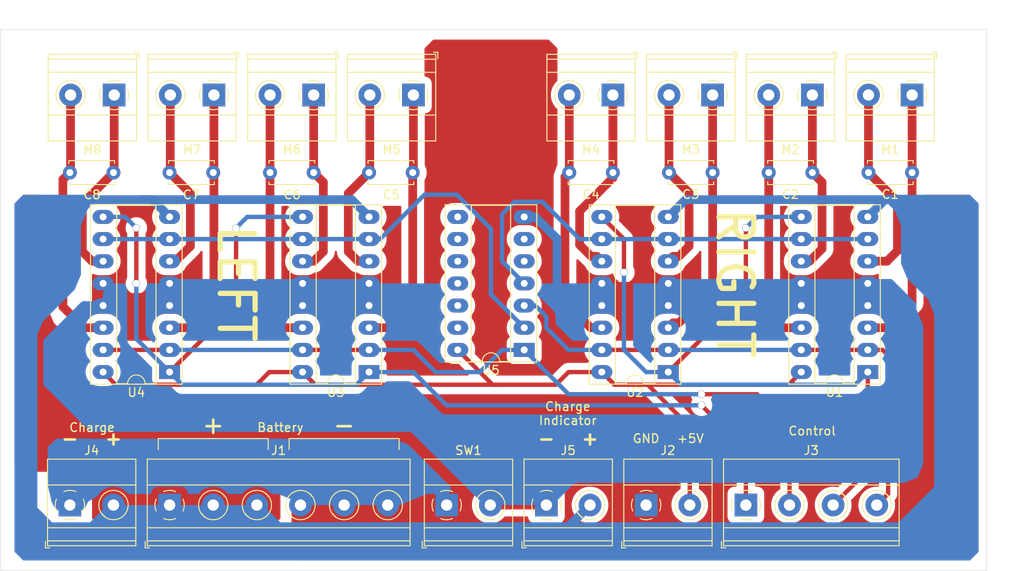
<source format=kicad_pcb>
(kicad_pcb (version 20171130) (host pcbnew 5.1.9)

  (general
    (thickness 1.6)
    (drawings 27)
    (tracks 275)
    (zones 0)
    (modules 27)
    (nets 27)
  )

  (page A4)
  (title_block
    (title "KORSAK Motor Driver board")
    (date 2021-03-15)
    (rev 7)
    (comment 2 "Kriseev Mikhail")
  )

  (layers
    (0 F.Cu signal)
    (31 B.Cu signal)
    (32 B.Adhes user)
    (33 F.Adhes user)
    (34 B.Paste user)
    (35 F.Paste user)
    (36 B.SilkS user)
    (37 F.SilkS user)
    (38 B.Mask user)
    (39 F.Mask user)
    (40 Dwgs.User user)
    (41 Cmts.User user)
    (42 Eco1.User user)
    (43 Eco2.User user)
    (44 Edge.Cuts user)
    (45 Margin user)
    (46 B.CrtYd user)
    (47 F.CrtYd user)
    (48 B.Fab user)
    (49 F.Fab user)
  )

  (setup
    (last_trace_width 0.3)
    (trace_clearance 0.4)
    (zone_clearance 0.8)
    (zone_45_only no)
    (trace_min 0.2)
    (via_size 0.85)
    (via_drill 0.8)
    (via_min_size 0.4)
    (via_min_drill 0.3)
    (uvia_size 0.3)
    (uvia_drill 0.1)
    (uvias_allowed no)
    (uvia_min_size 0.2)
    (uvia_min_drill 0.1)
    (edge_width 0.05)
    (segment_width 0.2)
    (pcb_text_width 0.3)
    (pcb_text_size 1.5 1.5)
    (mod_edge_width 0.12)
    (mod_text_size 1 1)
    (mod_text_width 0.15)
    (pad_size 3.2 3.2)
    (pad_drill 3.2)
    (pad_to_mask_clearance 0)
    (aux_axis_origin 0 0)
    (visible_elements FFFFF77F)
    (pcbplotparams
      (layerselection 0x010fc_ffffffff)
      (usegerberextensions false)
      (usegerberattributes true)
      (usegerberadvancedattributes true)
      (creategerberjobfile true)
      (excludeedgelayer true)
      (linewidth 0.100000)
      (plotframeref false)
      (viasonmask false)
      (mode 1)
      (useauxorigin false)
      (hpglpennumber 1)
      (hpglpenspeed 20)
      (hpglpendiameter 15.000000)
      (psnegative false)
      (psa4output false)
      (plotreference true)
      (plotvalue true)
      (plotinvisibletext false)
      (padsonsilk false)
      (subtractmaskfromsilk false)
      (outputformat 1)
      (mirror false)
      (drillshape 0)
      (scaleselection 1)
      (outputdirectory "output/"))
  )

  (net 0 "")
  (net 1 +5V)
  (net 2 GND)
  (net 3 /M1_OUT_2)
  (net 4 /M1_OUT_1)
  (net 5 /M2_OUT_2)
  (net 6 /M2_OUT_1)
  (net 7 /M5_OUT_1)
  (net 8 /M5_OUT_2)
  (net 9 /M6_OUT_1)
  (net 10 /M6_OUT_2)
  (net 11 /M3_OUT_2)
  (net 12 /M3_OUT_1)
  (net 13 /M4_OUT_2)
  (net 14 /M4_OUT_1)
  (net 15 /M7_OUT_1)
  (net 16 /M7_OUT_2)
  (net 17 /M8_OUT_1)
  (net 18 /M8_OUT_2)
  (net 19 +BATT)
  (net 20 /R_IN_1)
  (net 21 /R_EN)
  (net 22 /L_IN_1)
  (net 23 /L_EN)
  (net 24 /R_IN_2)
  (net 25 /L_IN_2)
  (net 26 /-BATT)

  (net_class Default "This is the default net class."
    (clearance 0.4)
    (trace_width 0.3)
    (via_dia 0.85)
    (via_drill 0.8)
    (uvia_dia 0.3)
    (uvia_drill 0.1)
  )

  (net_class "5V (logic)" ""
    (clearance 0.4)
    (trace_width 0.5)
    (via_dia 0.85)
    (via_drill 0.8)
    (uvia_dia 0.2)
    (uvia_drill 0.1)
    (add_net +5V)
    (add_net /L_EN)
    (add_net /L_IN_1)
    (add_net /L_IN_2)
    (add_net /R_EN)
    (add_net /R_IN_1)
    (add_net /R_IN_2)
  )

  (net_class power ""
    (clearance 0.68)
    (trace_width 1)
    (via_dia 0.85)
    (via_drill 0.8)
    (uvia_dia 0.5)
    (uvia_drill 0.3)
    (add_net +BATT)
    (add_net /-BATT)
    (add_net /M1_OUT_1)
    (add_net /M1_OUT_2)
    (add_net /M2_OUT_1)
    (add_net /M2_OUT_2)
    (add_net /M3_OUT_1)
    (add_net /M3_OUT_2)
    (add_net /M4_OUT_1)
    (add_net /M4_OUT_2)
    (add_net /M5_OUT_1)
    (add_net /M5_OUT_2)
    (add_net /M6_OUT_1)
    (add_net /M6_OUT_2)
    (add_net /M7_OUT_1)
    (add_net /M7_OUT_2)
    (add_net /M8_OUT_1)
    (add_net /M8_OUT_2)
    (add_net GND)
  )

  (module TerminalBlock_Phoenix:TerminalBlock_Phoenix_MKDS-1,5-6_1x06_P5.00mm_Horizontal (layer F.Cu) (tedit 5B294EE7) (tstamp 604FDF33)
    (at 86.36 110.49)
    (descr "Terminal Block Phoenix MKDS-1,5-6, 6 pins, pitch 5mm, size 30x9.8mm^2, drill diamater 1.3mm, pad diameter 2.6mm, see http://www.farnell.com/datasheets/100425.pdf, script-generated using https://github.com/pointhi/kicad-footprint-generator/scripts/TerminalBlock_Phoenix")
    (tags "THT Terminal Block Phoenix MKDS-1,5-6 pitch 5mm size 30x9.8mm^2 drill 1.3mm pad 2.6mm")
    (path /604F4025)
    (fp_text reference J1 (at 12.5 -6.26) (layer F.SilkS)
      (effects (font (size 1 1) (thickness 0.15)))
    )
    (fp_text value Battery (at 12.5 5.66) (layer F.Fab)
      (effects (font (size 1 1) (thickness 0.15)))
    )
    (fp_line (start 28 -5.71) (end -3 -5.71) (layer F.CrtYd) (width 0.05))
    (fp_line (start 28 5.1) (end 28 -5.71) (layer F.CrtYd) (width 0.05))
    (fp_line (start -3 5.1) (end 28 5.1) (layer F.CrtYd) (width 0.05))
    (fp_line (start -3 -5.71) (end -3 5.1) (layer F.CrtYd) (width 0.05))
    (fp_line (start -2.8 4.9) (end -2.3 4.9) (layer F.SilkS) (width 0.12))
    (fp_line (start -2.8 4.16) (end -2.8 4.9) (layer F.SilkS) (width 0.12))
    (fp_line (start 23.773 1.023) (end 23.726 1.069) (layer F.SilkS) (width 0.12))
    (fp_line (start 26.07 -1.275) (end 26.035 -1.239) (layer F.SilkS) (width 0.12))
    (fp_line (start 23.966 1.239) (end 23.931 1.274) (layer F.SilkS) (width 0.12))
    (fp_line (start 26.275 -1.069) (end 26.228 -1.023) (layer F.SilkS) (width 0.12))
    (fp_line (start 25.955 -1.138) (end 23.863 0.955) (layer F.Fab) (width 0.1))
    (fp_line (start 26.138 -0.955) (end 24.046 1.138) (layer F.Fab) (width 0.1))
    (fp_line (start 18.773 1.023) (end 18.726 1.069) (layer F.SilkS) (width 0.12))
    (fp_line (start 21.07 -1.275) (end 21.035 -1.239) (layer F.SilkS) (width 0.12))
    (fp_line (start 18.966 1.239) (end 18.931 1.274) (layer F.SilkS) (width 0.12))
    (fp_line (start 21.275 -1.069) (end 21.228 -1.023) (layer F.SilkS) (width 0.12))
    (fp_line (start 20.955 -1.138) (end 18.863 0.955) (layer F.Fab) (width 0.1))
    (fp_line (start 21.138 -0.955) (end 19.046 1.138) (layer F.Fab) (width 0.1))
    (fp_line (start 13.773 1.023) (end 13.726 1.069) (layer F.SilkS) (width 0.12))
    (fp_line (start 16.07 -1.275) (end 16.035 -1.239) (layer F.SilkS) (width 0.12))
    (fp_line (start 13.966 1.239) (end 13.931 1.274) (layer F.SilkS) (width 0.12))
    (fp_line (start 16.275 -1.069) (end 16.228 -1.023) (layer F.SilkS) (width 0.12))
    (fp_line (start 15.955 -1.138) (end 13.863 0.955) (layer F.Fab) (width 0.1))
    (fp_line (start 16.138 -0.955) (end 14.046 1.138) (layer F.Fab) (width 0.1))
    (fp_line (start 8.773 1.023) (end 8.726 1.069) (layer F.SilkS) (width 0.12))
    (fp_line (start 11.07 -1.275) (end 11.035 -1.239) (layer F.SilkS) (width 0.12))
    (fp_line (start 8.966 1.239) (end 8.931 1.274) (layer F.SilkS) (width 0.12))
    (fp_line (start 11.275 -1.069) (end 11.228 -1.023) (layer F.SilkS) (width 0.12))
    (fp_line (start 10.955 -1.138) (end 8.863 0.955) (layer F.Fab) (width 0.1))
    (fp_line (start 11.138 -0.955) (end 9.046 1.138) (layer F.Fab) (width 0.1))
    (fp_line (start 3.773 1.023) (end 3.726 1.069) (layer F.SilkS) (width 0.12))
    (fp_line (start 6.07 -1.275) (end 6.035 -1.239) (layer F.SilkS) (width 0.12))
    (fp_line (start 3.966 1.239) (end 3.931 1.274) (layer F.SilkS) (width 0.12))
    (fp_line (start 6.275 -1.069) (end 6.228 -1.023) (layer F.SilkS) (width 0.12))
    (fp_line (start 5.955 -1.138) (end 3.863 0.955) (layer F.Fab) (width 0.1))
    (fp_line (start 6.138 -0.955) (end 4.046 1.138) (layer F.Fab) (width 0.1))
    (fp_line (start 0.955 -1.138) (end -1.138 0.955) (layer F.Fab) (width 0.1))
    (fp_line (start 1.138 -0.955) (end -0.955 1.138) (layer F.Fab) (width 0.1))
    (fp_line (start 27.56 -5.261) (end 27.56 4.66) (layer F.SilkS) (width 0.12))
    (fp_line (start -2.56 -5.261) (end -2.56 4.66) (layer F.SilkS) (width 0.12))
    (fp_line (start -2.56 4.66) (end 27.56 4.66) (layer F.SilkS) (width 0.12))
    (fp_line (start -2.56 -5.261) (end 27.56 -5.261) (layer F.SilkS) (width 0.12))
    (fp_line (start -2.56 -2.301) (end 27.56 -2.301) (layer F.SilkS) (width 0.12))
    (fp_line (start -2.5 -2.3) (end 27.5 -2.3) (layer F.Fab) (width 0.1))
    (fp_line (start -2.56 2.6) (end 27.56 2.6) (layer F.SilkS) (width 0.12))
    (fp_line (start -2.5 2.6) (end 27.5 2.6) (layer F.Fab) (width 0.1))
    (fp_line (start -2.56 4.1) (end 27.56 4.1) (layer F.SilkS) (width 0.12))
    (fp_line (start -2.5 4.1) (end 27.5 4.1) (layer F.Fab) (width 0.1))
    (fp_line (start -2.5 4.1) (end -2.5 -5.2) (layer F.Fab) (width 0.1))
    (fp_line (start -2 4.6) (end -2.5 4.1) (layer F.Fab) (width 0.1))
    (fp_line (start 27.5 4.6) (end -2 4.6) (layer F.Fab) (width 0.1))
    (fp_line (start 27.5 -5.2) (end 27.5 4.6) (layer F.Fab) (width 0.1))
    (fp_line (start -2.5 -5.2) (end 27.5 -5.2) (layer F.Fab) (width 0.1))
    (fp_circle (center 25 0) (end 26.68 0) (layer F.SilkS) (width 0.12))
    (fp_circle (center 25 0) (end 26.5 0) (layer F.Fab) (width 0.1))
    (fp_circle (center 20 0) (end 21.68 0) (layer F.SilkS) (width 0.12))
    (fp_circle (center 20 0) (end 21.5 0) (layer F.Fab) (width 0.1))
    (fp_circle (center 15 0) (end 16.68 0) (layer F.SilkS) (width 0.12))
    (fp_circle (center 15 0) (end 16.5 0) (layer F.Fab) (width 0.1))
    (fp_circle (center 10 0) (end 11.68 0) (layer F.SilkS) (width 0.12))
    (fp_circle (center 10 0) (end 11.5 0) (layer F.Fab) (width 0.1))
    (fp_circle (center 5 0) (end 6.68 0) (layer F.SilkS) (width 0.12))
    (fp_circle (center 5 0) (end 6.5 0) (layer F.Fab) (width 0.1))
    (fp_circle (center 0 0) (end 1.5 0) (layer F.Fab) (width 0.1))
    (fp_text user %R (at 12.5 3.2) (layer F.Fab)
      (effects (font (size 1 1) (thickness 0.15)))
    )
    (fp_arc (start 0 0) (end -0.684 1.535) (angle -25) (layer F.SilkS) (width 0.12))
    (fp_arc (start 0 0) (end -1.535 -0.684) (angle -48) (layer F.SilkS) (width 0.12))
    (fp_arc (start 0 0) (end 0.684 -1.535) (angle -48) (layer F.SilkS) (width 0.12))
    (fp_arc (start 0 0) (end 1.535 0.684) (angle -48) (layer F.SilkS) (width 0.12))
    (fp_arc (start 0 0) (end 0 1.68) (angle -24) (layer F.SilkS) (width 0.12))
    (pad 6 thru_hole circle (at 25 0) (size 2.6 2.6) (drill 1.3) (layers *.Cu *.Mask)
      (net 26 /-BATT))
    (pad 5 thru_hole circle (at 20 0) (size 2.6 2.6) (drill 1.3) (layers *.Cu *.Mask)
      (net 26 /-BATT))
    (pad 4 thru_hole circle (at 15 0) (size 2.6 2.6) (drill 1.3) (layers *.Cu *.Mask)
      (net 26 /-BATT))
    (pad 3 thru_hole circle (at 10 0) (size 2.6 2.6) (drill 1.3) (layers *.Cu *.Mask)
      (net 19 +BATT))
    (pad 2 thru_hole circle (at 5 0) (size 2.6 2.6) (drill 1.3) (layers *.Cu *.Mask)
      (net 19 +BATT))
    (pad 1 thru_hole rect (at 0 0) (size 2.6 2.6) (drill 1.3) (layers *.Cu *.Mask)
      (net 19 +BATT))
    (model ${KISYS3DMOD}/TerminalBlock_Phoenix.3dshapes/TerminalBlock_Phoenix_MKDS-1,5-6_1x06_P5.00mm_Horizontal.wrl
      (at (xyz 0 0 0))
      (scale (xyz 1 1 1))
      (rotate (xyz 0 0 0))
    )
  )

  (module Package_DIP:DIP-16_W7.62mm_Socket_LongPads (layer F.Cu) (tedit 5A02E8C5) (tstamp 604E6065)
    (at 143.51 95.25 180)
    (descr "16-lead though-hole mounted DIP package, row spacing 7.62 mm (300 mils), Socket, LongPads")
    (tags "THT DIP DIL PDIP 2.54mm 7.62mm 300mil Socket LongPads")
    (path /5F9AC5A8)
    (fp_text reference U2 (at 3.81 -2.33) (layer F.SilkS)
      (effects (font (size 1 1) (thickness 0.15)))
    )
    (fp_text value L293D (at 3.81 20.11) (layer F.Fab)
      (effects (font (size 1 1) (thickness 0.15)))
    )
    (fp_line (start 9.15 -1.6) (end -1.55 -1.6) (layer F.CrtYd) (width 0.05))
    (fp_line (start 9.15 19.4) (end 9.15 -1.6) (layer F.CrtYd) (width 0.05))
    (fp_line (start -1.55 19.4) (end 9.15 19.4) (layer F.CrtYd) (width 0.05))
    (fp_line (start -1.55 -1.6) (end -1.55 19.4) (layer F.CrtYd) (width 0.05))
    (fp_line (start 9.06 -1.39) (end -1.44 -1.39) (layer F.SilkS) (width 0.12))
    (fp_line (start 9.06 19.17) (end 9.06 -1.39) (layer F.SilkS) (width 0.12))
    (fp_line (start -1.44 19.17) (end 9.06 19.17) (layer F.SilkS) (width 0.12))
    (fp_line (start -1.44 -1.39) (end -1.44 19.17) (layer F.SilkS) (width 0.12))
    (fp_line (start 6.06 -1.33) (end 4.81 -1.33) (layer F.SilkS) (width 0.12))
    (fp_line (start 6.06 19.11) (end 6.06 -1.33) (layer F.SilkS) (width 0.12))
    (fp_line (start 1.56 19.11) (end 6.06 19.11) (layer F.SilkS) (width 0.12))
    (fp_line (start 1.56 -1.33) (end 1.56 19.11) (layer F.SilkS) (width 0.12))
    (fp_line (start 2.81 -1.33) (end 1.56 -1.33) (layer F.SilkS) (width 0.12))
    (fp_line (start 8.89 -1.33) (end -1.27 -1.33) (layer F.Fab) (width 0.1))
    (fp_line (start 8.89 19.11) (end 8.89 -1.33) (layer F.Fab) (width 0.1))
    (fp_line (start -1.27 19.11) (end 8.89 19.11) (layer F.Fab) (width 0.1))
    (fp_line (start -1.27 -1.33) (end -1.27 19.11) (layer F.Fab) (width 0.1))
    (fp_line (start 0.635 -0.27) (end 1.635 -1.27) (layer F.Fab) (width 0.1))
    (fp_line (start 0.635 19.05) (end 0.635 -0.27) (layer F.Fab) (width 0.1))
    (fp_line (start 6.985 19.05) (end 0.635 19.05) (layer F.Fab) (width 0.1))
    (fp_line (start 6.985 -1.27) (end 6.985 19.05) (layer F.Fab) (width 0.1))
    (fp_line (start 1.635 -1.27) (end 6.985 -1.27) (layer F.Fab) (width 0.1))
    (fp_text user %R (at 3.81 8.89) (layer F.Fab)
      (effects (font (size 1 1) (thickness 0.15)))
    )
    (fp_arc (start 3.81 -1.33) (end 2.81 -1.33) (angle -180) (layer F.SilkS) (width 0.12))
    (pad 16 thru_hole oval (at 7.62 0 180) (size 2.4 1.6) (drill 0.8) (layers *.Cu *.Mask)
      (net 1 +5V))
    (pad 8 thru_hole oval (at 0 17.78 180) (size 2.4 1.6) (drill 0.8) (layers *.Cu *.Mask)
      (net 19 +BATT))
    (pad 15 thru_hole oval (at 7.62 2.54 180) (size 2.4 1.6) (drill 0.8) (layers *.Cu *.Mask)
      (net 20 /R_IN_1))
    (pad 7 thru_hole oval (at 0 15.24 180) (size 2.4 1.6) (drill 0.8) (layers *.Cu *.Mask)
      (net 24 /R_IN_2))
    (pad 14 thru_hole oval (at 7.62 5.08 180) (size 2.4 1.6) (drill 0.8) (layers *.Cu *.Mask)
      (net 13 /M4_OUT_2))
    (pad 6 thru_hole oval (at 0 12.7 180) (size 2.4 1.6) (drill 0.8) (layers *.Cu *.Mask)
      (net 11 /M3_OUT_2))
    (pad 13 thru_hole oval (at 7.62 7.62 180) (size 2.4 1.6) (drill 0.8) (layers *.Cu *.Mask)
      (net 2 GND))
    (pad 5 thru_hole oval (at 0 10.16 180) (size 2.4 1.6) (drill 0.8) (layers *.Cu *.Mask)
      (net 2 GND))
    (pad 12 thru_hole oval (at 7.62 10.16 180) (size 2.4 1.6) (drill 0.8) (layers *.Cu *.Mask)
      (net 2 GND))
    (pad 4 thru_hole oval (at 0 7.62 180) (size 2.4 1.6) (drill 0.8) (layers *.Cu *.Mask)
      (net 2 GND))
    (pad 11 thru_hole oval (at 7.62 12.7 180) (size 2.4 1.6) (drill 0.8) (layers *.Cu *.Mask)
      (net 14 /M4_OUT_1))
    (pad 3 thru_hole oval (at 0 5.08 180) (size 2.4 1.6) (drill 0.8) (layers *.Cu *.Mask)
      (net 12 /M3_OUT_1))
    (pad 10 thru_hole oval (at 7.62 15.24 180) (size 2.4 1.6) (drill 0.8) (layers *.Cu *.Mask)
      (net 24 /R_IN_2))
    (pad 2 thru_hole oval (at 0 2.54 180) (size 2.4 1.6) (drill 0.8) (layers *.Cu *.Mask)
      (net 20 /R_IN_1))
    (pad 9 thru_hole oval (at 7.62 17.78 180) (size 2.4 1.6) (drill 0.8) (layers *.Cu *.Mask)
      (net 21 /R_EN))
    (pad 1 thru_hole rect (at 0 0 180) (size 2.4 1.6) (drill 0.8) (layers *.Cu *.Mask)
      (net 21 /R_EN))
    (model ${KISYS3DMOD}/Package_DIP.3dshapes/DIP-16_W7.62mm_Socket.wrl
      (at (xyz 0 0 0))
      (scale (xyz 1 1 1))
      (rotate (xyz 0 0 0))
    )
  )

  (module Package_DIP:DIP-16_W7.62mm_Socket_LongPads (layer F.Cu) (tedit 5A02E8C5) (tstamp 604E5FE1)
    (at 166.37 95.25 180)
    (descr "16-lead though-hole mounted DIP package, row spacing 7.62 mm (300 mils), Socket, LongPads")
    (tags "THT DIP DIL PDIP 2.54mm 7.62mm 300mil Socket LongPads")
    (path /60107099)
    (fp_text reference U1 (at 3.81 -2.33) (layer F.SilkS)
      (effects (font (size 1 1) (thickness 0.15)))
    )
    (fp_text value L293D (at 3.81 20.11) (layer F.Fab)
      (effects (font (size 1 1) (thickness 0.15)))
    )
    (fp_line (start 9.15 -1.6) (end -1.55 -1.6) (layer F.CrtYd) (width 0.05))
    (fp_line (start 9.15 19.4) (end 9.15 -1.6) (layer F.CrtYd) (width 0.05))
    (fp_line (start -1.55 19.4) (end 9.15 19.4) (layer F.CrtYd) (width 0.05))
    (fp_line (start -1.55 -1.6) (end -1.55 19.4) (layer F.CrtYd) (width 0.05))
    (fp_line (start 9.06 -1.39) (end -1.44 -1.39) (layer F.SilkS) (width 0.12))
    (fp_line (start 9.06 19.17) (end 9.06 -1.39) (layer F.SilkS) (width 0.12))
    (fp_line (start -1.44 19.17) (end 9.06 19.17) (layer F.SilkS) (width 0.12))
    (fp_line (start -1.44 -1.39) (end -1.44 19.17) (layer F.SilkS) (width 0.12))
    (fp_line (start 6.06 -1.33) (end 4.81 -1.33) (layer F.SilkS) (width 0.12))
    (fp_line (start 6.06 19.11) (end 6.06 -1.33) (layer F.SilkS) (width 0.12))
    (fp_line (start 1.56 19.11) (end 6.06 19.11) (layer F.SilkS) (width 0.12))
    (fp_line (start 1.56 -1.33) (end 1.56 19.11) (layer F.SilkS) (width 0.12))
    (fp_line (start 2.81 -1.33) (end 1.56 -1.33) (layer F.SilkS) (width 0.12))
    (fp_line (start 8.89 -1.33) (end -1.27 -1.33) (layer F.Fab) (width 0.1))
    (fp_line (start 8.89 19.11) (end 8.89 -1.33) (layer F.Fab) (width 0.1))
    (fp_line (start -1.27 19.11) (end 8.89 19.11) (layer F.Fab) (width 0.1))
    (fp_line (start -1.27 -1.33) (end -1.27 19.11) (layer F.Fab) (width 0.1))
    (fp_line (start 0.635 -0.27) (end 1.635 -1.27) (layer F.Fab) (width 0.1))
    (fp_line (start 0.635 19.05) (end 0.635 -0.27) (layer F.Fab) (width 0.1))
    (fp_line (start 6.985 19.05) (end 0.635 19.05) (layer F.Fab) (width 0.1))
    (fp_line (start 6.985 -1.27) (end 6.985 19.05) (layer F.Fab) (width 0.1))
    (fp_line (start 1.635 -1.27) (end 6.985 -1.27) (layer F.Fab) (width 0.1))
    (fp_text user %R (at 3.81 8.89) (layer F.Fab)
      (effects (font (size 1 1) (thickness 0.15)))
    )
    (fp_arc (start 3.81 -1.33) (end 2.81 -1.33) (angle -180) (layer F.SilkS) (width 0.12))
    (pad 16 thru_hole oval (at 7.62 0 180) (size 2.4 1.6) (drill 0.8) (layers *.Cu *.Mask)
      (net 1 +5V))
    (pad 8 thru_hole oval (at 0 17.78 180) (size 2.4 1.6) (drill 0.8) (layers *.Cu *.Mask)
      (net 19 +BATT))
    (pad 15 thru_hole oval (at 7.62 2.54 180) (size 2.4 1.6) (drill 0.8) (layers *.Cu *.Mask)
      (net 20 /R_IN_1))
    (pad 7 thru_hole oval (at 0 15.24 180) (size 2.4 1.6) (drill 0.8) (layers *.Cu *.Mask)
      (net 24 /R_IN_2))
    (pad 14 thru_hole oval (at 7.62 5.08 180) (size 2.4 1.6) (drill 0.8) (layers *.Cu *.Mask)
      (net 5 /M2_OUT_2))
    (pad 6 thru_hole oval (at 0 12.7 180) (size 2.4 1.6) (drill 0.8) (layers *.Cu *.Mask)
      (net 3 /M1_OUT_2))
    (pad 13 thru_hole oval (at 7.62 7.62 180) (size 2.4 1.6) (drill 0.8) (layers *.Cu *.Mask)
      (net 2 GND))
    (pad 5 thru_hole oval (at 0 10.16 180) (size 2.4 1.6) (drill 0.8) (layers *.Cu *.Mask)
      (net 2 GND))
    (pad 12 thru_hole oval (at 7.62 10.16 180) (size 2.4 1.6) (drill 0.8) (layers *.Cu *.Mask)
      (net 2 GND))
    (pad 4 thru_hole oval (at 0 7.62 180) (size 2.4 1.6) (drill 0.8) (layers *.Cu *.Mask)
      (net 2 GND))
    (pad 11 thru_hole oval (at 7.62 12.7 180) (size 2.4 1.6) (drill 0.8) (layers *.Cu *.Mask)
      (net 6 /M2_OUT_1))
    (pad 3 thru_hole oval (at 0 5.08 180) (size 2.4 1.6) (drill 0.8) (layers *.Cu *.Mask)
      (net 4 /M1_OUT_1))
    (pad 10 thru_hole oval (at 7.62 15.24 180) (size 2.4 1.6) (drill 0.8) (layers *.Cu *.Mask)
      (net 24 /R_IN_2))
    (pad 2 thru_hole oval (at 0 2.54 180) (size 2.4 1.6) (drill 0.8) (layers *.Cu *.Mask)
      (net 20 /R_IN_1))
    (pad 9 thru_hole oval (at 7.62 17.78 180) (size 2.4 1.6) (drill 0.8) (layers *.Cu *.Mask)
      (net 21 /R_EN))
    (pad 1 thru_hole rect (at 0 0 180) (size 2.4 1.6) (drill 0.8) (layers *.Cu *.Mask)
      (net 21 /R_EN))
    (model ${KISYS3DMOD}/Package_DIP.3dshapes/DIP-16_W7.62mm_Socket.wrl
      (at (xyz 0 0 0))
      (scale (xyz 1 1 1))
      (rotate (xyz 0 0 0))
    )
  )

  (module Package_DIP:DIP-16_W7.62mm_Socket_LongPads (layer F.Cu) (tedit 5A02E8C5) (tstamp 604E6039)
    (at 109.22 95.25 180)
    (descr "16-lead though-hole mounted DIP package, row spacing 7.62 mm (300 mils), Socket, LongPads")
    (tags "THT DIP DIL PDIP 2.54mm 7.62mm 300mil Socket LongPads")
    (path /601FA1D3)
    (fp_text reference U3 (at 3.81 -2.33) (layer F.SilkS)
      (effects (font (size 1 1) (thickness 0.15)))
    )
    (fp_text value L293D (at 3.81 20.11) (layer F.Fab)
      (effects (font (size 1 1) (thickness 0.15)))
    )
    (fp_line (start 9.15 -1.6) (end -1.55 -1.6) (layer F.CrtYd) (width 0.05))
    (fp_line (start 9.15 19.4) (end 9.15 -1.6) (layer F.CrtYd) (width 0.05))
    (fp_line (start -1.55 19.4) (end 9.15 19.4) (layer F.CrtYd) (width 0.05))
    (fp_line (start -1.55 -1.6) (end -1.55 19.4) (layer F.CrtYd) (width 0.05))
    (fp_line (start 9.06 -1.39) (end -1.44 -1.39) (layer F.SilkS) (width 0.12))
    (fp_line (start 9.06 19.17) (end 9.06 -1.39) (layer F.SilkS) (width 0.12))
    (fp_line (start -1.44 19.17) (end 9.06 19.17) (layer F.SilkS) (width 0.12))
    (fp_line (start -1.44 -1.39) (end -1.44 19.17) (layer F.SilkS) (width 0.12))
    (fp_line (start 6.06 -1.33) (end 4.81 -1.33) (layer F.SilkS) (width 0.12))
    (fp_line (start 6.06 19.11) (end 6.06 -1.33) (layer F.SilkS) (width 0.12))
    (fp_line (start 1.56 19.11) (end 6.06 19.11) (layer F.SilkS) (width 0.12))
    (fp_line (start 1.56 -1.33) (end 1.56 19.11) (layer F.SilkS) (width 0.12))
    (fp_line (start 2.81 -1.33) (end 1.56 -1.33) (layer F.SilkS) (width 0.12))
    (fp_line (start 8.89 -1.33) (end -1.27 -1.33) (layer F.Fab) (width 0.1))
    (fp_line (start 8.89 19.11) (end 8.89 -1.33) (layer F.Fab) (width 0.1))
    (fp_line (start -1.27 19.11) (end 8.89 19.11) (layer F.Fab) (width 0.1))
    (fp_line (start -1.27 -1.33) (end -1.27 19.11) (layer F.Fab) (width 0.1))
    (fp_line (start 0.635 -0.27) (end 1.635 -1.27) (layer F.Fab) (width 0.1))
    (fp_line (start 0.635 19.05) (end 0.635 -0.27) (layer F.Fab) (width 0.1))
    (fp_line (start 6.985 19.05) (end 0.635 19.05) (layer F.Fab) (width 0.1))
    (fp_line (start 6.985 -1.27) (end 6.985 19.05) (layer F.Fab) (width 0.1))
    (fp_line (start 1.635 -1.27) (end 6.985 -1.27) (layer F.Fab) (width 0.1))
    (fp_text user %R (at 3.81 8.89) (layer F.Fab)
      (effects (font (size 1 1) (thickness 0.15)))
    )
    (fp_arc (start 3.81 -1.33) (end 2.81 -1.33) (angle -180) (layer F.SilkS) (width 0.12))
    (pad 16 thru_hole oval (at 7.62 0 180) (size 2.4 1.6) (drill 0.8) (layers *.Cu *.Mask)
      (net 1 +5V))
    (pad 8 thru_hole oval (at 0 17.78 180) (size 2.4 1.6) (drill 0.8) (layers *.Cu *.Mask)
      (net 19 +BATT))
    (pad 15 thru_hole oval (at 7.62 2.54 180) (size 2.4 1.6) (drill 0.8) (layers *.Cu *.Mask)
      (net 22 /L_IN_1))
    (pad 7 thru_hole oval (at 0 15.24 180) (size 2.4 1.6) (drill 0.8) (layers *.Cu *.Mask)
      (net 25 /L_IN_2))
    (pad 14 thru_hole oval (at 7.62 5.08 180) (size 2.4 1.6) (drill 0.8) (layers *.Cu *.Mask)
      (net 8 /M5_OUT_2))
    (pad 6 thru_hole oval (at 0 12.7 180) (size 2.4 1.6) (drill 0.8) (layers *.Cu *.Mask)
      (net 10 /M6_OUT_2))
    (pad 13 thru_hole oval (at 7.62 7.62 180) (size 2.4 1.6) (drill 0.8) (layers *.Cu *.Mask)
      (net 2 GND))
    (pad 5 thru_hole oval (at 0 10.16 180) (size 2.4 1.6) (drill 0.8) (layers *.Cu *.Mask)
      (net 2 GND))
    (pad 12 thru_hole oval (at 7.62 10.16 180) (size 2.4 1.6) (drill 0.8) (layers *.Cu *.Mask)
      (net 2 GND))
    (pad 4 thru_hole oval (at 0 7.62 180) (size 2.4 1.6) (drill 0.8) (layers *.Cu *.Mask)
      (net 2 GND))
    (pad 11 thru_hole oval (at 7.62 12.7 180) (size 2.4 1.6) (drill 0.8) (layers *.Cu *.Mask)
      (net 7 /M5_OUT_1))
    (pad 3 thru_hole oval (at 0 5.08 180) (size 2.4 1.6) (drill 0.8) (layers *.Cu *.Mask)
      (net 9 /M6_OUT_1))
    (pad 10 thru_hole oval (at 7.62 15.24 180) (size 2.4 1.6) (drill 0.8) (layers *.Cu *.Mask)
      (net 25 /L_IN_2))
    (pad 2 thru_hole oval (at 0 2.54 180) (size 2.4 1.6) (drill 0.8) (layers *.Cu *.Mask)
      (net 22 /L_IN_1))
    (pad 9 thru_hole oval (at 7.62 17.78 180) (size 2.4 1.6) (drill 0.8) (layers *.Cu *.Mask)
      (net 23 /L_EN))
    (pad 1 thru_hole rect (at 0 0 180) (size 2.4 1.6) (drill 0.8) (layers *.Cu *.Mask)
      (net 23 /L_EN))
    (model ${KISYS3DMOD}/Package_DIP.3dshapes/DIP-16_W7.62mm_Socket.wrl
      (at (xyz 0 0 0))
      (scale (xyz 1 1 1))
      (rotate (xyz 0 0 0))
    )
  )

  (module TerminalBlock_Phoenix:TerminalBlock_Phoenix_MKDS-1,5-2_1x02_P5.00mm_Horizontal (layer F.Cu) (tedit 5B294EE5) (tstamp 604FDD56)
    (at 140.97 110.49)
    (descr "Terminal Block Phoenix MKDS-1,5-2, 2 pins, pitch 5mm, size 10x9.8mm^2, drill diamater 1.3mm, pad diameter 2.6mm, see http://www.farnell.com/datasheets/100425.pdf, script-generated using https://github.com/pointhi/kicad-footprint-generator/scripts/TerminalBlock_Phoenix")
    (tags "THT Terminal Block Phoenix MKDS-1,5-2 pitch 5mm size 10x9.8mm^2 drill 1.3mm pad 2.6mm")
    (path /60B0E0CC)
    (fp_text reference J2 (at 2.5 -6.26) (layer F.SilkS)
      (effects (font (size 1 1) (thickness 0.15)))
    )
    (fp_text value "5V Power" (at 2.5 5.66) (layer F.Fab)
      (effects (font (size 1 1) (thickness 0.15)))
    )
    (fp_text user %R (at 2.5 3.2) (layer F.Fab)
      (effects (font (size 1 1) (thickness 0.15)))
    )
    (fp_arc (start 0 0) (end -0.684 1.535) (angle -25) (layer F.SilkS) (width 0.12))
    (fp_arc (start 0 0) (end -1.535 -0.684) (angle -48) (layer F.SilkS) (width 0.12))
    (fp_arc (start 0 0) (end 0.684 -1.535) (angle -48) (layer F.SilkS) (width 0.12))
    (fp_arc (start 0 0) (end 1.535 0.684) (angle -48) (layer F.SilkS) (width 0.12))
    (fp_arc (start 0 0) (end 0 1.68) (angle -24) (layer F.SilkS) (width 0.12))
    (fp_circle (center 0 0) (end 1.5 0) (layer F.Fab) (width 0.1))
    (fp_circle (center 5 0) (end 6.5 0) (layer F.Fab) (width 0.1))
    (fp_circle (center 5 0) (end 6.68 0) (layer F.SilkS) (width 0.12))
    (fp_line (start -2.5 -5.2) (end 7.5 -5.2) (layer F.Fab) (width 0.1))
    (fp_line (start 7.5 -5.2) (end 7.5 4.6) (layer F.Fab) (width 0.1))
    (fp_line (start 7.5 4.6) (end -2 4.6) (layer F.Fab) (width 0.1))
    (fp_line (start -2 4.6) (end -2.5 4.1) (layer F.Fab) (width 0.1))
    (fp_line (start -2.5 4.1) (end -2.5 -5.2) (layer F.Fab) (width 0.1))
    (fp_line (start -2.5 4.1) (end 7.5 4.1) (layer F.Fab) (width 0.1))
    (fp_line (start -2.56 4.1) (end 7.56 4.1) (layer F.SilkS) (width 0.12))
    (fp_line (start -2.5 2.6) (end 7.5 2.6) (layer F.Fab) (width 0.1))
    (fp_line (start -2.56 2.6) (end 7.56 2.6) (layer F.SilkS) (width 0.12))
    (fp_line (start -2.5 -2.3) (end 7.5 -2.3) (layer F.Fab) (width 0.1))
    (fp_line (start -2.56 -2.301) (end 7.56 -2.301) (layer F.SilkS) (width 0.12))
    (fp_line (start -2.56 -5.261) (end 7.56 -5.261) (layer F.SilkS) (width 0.12))
    (fp_line (start -2.56 4.66) (end 7.56 4.66) (layer F.SilkS) (width 0.12))
    (fp_line (start -2.56 -5.261) (end -2.56 4.66) (layer F.SilkS) (width 0.12))
    (fp_line (start 7.56 -5.261) (end 7.56 4.66) (layer F.SilkS) (width 0.12))
    (fp_line (start 1.138 -0.955) (end -0.955 1.138) (layer F.Fab) (width 0.1))
    (fp_line (start 0.955 -1.138) (end -1.138 0.955) (layer F.Fab) (width 0.1))
    (fp_line (start 6.138 -0.955) (end 4.046 1.138) (layer F.Fab) (width 0.1))
    (fp_line (start 5.955 -1.138) (end 3.863 0.955) (layer F.Fab) (width 0.1))
    (fp_line (start 6.275 -1.069) (end 6.228 -1.023) (layer F.SilkS) (width 0.12))
    (fp_line (start 3.966 1.239) (end 3.931 1.274) (layer F.SilkS) (width 0.12))
    (fp_line (start 6.07 -1.275) (end 6.035 -1.239) (layer F.SilkS) (width 0.12))
    (fp_line (start 3.773 1.023) (end 3.726 1.069) (layer F.SilkS) (width 0.12))
    (fp_line (start -2.8 4.16) (end -2.8 4.9) (layer F.SilkS) (width 0.12))
    (fp_line (start -2.8 4.9) (end -2.3 4.9) (layer F.SilkS) (width 0.12))
    (fp_line (start -3 -5.71) (end -3 5.1) (layer F.CrtYd) (width 0.05))
    (fp_line (start -3 5.1) (end 8 5.1) (layer F.CrtYd) (width 0.05))
    (fp_line (start 8 5.1) (end 8 -5.71) (layer F.CrtYd) (width 0.05))
    (fp_line (start 8 -5.71) (end -3 -5.71) (layer F.CrtYd) (width 0.05))
    (pad 2 thru_hole circle (at 5 0) (size 2.6 2.6) (drill 1.3) (layers *.Cu *.Mask)
      (net 1 +5V))
    (pad 1 thru_hole rect (at 0 0) (size 2.6 2.6) (drill 1.3) (layers *.Cu *.Mask)
      (net 26 /-BATT))
    (model ${KISYS3DMOD}/TerminalBlock_Phoenix.3dshapes/TerminalBlock_Phoenix_MKDS-1,5-2_1x02_P5.00mm_Horizontal.wrl
      (at (xyz 0 0 0))
      (scale (xyz 1 1 1))
      (rotate (xyz 0 0 0))
    )
  )

  (module TerminalBlock_Phoenix:TerminalBlock_Phoenix_MKDS-1,5-2_1x02_P5.00mm_Horizontal (layer F.Cu) (tedit 5B294EE5) (tstamp 604FDDE0)
    (at 129.54 110.49)
    (descr "Terminal Block Phoenix MKDS-1,5-2, 2 pins, pitch 5mm, size 10x9.8mm^2, drill diamater 1.3mm, pad diameter 2.6mm, see http://www.farnell.com/datasheets/100425.pdf, script-generated using https://github.com/pointhi/kicad-footprint-generator/scripts/TerminalBlock_Phoenix")
    (tags "THT Terminal Block Phoenix MKDS-1,5-2 pitch 5mm size 10x9.8mm^2 drill 1.3mm pad 2.6mm")
    (path /609ED073)
    (fp_text reference J5 (at 2.5 -6.26) (layer F.SilkS)
      (effects (font (size 1 1) (thickness 0.15)))
    )
    (fp_text value "Charge Indicator" (at 2.5 5.66) (layer F.Fab)
      (effects (font (size 1 1) (thickness 0.15)))
    )
    (fp_text user %R (at 2.5 3.2) (layer F.Fab)
      (effects (font (size 1 1) (thickness 0.15)))
    )
    (fp_arc (start 0 0) (end -0.684 1.535) (angle -25) (layer F.SilkS) (width 0.12))
    (fp_arc (start 0 0) (end -1.535 -0.684) (angle -48) (layer F.SilkS) (width 0.12))
    (fp_arc (start 0 0) (end 0.684 -1.535) (angle -48) (layer F.SilkS) (width 0.12))
    (fp_arc (start 0 0) (end 1.535 0.684) (angle -48) (layer F.SilkS) (width 0.12))
    (fp_arc (start 0 0) (end 0 1.68) (angle -24) (layer F.SilkS) (width 0.12))
    (fp_circle (center 0 0) (end 1.5 0) (layer F.Fab) (width 0.1))
    (fp_circle (center 5 0) (end 6.5 0) (layer F.Fab) (width 0.1))
    (fp_circle (center 5 0) (end 6.68 0) (layer F.SilkS) (width 0.12))
    (fp_line (start -2.5 -5.2) (end 7.5 -5.2) (layer F.Fab) (width 0.1))
    (fp_line (start 7.5 -5.2) (end 7.5 4.6) (layer F.Fab) (width 0.1))
    (fp_line (start 7.5 4.6) (end -2 4.6) (layer F.Fab) (width 0.1))
    (fp_line (start -2 4.6) (end -2.5 4.1) (layer F.Fab) (width 0.1))
    (fp_line (start -2.5 4.1) (end -2.5 -5.2) (layer F.Fab) (width 0.1))
    (fp_line (start -2.5 4.1) (end 7.5 4.1) (layer F.Fab) (width 0.1))
    (fp_line (start -2.56 4.1) (end 7.56 4.1) (layer F.SilkS) (width 0.12))
    (fp_line (start -2.5 2.6) (end 7.5 2.6) (layer F.Fab) (width 0.1))
    (fp_line (start -2.56 2.6) (end 7.56 2.6) (layer F.SilkS) (width 0.12))
    (fp_line (start -2.5 -2.3) (end 7.5 -2.3) (layer F.Fab) (width 0.1))
    (fp_line (start -2.56 -2.301) (end 7.56 -2.301) (layer F.SilkS) (width 0.12))
    (fp_line (start -2.56 -5.261) (end 7.56 -5.261) (layer F.SilkS) (width 0.12))
    (fp_line (start -2.56 4.66) (end 7.56 4.66) (layer F.SilkS) (width 0.12))
    (fp_line (start -2.56 -5.261) (end -2.56 4.66) (layer F.SilkS) (width 0.12))
    (fp_line (start 7.56 -5.261) (end 7.56 4.66) (layer F.SilkS) (width 0.12))
    (fp_line (start 1.138 -0.955) (end -0.955 1.138) (layer F.Fab) (width 0.1))
    (fp_line (start 0.955 -1.138) (end -1.138 0.955) (layer F.Fab) (width 0.1))
    (fp_line (start 6.138 -0.955) (end 4.046 1.138) (layer F.Fab) (width 0.1))
    (fp_line (start 5.955 -1.138) (end 3.863 0.955) (layer F.Fab) (width 0.1))
    (fp_line (start 6.275 -1.069) (end 6.228 -1.023) (layer F.SilkS) (width 0.12))
    (fp_line (start 3.966 1.239) (end 3.931 1.274) (layer F.SilkS) (width 0.12))
    (fp_line (start 6.07 -1.275) (end 6.035 -1.239) (layer F.SilkS) (width 0.12))
    (fp_line (start 3.773 1.023) (end 3.726 1.069) (layer F.SilkS) (width 0.12))
    (fp_line (start -2.8 4.16) (end -2.8 4.9) (layer F.SilkS) (width 0.12))
    (fp_line (start -2.8 4.9) (end -2.3 4.9) (layer F.SilkS) (width 0.12))
    (fp_line (start -3 -5.71) (end -3 5.1) (layer F.CrtYd) (width 0.05))
    (fp_line (start -3 5.1) (end 8 5.1) (layer F.CrtYd) (width 0.05))
    (fp_line (start 8 5.1) (end 8 -5.71) (layer F.CrtYd) (width 0.05))
    (fp_line (start 8 -5.71) (end -3 -5.71) (layer F.CrtYd) (width 0.05))
    (pad 2 thru_hole circle (at 5 0) (size 2.6 2.6) (drill 1.3) (layers *.Cu *.Mask)
      (net 19 +BATT))
    (pad 1 thru_hole rect (at 0 0) (size 2.6 2.6) (drill 1.3) (layers *.Cu *.Mask)
      (net 2 GND))
    (model ${KISYS3DMOD}/TerminalBlock_Phoenix.3dshapes/TerminalBlock_Phoenix_MKDS-1,5-2_1x02_P5.00mm_Horizontal.wrl
      (at (xyz 0 0 0))
      (scale (xyz 1 1 1))
      (rotate (xyz 0 0 0))
    )
  )

  (module Package_DIP:DIP-14_W7.62mm_Socket_LongPads (layer F.Cu) (tedit 5A02E8C5) (tstamp 604F6DA5)
    (at 127 92.71 180)
    (descr "14-lead though-hole mounted DIP package, row spacing 7.62 mm (300 mils), Socket, LongPads")
    (tags "THT DIP DIL PDIP 2.54mm 7.62mm 300mil Socket LongPads")
    (path /607EB538)
    (fp_text reference U5 (at 3.81 -2.33) (layer F.SilkS)
      (effects (font (size 1 1) (thickness 0.15)))
    )
    (fp_text value 74LS04 (at 3.81 17.57) (layer F.Fab)
      (effects (font (size 1 1) (thickness 0.15)))
    )
    (fp_line (start 9.15 -1.6) (end -1.55 -1.6) (layer F.CrtYd) (width 0.05))
    (fp_line (start 9.15 16.85) (end 9.15 -1.6) (layer F.CrtYd) (width 0.05))
    (fp_line (start -1.55 16.85) (end 9.15 16.85) (layer F.CrtYd) (width 0.05))
    (fp_line (start -1.55 -1.6) (end -1.55 16.85) (layer F.CrtYd) (width 0.05))
    (fp_line (start 9.06 -1.39) (end -1.44 -1.39) (layer F.SilkS) (width 0.12))
    (fp_line (start 9.06 16.63) (end 9.06 -1.39) (layer F.SilkS) (width 0.12))
    (fp_line (start -1.44 16.63) (end 9.06 16.63) (layer F.SilkS) (width 0.12))
    (fp_line (start -1.44 -1.39) (end -1.44 16.63) (layer F.SilkS) (width 0.12))
    (fp_line (start 6.06 -1.33) (end 4.81 -1.33) (layer F.SilkS) (width 0.12))
    (fp_line (start 6.06 16.57) (end 6.06 -1.33) (layer F.SilkS) (width 0.12))
    (fp_line (start 1.56 16.57) (end 6.06 16.57) (layer F.SilkS) (width 0.12))
    (fp_line (start 1.56 -1.33) (end 1.56 16.57) (layer F.SilkS) (width 0.12))
    (fp_line (start 2.81 -1.33) (end 1.56 -1.33) (layer F.SilkS) (width 0.12))
    (fp_line (start 8.89 -1.33) (end -1.27 -1.33) (layer F.Fab) (width 0.1))
    (fp_line (start 8.89 16.57) (end 8.89 -1.33) (layer F.Fab) (width 0.1))
    (fp_line (start -1.27 16.57) (end 8.89 16.57) (layer F.Fab) (width 0.1))
    (fp_line (start -1.27 -1.33) (end -1.27 16.57) (layer F.Fab) (width 0.1))
    (fp_line (start 0.635 -0.27) (end 1.635 -1.27) (layer F.Fab) (width 0.1))
    (fp_line (start 0.635 16.51) (end 0.635 -0.27) (layer F.Fab) (width 0.1))
    (fp_line (start 6.985 16.51) (end 0.635 16.51) (layer F.Fab) (width 0.1))
    (fp_line (start 6.985 -1.27) (end 6.985 16.51) (layer F.Fab) (width 0.1))
    (fp_line (start 1.635 -1.27) (end 6.985 -1.27) (layer F.Fab) (width 0.1))
    (fp_text user %R (at 3.81 7.62) (layer F.Fab)
      (effects (font (size 1 1) (thickness 0.15)))
    )
    (fp_arc (start 3.81 -1.33) (end 2.81 -1.33) (angle -180) (layer F.SilkS) (width 0.12))
    (pad 14 thru_hole oval (at 7.62 0 180) (size 2.4 1.6) (drill 0.8) (layers *.Cu *.Mask)
      (net 1 +5V))
    (pad 7 thru_hole oval (at 0 15.24 180) (size 2.4 1.6) (drill 0.8) (layers *.Cu *.Mask)
      (net 2 GND))
    (pad 13 thru_hole oval (at 7.62 2.54 180) (size 2.4 1.6) (drill 0.8) (layers *.Cu *.Mask))
    (pad 6 thru_hole oval (at 0 12.7 180) (size 2.4 1.6) (drill 0.8) (layers *.Cu *.Mask))
    (pad 12 thru_hole oval (at 7.62 5.08 180) (size 2.4 1.6) (drill 0.8) (layers *.Cu *.Mask))
    (pad 5 thru_hole oval (at 0 10.16 180) (size 2.4 1.6) (drill 0.8) (layers *.Cu *.Mask))
    (pad 11 thru_hole oval (at 7.62 7.62 180) (size 2.4 1.6) (drill 0.8) (layers *.Cu *.Mask))
    (pad 4 thru_hole oval (at 0 7.62 180) (size 2.4 1.6) (drill 0.8) (layers *.Cu *.Mask)
      (net 24 /R_IN_2))
    (pad 10 thru_hole oval (at 7.62 10.16 180) (size 2.4 1.6) (drill 0.8) (layers *.Cu *.Mask))
    (pad 3 thru_hole oval (at 0 5.08 180) (size 2.4 1.6) (drill 0.8) (layers *.Cu *.Mask)
      (net 20 /R_IN_1))
    (pad 9 thru_hole oval (at 7.62 12.7 180) (size 2.4 1.6) (drill 0.8) (layers *.Cu *.Mask))
    (pad 2 thru_hole oval (at 0 2.54 180) (size 2.4 1.6) (drill 0.8) (layers *.Cu *.Mask)
      (net 25 /L_IN_2))
    (pad 8 thru_hole oval (at 7.62 15.24 180) (size 2.4 1.6) (drill 0.8) (layers *.Cu *.Mask))
    (pad 1 thru_hole rect (at 0 0 180) (size 2.4 1.6) (drill 0.8) (layers *.Cu *.Mask)
      (net 22 /L_IN_1))
    (model ${KISYS3DMOD}/Package_DIP.3dshapes/DIP-14_W7.62mm_Socket.wrl
      (at (xyz 0 0 0))
      (scale (xyz 1 1 1))
      (rotate (xyz 0 0 0))
    )
  )

  (module Package_DIP:DIP-16_W7.62mm_Socket_LongPads (layer F.Cu) (tedit 5A02E8C5) (tstamp 604E9846)
    (at 86.36 95.25 180)
    (descr "16-lead though-hole mounted DIP package, row spacing 7.62 mm (300 mils), Socket, LongPads")
    (tags "THT DIP DIL PDIP 2.54mm 7.62mm 300mil Socket LongPads")
    (path /601FA21D)
    (fp_text reference U4 (at 3.81 -2.33) (layer F.SilkS)
      (effects (font (size 1 1) (thickness 0.15)))
    )
    (fp_text value L293D (at 3.81 20.11) (layer F.Fab)
      (effects (font (size 1 1) (thickness 0.15)))
    )
    (fp_line (start 9.15 -1.6) (end -1.55 -1.6) (layer F.CrtYd) (width 0.05))
    (fp_line (start 9.15 19.4) (end 9.15 -1.6) (layer F.CrtYd) (width 0.05))
    (fp_line (start -1.55 19.4) (end 9.15 19.4) (layer F.CrtYd) (width 0.05))
    (fp_line (start -1.55 -1.6) (end -1.55 19.4) (layer F.CrtYd) (width 0.05))
    (fp_line (start 9.06 -1.39) (end -1.44 -1.39) (layer F.SilkS) (width 0.12))
    (fp_line (start 9.06 19.17) (end 9.06 -1.39) (layer F.SilkS) (width 0.12))
    (fp_line (start -1.44 19.17) (end 9.06 19.17) (layer F.SilkS) (width 0.12))
    (fp_line (start -1.44 -1.39) (end -1.44 19.17) (layer F.SilkS) (width 0.12))
    (fp_line (start 6.06 -1.33) (end 4.81 -1.33) (layer F.SilkS) (width 0.12))
    (fp_line (start 6.06 19.11) (end 6.06 -1.33) (layer F.SilkS) (width 0.12))
    (fp_line (start 1.56 19.11) (end 6.06 19.11) (layer F.SilkS) (width 0.12))
    (fp_line (start 1.56 -1.33) (end 1.56 19.11) (layer F.SilkS) (width 0.12))
    (fp_line (start 2.81 -1.33) (end 1.56 -1.33) (layer F.SilkS) (width 0.12))
    (fp_line (start 8.89 -1.33) (end -1.27 -1.33) (layer F.Fab) (width 0.1))
    (fp_line (start 8.89 19.11) (end 8.89 -1.33) (layer F.Fab) (width 0.1))
    (fp_line (start -1.27 19.11) (end 8.89 19.11) (layer F.Fab) (width 0.1))
    (fp_line (start -1.27 -1.33) (end -1.27 19.11) (layer F.Fab) (width 0.1))
    (fp_line (start 0.635 -0.27) (end 1.635 -1.27) (layer F.Fab) (width 0.1))
    (fp_line (start 0.635 19.05) (end 0.635 -0.27) (layer F.Fab) (width 0.1))
    (fp_line (start 6.985 19.05) (end 0.635 19.05) (layer F.Fab) (width 0.1))
    (fp_line (start 6.985 -1.27) (end 6.985 19.05) (layer F.Fab) (width 0.1))
    (fp_line (start 1.635 -1.27) (end 6.985 -1.27) (layer F.Fab) (width 0.1))
    (fp_text user %R (at 3.81 8.89) (layer F.Fab)
      (effects (font (size 1 1) (thickness 0.15)))
    )
    (fp_arc (start 3.81 -1.33) (end 2.81 -1.33) (angle -180) (layer F.SilkS) (width 0.12))
    (pad 16 thru_hole oval (at 7.62 0 180) (size 2.4 1.6) (drill 0.8) (layers *.Cu *.Mask)
      (net 1 +5V))
    (pad 8 thru_hole oval (at 0 17.78 180) (size 2.4 1.6) (drill 0.8) (layers *.Cu *.Mask)
      (net 19 +BATT))
    (pad 15 thru_hole oval (at 7.62 2.54 180) (size 2.4 1.6) (drill 0.8) (layers *.Cu *.Mask)
      (net 22 /L_IN_1))
    (pad 7 thru_hole oval (at 0 15.24 180) (size 2.4 1.6) (drill 0.8) (layers *.Cu *.Mask)
      (net 25 /L_IN_2))
    (pad 14 thru_hole oval (at 7.62 5.08 180) (size 2.4 1.6) (drill 0.8) (layers *.Cu *.Mask)
      (net 16 /M7_OUT_2))
    (pad 6 thru_hole oval (at 0 12.7 180) (size 2.4 1.6) (drill 0.8) (layers *.Cu *.Mask)
      (net 18 /M8_OUT_2))
    (pad 13 thru_hole oval (at 7.62 7.62 180) (size 2.4 1.6) (drill 0.8) (layers *.Cu *.Mask)
      (net 2 GND))
    (pad 5 thru_hole oval (at 0 10.16 180) (size 2.4 1.6) (drill 0.8) (layers *.Cu *.Mask)
      (net 2 GND))
    (pad 12 thru_hole oval (at 7.62 10.16 180) (size 2.4 1.6) (drill 0.8) (layers *.Cu *.Mask)
      (net 2 GND))
    (pad 4 thru_hole oval (at 0 7.62 180) (size 2.4 1.6) (drill 0.8) (layers *.Cu *.Mask)
      (net 2 GND))
    (pad 11 thru_hole oval (at 7.62 12.7 180) (size 2.4 1.6) (drill 0.8) (layers *.Cu *.Mask)
      (net 15 /M7_OUT_1))
    (pad 3 thru_hole oval (at 0 5.08 180) (size 2.4 1.6) (drill 0.8) (layers *.Cu *.Mask)
      (net 17 /M8_OUT_1))
    (pad 10 thru_hole oval (at 7.62 15.24 180) (size 2.4 1.6) (drill 0.8) (layers *.Cu *.Mask)
      (net 25 /L_IN_2))
    (pad 2 thru_hole oval (at 0 2.54 180) (size 2.4 1.6) (drill 0.8) (layers *.Cu *.Mask)
      (net 22 /L_IN_1))
    (pad 9 thru_hole oval (at 7.62 17.78 180) (size 2.4 1.6) (drill 0.8) (layers *.Cu *.Mask)
      (net 23 /L_EN))
    (pad 1 thru_hole rect (at 0 0 180) (size 2.4 1.6) (drill 0.8) (layers *.Cu *.Mask)
      (net 23 /L_EN))
    (model ${KISYS3DMOD}/Package_DIP.3dshapes/DIP-16_W7.62mm_Socket.wrl
      (at (xyz 0 0 0))
      (scale (xyz 1 1 1))
      (rotate (xyz 0 0 0))
    )
  )

  (module TerminalBlock_Phoenix:TerminalBlock_Phoenix_MKDS-1,5-2_1x02_P5.00mm_Horizontal (layer F.Cu) (tedit 5B294EE5) (tstamp 604FDCC6)
    (at 118.11 110.49)
    (descr "Terminal Block Phoenix MKDS-1,5-2, 2 pins, pitch 5mm, size 10x9.8mm^2, drill diamater 1.3mm, pad diameter 2.6mm, see http://www.farnell.com/datasheets/100425.pdf, script-generated using https://github.com/pointhi/kicad-footprint-generator/scripts/TerminalBlock_Phoenix")
    (tags "THT Terminal Block Phoenix MKDS-1,5-2 pitch 5mm size 10x9.8mm^2 drill 1.3mm pad 2.6mm")
    (path /604F19B3)
    (fp_text reference SW1 (at 2.5 -6.26) (layer F.SilkS)
      (effects (font (size 1 1) (thickness 0.15)))
    )
    (fp_text value SW_SPST (at 2.5 5.66) (layer F.Fab)
      (effects (font (size 1 1) (thickness 0.15)))
    )
    (fp_line (start 8 -5.71) (end -3 -5.71) (layer F.CrtYd) (width 0.05))
    (fp_line (start 8 5.1) (end 8 -5.71) (layer F.CrtYd) (width 0.05))
    (fp_line (start -3 5.1) (end 8 5.1) (layer F.CrtYd) (width 0.05))
    (fp_line (start -3 -5.71) (end -3 5.1) (layer F.CrtYd) (width 0.05))
    (fp_line (start -2.8 4.9) (end -2.3 4.9) (layer F.SilkS) (width 0.12))
    (fp_line (start -2.8 4.16) (end -2.8 4.9) (layer F.SilkS) (width 0.12))
    (fp_line (start 3.773 1.023) (end 3.726 1.069) (layer F.SilkS) (width 0.12))
    (fp_line (start 6.07 -1.275) (end 6.035 -1.239) (layer F.SilkS) (width 0.12))
    (fp_line (start 3.966 1.239) (end 3.931 1.274) (layer F.SilkS) (width 0.12))
    (fp_line (start 6.275 -1.069) (end 6.228 -1.023) (layer F.SilkS) (width 0.12))
    (fp_line (start 5.955 -1.138) (end 3.863 0.955) (layer F.Fab) (width 0.1))
    (fp_line (start 6.138 -0.955) (end 4.046 1.138) (layer F.Fab) (width 0.1))
    (fp_line (start 0.955 -1.138) (end -1.138 0.955) (layer F.Fab) (width 0.1))
    (fp_line (start 1.138 -0.955) (end -0.955 1.138) (layer F.Fab) (width 0.1))
    (fp_line (start 7.56 -5.261) (end 7.56 4.66) (layer F.SilkS) (width 0.12))
    (fp_line (start -2.56 -5.261) (end -2.56 4.66) (layer F.SilkS) (width 0.12))
    (fp_line (start -2.56 4.66) (end 7.56 4.66) (layer F.SilkS) (width 0.12))
    (fp_line (start -2.56 -5.261) (end 7.56 -5.261) (layer F.SilkS) (width 0.12))
    (fp_line (start -2.56 -2.301) (end 7.56 -2.301) (layer F.SilkS) (width 0.12))
    (fp_line (start -2.5 -2.3) (end 7.5 -2.3) (layer F.Fab) (width 0.1))
    (fp_line (start -2.56 2.6) (end 7.56 2.6) (layer F.SilkS) (width 0.12))
    (fp_line (start -2.5 2.6) (end 7.5 2.6) (layer F.Fab) (width 0.1))
    (fp_line (start -2.56 4.1) (end 7.56 4.1) (layer F.SilkS) (width 0.12))
    (fp_line (start -2.5 4.1) (end 7.5 4.1) (layer F.Fab) (width 0.1))
    (fp_line (start -2.5 4.1) (end -2.5 -5.2) (layer F.Fab) (width 0.1))
    (fp_line (start -2 4.6) (end -2.5 4.1) (layer F.Fab) (width 0.1))
    (fp_line (start 7.5 4.6) (end -2 4.6) (layer F.Fab) (width 0.1))
    (fp_line (start 7.5 -5.2) (end 7.5 4.6) (layer F.Fab) (width 0.1))
    (fp_line (start -2.5 -5.2) (end 7.5 -5.2) (layer F.Fab) (width 0.1))
    (fp_circle (center 5 0) (end 6.68 0) (layer F.SilkS) (width 0.12))
    (fp_circle (center 5 0) (end 6.5 0) (layer F.Fab) (width 0.1))
    (fp_circle (center 0 0) (end 1.5 0) (layer F.Fab) (width 0.1))
    (fp_text user %R (at 2.5 3.2) (layer F.Fab)
      (effects (font (size 1 1) (thickness 0.15)))
    )
    (fp_arc (start 0 0) (end -0.684 1.535) (angle -25) (layer F.SilkS) (width 0.12))
    (fp_arc (start 0 0) (end -1.535 -0.684) (angle -48) (layer F.SilkS) (width 0.12))
    (fp_arc (start 0 0) (end 0.684 -1.535) (angle -48) (layer F.SilkS) (width 0.12))
    (fp_arc (start 0 0) (end 1.535 0.684) (angle -48) (layer F.SilkS) (width 0.12))
    (fp_arc (start 0 0) (end 0 1.68) (angle -24) (layer F.SilkS) (width 0.12))
    (pad 2 thru_hole circle (at 5 0) (size 2.6 2.6) (drill 1.3) (layers *.Cu *.Mask)
      (net 2 GND))
    (pad 1 thru_hole rect (at 0 0) (size 2.6 2.6) (drill 1.3) (layers *.Cu *.Mask)
      (net 26 /-BATT))
    (model ${KISYS3DMOD}/TerminalBlock_Phoenix.3dshapes/TerminalBlock_Phoenix_MKDS-1,5-2_1x02_P5.00mm_Horizontal.wrl
      (at (xyz 0 0 0))
      (scale (xyz 1 1 1))
      (rotate (xyz 0 0 0))
    )
  )

  (module TerminalBlock_Phoenix:TerminalBlock_Phoenix_MKDS-1,5-2_1x02_P5.00mm_Horizontal (layer F.Cu) (tedit 5B294EE5) (tstamp 604E5F89)
    (at 80.01 63.5 180)
    (descr "Terminal Block Phoenix MKDS-1,5-2, 2 pins, pitch 5mm, size 10x9.8mm^2, drill diamater 1.3mm, pad diameter 2.6mm, see http://www.farnell.com/datasheets/100425.pdf, script-generated using https://github.com/pointhi/kicad-footprint-generator/scripts/TerminalBlock_Phoenix")
    (tags "THT Terminal Block Phoenix MKDS-1,5-2 pitch 5mm size 10x9.8mm^2 drill 1.3mm pad 2.6mm")
    (path /601FA19C)
    (fp_text reference M8 (at 2.5 -6.26) (layer F.SilkS)
      (effects (font (size 1 1) (thickness 0.15)))
    )
    (fp_text value Motor_DC (at 2.5 5.66) (layer F.Fab)
      (effects (font (size 1 1) (thickness 0.15)))
    )
    (fp_line (start 8 -5.71) (end -3 -5.71) (layer F.CrtYd) (width 0.05))
    (fp_line (start 8 5.1) (end 8 -5.71) (layer F.CrtYd) (width 0.05))
    (fp_line (start -3 5.1) (end 8 5.1) (layer F.CrtYd) (width 0.05))
    (fp_line (start -3 -5.71) (end -3 5.1) (layer F.CrtYd) (width 0.05))
    (fp_line (start -2.8 4.9) (end -2.3 4.9) (layer F.SilkS) (width 0.12))
    (fp_line (start -2.8 4.16) (end -2.8 4.9) (layer F.SilkS) (width 0.12))
    (fp_line (start 3.773 1.023) (end 3.726 1.069) (layer F.SilkS) (width 0.12))
    (fp_line (start 6.07 -1.275) (end 6.035 -1.239) (layer F.SilkS) (width 0.12))
    (fp_line (start 3.966 1.239) (end 3.931 1.274) (layer F.SilkS) (width 0.12))
    (fp_line (start 6.275 -1.069) (end 6.228 -1.023) (layer F.SilkS) (width 0.12))
    (fp_line (start 5.955 -1.138) (end 3.863 0.955) (layer F.Fab) (width 0.1))
    (fp_line (start 6.138 -0.955) (end 4.046 1.138) (layer F.Fab) (width 0.1))
    (fp_line (start 0.955 -1.138) (end -1.138 0.955) (layer F.Fab) (width 0.1))
    (fp_line (start 1.138 -0.955) (end -0.955 1.138) (layer F.Fab) (width 0.1))
    (fp_line (start 7.56 -5.261) (end 7.56 4.66) (layer F.SilkS) (width 0.12))
    (fp_line (start -2.56 -5.261) (end -2.56 4.66) (layer F.SilkS) (width 0.12))
    (fp_line (start -2.56 4.66) (end 7.56 4.66) (layer F.SilkS) (width 0.12))
    (fp_line (start -2.56 -5.261) (end 7.56 -5.261) (layer F.SilkS) (width 0.12))
    (fp_line (start -2.56 -2.301) (end 7.56 -2.301) (layer F.SilkS) (width 0.12))
    (fp_line (start -2.5 -2.3) (end 7.5 -2.3) (layer F.Fab) (width 0.1))
    (fp_line (start -2.56 2.6) (end 7.56 2.6) (layer F.SilkS) (width 0.12))
    (fp_line (start -2.5 2.6) (end 7.5 2.6) (layer F.Fab) (width 0.1))
    (fp_line (start -2.56 4.1) (end 7.56 4.1) (layer F.SilkS) (width 0.12))
    (fp_line (start -2.5 4.1) (end 7.5 4.1) (layer F.Fab) (width 0.1))
    (fp_line (start -2.5 4.1) (end -2.5 -5.2) (layer F.Fab) (width 0.1))
    (fp_line (start -2 4.6) (end -2.5 4.1) (layer F.Fab) (width 0.1))
    (fp_line (start 7.5 4.6) (end -2 4.6) (layer F.Fab) (width 0.1))
    (fp_line (start 7.5 -5.2) (end 7.5 4.6) (layer F.Fab) (width 0.1))
    (fp_line (start -2.5 -5.2) (end 7.5 -5.2) (layer F.Fab) (width 0.1))
    (fp_circle (center 5 0) (end 6.68 0) (layer F.SilkS) (width 0.12))
    (fp_circle (center 5 0) (end 6.5 0) (layer F.Fab) (width 0.1))
    (fp_circle (center 0 0) (end 1.5 0) (layer F.Fab) (width 0.1))
    (fp_text user %R (at 2.5 3.2) (layer F.Fab)
      (effects (font (size 1 1) (thickness 0.15)))
    )
    (fp_arc (start 0 0) (end -0.684 1.535) (angle -25) (layer F.SilkS) (width 0.12))
    (fp_arc (start 0 0) (end -1.535 -0.684) (angle -48) (layer F.SilkS) (width 0.12))
    (fp_arc (start 0 0) (end 0.684 -1.535) (angle -48) (layer F.SilkS) (width 0.12))
    (fp_arc (start 0 0) (end 1.535 0.684) (angle -48) (layer F.SilkS) (width 0.12))
    (fp_arc (start 0 0) (end 0 1.68) (angle -24) (layer F.SilkS) (width 0.12))
    (pad 2 thru_hole circle (at 5 0 180) (size 2.6 2.6) (drill 1.3) (layers *.Cu *.Mask)
      (net 16 /M7_OUT_2))
    (pad 1 thru_hole rect (at 0 0 180) (size 2.6 2.6) (drill 1.3) (layers *.Cu *.Mask)
      (net 15 /M7_OUT_1))
    (model ${KISYS3DMOD}/TerminalBlock_Phoenix.3dshapes/TerminalBlock_Phoenix_MKDS-1,5-2_1x02_P5.00mm_Horizontal.wrl
      (at (xyz 0 0 0))
      (scale (xyz 1 1 1))
      (rotate (xyz 0 0 0))
    )
  )

  (module TerminalBlock_Phoenix:TerminalBlock_Phoenix_MKDS-1,5-2_1x02_P5.00mm_Horizontal (layer F.Cu) (tedit 5B294EE5) (tstamp 604E5F5D)
    (at 91.44 63.5 180)
    (descr "Terminal Block Phoenix MKDS-1,5-2, 2 pins, pitch 5mm, size 10x9.8mm^2, drill diamater 1.3mm, pad diameter 2.6mm, see http://www.farnell.com/datasheets/100425.pdf, script-generated using https://github.com/pointhi/kicad-footprint-generator/scripts/TerminalBlock_Phoenix")
    (tags "THT Terminal Block Phoenix MKDS-1,5-2 pitch 5mm size 10x9.8mm^2 drill 1.3mm pad 2.6mm")
    (path /601FA1A6)
    (fp_text reference M7 (at 2.5 -6.26) (layer F.SilkS)
      (effects (font (size 1 1) (thickness 0.15)))
    )
    (fp_text value Motor_DC (at 2.5 5.66) (layer F.Fab)
      (effects (font (size 1 1) (thickness 0.15)))
    )
    (fp_line (start 8 -5.71) (end -3 -5.71) (layer F.CrtYd) (width 0.05))
    (fp_line (start 8 5.1) (end 8 -5.71) (layer F.CrtYd) (width 0.05))
    (fp_line (start -3 5.1) (end 8 5.1) (layer F.CrtYd) (width 0.05))
    (fp_line (start -3 -5.71) (end -3 5.1) (layer F.CrtYd) (width 0.05))
    (fp_line (start -2.8 4.9) (end -2.3 4.9) (layer F.SilkS) (width 0.12))
    (fp_line (start -2.8 4.16) (end -2.8 4.9) (layer F.SilkS) (width 0.12))
    (fp_line (start 3.773 1.023) (end 3.726 1.069) (layer F.SilkS) (width 0.12))
    (fp_line (start 6.07 -1.275) (end 6.035 -1.239) (layer F.SilkS) (width 0.12))
    (fp_line (start 3.966 1.239) (end 3.931 1.274) (layer F.SilkS) (width 0.12))
    (fp_line (start 6.275 -1.069) (end 6.228 -1.023) (layer F.SilkS) (width 0.12))
    (fp_line (start 5.955 -1.138) (end 3.863 0.955) (layer F.Fab) (width 0.1))
    (fp_line (start 6.138 -0.955) (end 4.046 1.138) (layer F.Fab) (width 0.1))
    (fp_line (start 0.955 -1.138) (end -1.138 0.955) (layer F.Fab) (width 0.1))
    (fp_line (start 1.138 -0.955) (end -0.955 1.138) (layer F.Fab) (width 0.1))
    (fp_line (start 7.56 -5.261) (end 7.56 4.66) (layer F.SilkS) (width 0.12))
    (fp_line (start -2.56 -5.261) (end -2.56 4.66) (layer F.SilkS) (width 0.12))
    (fp_line (start -2.56 4.66) (end 7.56 4.66) (layer F.SilkS) (width 0.12))
    (fp_line (start -2.56 -5.261) (end 7.56 -5.261) (layer F.SilkS) (width 0.12))
    (fp_line (start -2.56 -2.301) (end 7.56 -2.301) (layer F.SilkS) (width 0.12))
    (fp_line (start -2.5 -2.3) (end 7.5 -2.3) (layer F.Fab) (width 0.1))
    (fp_line (start -2.56 2.6) (end 7.56 2.6) (layer F.SilkS) (width 0.12))
    (fp_line (start -2.5 2.6) (end 7.5 2.6) (layer F.Fab) (width 0.1))
    (fp_line (start -2.56 4.1) (end 7.56 4.1) (layer F.SilkS) (width 0.12))
    (fp_line (start -2.5 4.1) (end 7.5 4.1) (layer F.Fab) (width 0.1))
    (fp_line (start -2.5 4.1) (end -2.5 -5.2) (layer F.Fab) (width 0.1))
    (fp_line (start -2 4.6) (end -2.5 4.1) (layer F.Fab) (width 0.1))
    (fp_line (start 7.5 4.6) (end -2 4.6) (layer F.Fab) (width 0.1))
    (fp_line (start 7.5 -5.2) (end 7.5 4.6) (layer F.Fab) (width 0.1))
    (fp_line (start -2.5 -5.2) (end 7.5 -5.2) (layer F.Fab) (width 0.1))
    (fp_circle (center 5 0) (end 6.68 0) (layer F.SilkS) (width 0.12))
    (fp_circle (center 5 0) (end 6.5 0) (layer F.Fab) (width 0.1))
    (fp_circle (center 0 0) (end 1.5 0) (layer F.Fab) (width 0.1))
    (fp_text user %R (at 2.5 3.2) (layer F.Fab)
      (effects (font (size 1 1) (thickness 0.15)))
    )
    (fp_arc (start 0 0) (end -0.684 1.535) (angle -25) (layer F.SilkS) (width 0.12))
    (fp_arc (start 0 0) (end -1.535 -0.684) (angle -48) (layer F.SilkS) (width 0.12))
    (fp_arc (start 0 0) (end 0.684 -1.535) (angle -48) (layer F.SilkS) (width 0.12))
    (fp_arc (start 0 0) (end 1.535 0.684) (angle -48) (layer F.SilkS) (width 0.12))
    (fp_arc (start 0 0) (end 0 1.68) (angle -24) (layer F.SilkS) (width 0.12))
    (pad 2 thru_hole circle (at 5 0 180) (size 2.6 2.6) (drill 1.3) (layers *.Cu *.Mask)
      (net 18 /M8_OUT_2))
    (pad 1 thru_hole rect (at 0 0 180) (size 2.6 2.6) (drill 1.3) (layers *.Cu *.Mask)
      (net 17 /M8_OUT_1))
    (model ${KISYS3DMOD}/TerminalBlock_Phoenix.3dshapes/TerminalBlock_Phoenix_MKDS-1,5-2_1x02_P5.00mm_Horizontal.wrl
      (at (xyz 0 0 0))
      (scale (xyz 1 1 1))
      (rotate (xyz 0 0 0))
    )
  )

  (module TerminalBlock_Phoenix:TerminalBlock_Phoenix_MKDS-1,5-2_1x02_P5.00mm_Horizontal (layer F.Cu) (tedit 5B294EE5) (tstamp 604E5F31)
    (at 102.87 63.5 180)
    (descr "Terminal Block Phoenix MKDS-1,5-2, 2 pins, pitch 5mm, size 10x9.8mm^2, drill diamater 1.3mm, pad diameter 2.6mm, see http://www.farnell.com/datasheets/100425.pdf, script-generated using https://github.com/pointhi/kicad-footprint-generator/scripts/TerminalBlock_Phoenix")
    (tags "THT Terminal Block Phoenix MKDS-1,5-2 pitch 5mm size 10x9.8mm^2 drill 1.3mm pad 2.6mm")
    (path /601FA1F2)
    (fp_text reference M6 (at 2.5 -6.26) (layer F.SilkS)
      (effects (font (size 1 1) (thickness 0.15)))
    )
    (fp_text value Motor_DC (at 2.5 5.66) (layer F.Fab)
      (effects (font (size 1 1) (thickness 0.15)))
    )
    (fp_line (start 8 -5.71) (end -3 -5.71) (layer F.CrtYd) (width 0.05))
    (fp_line (start 8 5.1) (end 8 -5.71) (layer F.CrtYd) (width 0.05))
    (fp_line (start -3 5.1) (end 8 5.1) (layer F.CrtYd) (width 0.05))
    (fp_line (start -3 -5.71) (end -3 5.1) (layer F.CrtYd) (width 0.05))
    (fp_line (start -2.8 4.9) (end -2.3 4.9) (layer F.SilkS) (width 0.12))
    (fp_line (start -2.8 4.16) (end -2.8 4.9) (layer F.SilkS) (width 0.12))
    (fp_line (start 3.773 1.023) (end 3.726 1.069) (layer F.SilkS) (width 0.12))
    (fp_line (start 6.07 -1.275) (end 6.035 -1.239) (layer F.SilkS) (width 0.12))
    (fp_line (start 3.966 1.239) (end 3.931 1.274) (layer F.SilkS) (width 0.12))
    (fp_line (start 6.275 -1.069) (end 6.228 -1.023) (layer F.SilkS) (width 0.12))
    (fp_line (start 5.955 -1.138) (end 3.863 0.955) (layer F.Fab) (width 0.1))
    (fp_line (start 6.138 -0.955) (end 4.046 1.138) (layer F.Fab) (width 0.1))
    (fp_line (start 0.955 -1.138) (end -1.138 0.955) (layer F.Fab) (width 0.1))
    (fp_line (start 1.138 -0.955) (end -0.955 1.138) (layer F.Fab) (width 0.1))
    (fp_line (start 7.56 -5.261) (end 7.56 4.66) (layer F.SilkS) (width 0.12))
    (fp_line (start -2.56 -5.261) (end -2.56 4.66) (layer F.SilkS) (width 0.12))
    (fp_line (start -2.56 4.66) (end 7.56 4.66) (layer F.SilkS) (width 0.12))
    (fp_line (start -2.56 -5.261) (end 7.56 -5.261) (layer F.SilkS) (width 0.12))
    (fp_line (start -2.56 -2.301) (end 7.56 -2.301) (layer F.SilkS) (width 0.12))
    (fp_line (start -2.5 -2.3) (end 7.5 -2.3) (layer F.Fab) (width 0.1))
    (fp_line (start -2.56 2.6) (end 7.56 2.6) (layer F.SilkS) (width 0.12))
    (fp_line (start -2.5 2.6) (end 7.5 2.6) (layer F.Fab) (width 0.1))
    (fp_line (start -2.56 4.1) (end 7.56 4.1) (layer F.SilkS) (width 0.12))
    (fp_line (start -2.5 4.1) (end 7.5 4.1) (layer F.Fab) (width 0.1))
    (fp_line (start -2.5 4.1) (end -2.5 -5.2) (layer F.Fab) (width 0.1))
    (fp_line (start -2 4.6) (end -2.5 4.1) (layer F.Fab) (width 0.1))
    (fp_line (start 7.5 4.6) (end -2 4.6) (layer F.Fab) (width 0.1))
    (fp_line (start 7.5 -5.2) (end 7.5 4.6) (layer F.Fab) (width 0.1))
    (fp_line (start -2.5 -5.2) (end 7.5 -5.2) (layer F.Fab) (width 0.1))
    (fp_circle (center 5 0) (end 6.68 0) (layer F.SilkS) (width 0.12))
    (fp_circle (center 5 0) (end 6.5 0) (layer F.Fab) (width 0.1))
    (fp_circle (center 0 0) (end 1.5 0) (layer F.Fab) (width 0.1))
    (fp_text user %R (at 2.5 3.2) (layer F.Fab)
      (effects (font (size 1 1) (thickness 0.15)))
    )
    (fp_arc (start 0 0) (end -0.684 1.535) (angle -25) (layer F.SilkS) (width 0.12))
    (fp_arc (start 0 0) (end -1.535 -0.684) (angle -48) (layer F.SilkS) (width 0.12))
    (fp_arc (start 0 0) (end 0.684 -1.535) (angle -48) (layer F.SilkS) (width 0.12))
    (fp_arc (start 0 0) (end 1.535 0.684) (angle -48) (layer F.SilkS) (width 0.12))
    (fp_arc (start 0 0) (end 0 1.68) (angle -24) (layer F.SilkS) (width 0.12))
    (pad 2 thru_hole circle (at 5 0 180) (size 2.6 2.6) (drill 1.3) (layers *.Cu *.Mask)
      (net 8 /M5_OUT_2))
    (pad 1 thru_hole rect (at 0 0 180) (size 2.6 2.6) (drill 1.3) (layers *.Cu *.Mask)
      (net 7 /M5_OUT_1))
    (model ${KISYS3DMOD}/TerminalBlock_Phoenix.3dshapes/TerminalBlock_Phoenix_MKDS-1,5-2_1x02_P5.00mm_Horizontal.wrl
      (at (xyz 0 0 0))
      (scale (xyz 1 1 1))
      (rotate (xyz 0 0 0))
    )
  )

  (module TerminalBlock_Phoenix:TerminalBlock_Phoenix_MKDS-1,5-2_1x02_P5.00mm_Horizontal (layer F.Cu) (tedit 5B294EE5) (tstamp 604E5F05)
    (at 114.3 63.5 180)
    (descr "Terminal Block Phoenix MKDS-1,5-2, 2 pins, pitch 5mm, size 10x9.8mm^2, drill diamater 1.3mm, pad diameter 2.6mm, see http://www.farnell.com/datasheets/100425.pdf, script-generated using https://github.com/pointhi/kicad-footprint-generator/scripts/TerminalBlock_Phoenix")
    (tags "THT Terminal Block Phoenix MKDS-1,5-2 pitch 5mm size 10x9.8mm^2 drill 1.3mm pad 2.6mm")
    (path /601FA1E8)
    (fp_text reference M5 (at 2.5 -6.26) (layer F.SilkS)
      (effects (font (size 1 1) (thickness 0.15)))
    )
    (fp_text value Motor_DC (at 2.5 5.66) (layer F.Fab)
      (effects (font (size 1 1) (thickness 0.15)))
    )
    (fp_line (start 8 -5.71) (end -3 -5.71) (layer F.CrtYd) (width 0.05))
    (fp_line (start 8 5.1) (end 8 -5.71) (layer F.CrtYd) (width 0.05))
    (fp_line (start -3 5.1) (end 8 5.1) (layer F.CrtYd) (width 0.05))
    (fp_line (start -3 -5.71) (end -3 5.1) (layer F.CrtYd) (width 0.05))
    (fp_line (start -2.8 4.9) (end -2.3 4.9) (layer F.SilkS) (width 0.12))
    (fp_line (start -2.8 4.16) (end -2.8 4.9) (layer F.SilkS) (width 0.12))
    (fp_line (start 3.773 1.023) (end 3.726 1.069) (layer F.SilkS) (width 0.12))
    (fp_line (start 6.07 -1.275) (end 6.035 -1.239) (layer F.SilkS) (width 0.12))
    (fp_line (start 3.966 1.239) (end 3.931 1.274) (layer F.SilkS) (width 0.12))
    (fp_line (start 6.275 -1.069) (end 6.228 -1.023) (layer F.SilkS) (width 0.12))
    (fp_line (start 5.955 -1.138) (end 3.863 0.955) (layer F.Fab) (width 0.1))
    (fp_line (start 6.138 -0.955) (end 4.046 1.138) (layer F.Fab) (width 0.1))
    (fp_line (start 0.955 -1.138) (end -1.138 0.955) (layer F.Fab) (width 0.1))
    (fp_line (start 1.138 -0.955) (end -0.955 1.138) (layer F.Fab) (width 0.1))
    (fp_line (start 7.56 -5.261) (end 7.56 4.66) (layer F.SilkS) (width 0.12))
    (fp_line (start -2.56 -5.261) (end -2.56 4.66) (layer F.SilkS) (width 0.12))
    (fp_line (start -2.56 4.66) (end 7.56 4.66) (layer F.SilkS) (width 0.12))
    (fp_line (start -2.56 -5.261) (end 7.56 -5.261) (layer F.SilkS) (width 0.12))
    (fp_line (start -2.56 -2.301) (end 7.56 -2.301) (layer F.SilkS) (width 0.12))
    (fp_line (start -2.5 -2.3) (end 7.5 -2.3) (layer F.Fab) (width 0.1))
    (fp_line (start -2.56 2.6) (end 7.56 2.6) (layer F.SilkS) (width 0.12))
    (fp_line (start -2.5 2.6) (end 7.5 2.6) (layer F.Fab) (width 0.1))
    (fp_line (start -2.56 4.1) (end 7.56 4.1) (layer F.SilkS) (width 0.12))
    (fp_line (start -2.5 4.1) (end 7.5 4.1) (layer F.Fab) (width 0.1))
    (fp_line (start -2.5 4.1) (end -2.5 -5.2) (layer F.Fab) (width 0.1))
    (fp_line (start -2 4.6) (end -2.5 4.1) (layer F.Fab) (width 0.1))
    (fp_line (start 7.5 4.6) (end -2 4.6) (layer F.Fab) (width 0.1))
    (fp_line (start 7.5 -5.2) (end 7.5 4.6) (layer F.Fab) (width 0.1))
    (fp_line (start -2.5 -5.2) (end 7.5 -5.2) (layer F.Fab) (width 0.1))
    (fp_circle (center 5 0) (end 6.68 0) (layer F.SilkS) (width 0.12))
    (fp_circle (center 5 0) (end 6.5 0) (layer F.Fab) (width 0.1))
    (fp_circle (center 0 0) (end 1.5 0) (layer F.Fab) (width 0.1))
    (fp_text user %R (at 2.5 3.2) (layer F.Fab)
      (effects (font (size 1 1) (thickness 0.15)))
    )
    (fp_arc (start 0 0) (end -0.684 1.535) (angle -25) (layer F.SilkS) (width 0.12))
    (fp_arc (start 0 0) (end -1.535 -0.684) (angle -48) (layer F.SilkS) (width 0.12))
    (fp_arc (start 0 0) (end 0.684 -1.535) (angle -48) (layer F.SilkS) (width 0.12))
    (fp_arc (start 0 0) (end 1.535 0.684) (angle -48) (layer F.SilkS) (width 0.12))
    (fp_arc (start 0 0) (end 0 1.68) (angle -24) (layer F.SilkS) (width 0.12))
    (pad 2 thru_hole circle (at 5 0 180) (size 2.6 2.6) (drill 1.3) (layers *.Cu *.Mask)
      (net 10 /M6_OUT_2))
    (pad 1 thru_hole rect (at 0 0 180) (size 2.6 2.6) (drill 1.3) (layers *.Cu *.Mask)
      (net 9 /M6_OUT_1))
    (model ${KISYS3DMOD}/TerminalBlock_Phoenix.3dshapes/TerminalBlock_Phoenix_MKDS-1,5-2_1x02_P5.00mm_Horizontal.wrl
      (at (xyz 0 0 0))
      (scale (xyz 1 1 1))
      (rotate (xyz 0 0 0))
    )
  )

  (module TerminalBlock_Phoenix:TerminalBlock_Phoenix_MKDS-1,5-2_1x02_P5.00mm_Horizontal (layer F.Cu) (tedit 5B294EE5) (tstamp 604E94B0)
    (at 137.16 63.5 180)
    (descr "Terminal Block Phoenix MKDS-1,5-2, 2 pins, pitch 5mm, size 10x9.8mm^2, drill diamater 1.3mm, pad diameter 2.6mm, see http://www.farnell.com/datasheets/100425.pdf, script-generated using https://github.com/pointhi/kicad-footprint-generator/scripts/TerminalBlock_Phoenix")
    (tags "THT Terminal Block Phoenix MKDS-1,5-2 pitch 5mm size 10x9.8mm^2 drill 1.3mm pad 2.6mm")
    (path /5F9B4D6F)
    (fp_text reference M4 (at 2.5 -6.26) (layer F.SilkS)
      (effects (font (size 1 1) (thickness 0.15)))
    )
    (fp_text value Motor_DC (at 2.5 5.66) (layer F.Fab)
      (effects (font (size 1 1) (thickness 0.15)))
    )
    (fp_line (start 8 -5.71) (end -3 -5.71) (layer F.CrtYd) (width 0.05))
    (fp_line (start 8 5.1) (end 8 -5.71) (layer F.CrtYd) (width 0.05))
    (fp_line (start -3 5.1) (end 8 5.1) (layer F.CrtYd) (width 0.05))
    (fp_line (start -3 -5.71) (end -3 5.1) (layer F.CrtYd) (width 0.05))
    (fp_line (start -2.8 4.9) (end -2.3 4.9) (layer F.SilkS) (width 0.12))
    (fp_line (start -2.8 4.16) (end -2.8 4.9) (layer F.SilkS) (width 0.12))
    (fp_line (start 3.773 1.023) (end 3.726 1.069) (layer F.SilkS) (width 0.12))
    (fp_line (start 6.07 -1.275) (end 6.035 -1.239) (layer F.SilkS) (width 0.12))
    (fp_line (start 3.966 1.239) (end 3.931 1.274) (layer F.SilkS) (width 0.12))
    (fp_line (start 6.275 -1.069) (end 6.228 -1.023) (layer F.SilkS) (width 0.12))
    (fp_line (start 5.955 -1.138) (end 3.863 0.955) (layer F.Fab) (width 0.1))
    (fp_line (start 6.138 -0.955) (end 4.046 1.138) (layer F.Fab) (width 0.1))
    (fp_line (start 0.955 -1.138) (end -1.138 0.955) (layer F.Fab) (width 0.1))
    (fp_line (start 1.138 -0.955) (end -0.955 1.138) (layer F.Fab) (width 0.1))
    (fp_line (start 7.56 -5.261) (end 7.56 4.66) (layer F.SilkS) (width 0.12))
    (fp_line (start -2.56 -5.261) (end -2.56 4.66) (layer F.SilkS) (width 0.12))
    (fp_line (start -2.56 4.66) (end 7.56 4.66) (layer F.SilkS) (width 0.12))
    (fp_line (start -2.56 -5.261) (end 7.56 -5.261) (layer F.SilkS) (width 0.12))
    (fp_line (start -2.56 -2.301) (end 7.56 -2.301) (layer F.SilkS) (width 0.12))
    (fp_line (start -2.5 -2.3) (end 7.5 -2.3) (layer F.Fab) (width 0.1))
    (fp_line (start -2.56 2.6) (end 7.56 2.6) (layer F.SilkS) (width 0.12))
    (fp_line (start -2.5 2.6) (end 7.5 2.6) (layer F.Fab) (width 0.1))
    (fp_line (start -2.56 4.1) (end 7.56 4.1) (layer F.SilkS) (width 0.12))
    (fp_line (start -2.5 4.1) (end 7.5 4.1) (layer F.Fab) (width 0.1))
    (fp_line (start -2.5 4.1) (end -2.5 -5.2) (layer F.Fab) (width 0.1))
    (fp_line (start -2 4.6) (end -2.5 4.1) (layer F.Fab) (width 0.1))
    (fp_line (start 7.5 4.6) (end -2 4.6) (layer F.Fab) (width 0.1))
    (fp_line (start 7.5 -5.2) (end 7.5 4.6) (layer F.Fab) (width 0.1))
    (fp_line (start -2.5 -5.2) (end 7.5 -5.2) (layer F.Fab) (width 0.1))
    (fp_circle (center 5 0) (end 6.68 0) (layer F.SilkS) (width 0.12))
    (fp_circle (center 5 0) (end 6.5 0) (layer F.Fab) (width 0.1))
    (fp_circle (center 0 0) (end 1.5 0) (layer F.Fab) (width 0.1))
    (fp_text user %R (at 2.5 3.2) (layer F.Fab)
      (effects (font (size 1 1) (thickness 0.15)))
    )
    (fp_arc (start 0 0) (end -0.684 1.535) (angle -25) (layer F.SilkS) (width 0.12))
    (fp_arc (start 0 0) (end -1.535 -0.684) (angle -48) (layer F.SilkS) (width 0.12))
    (fp_arc (start 0 0) (end 0.684 -1.535) (angle -48) (layer F.SilkS) (width 0.12))
    (fp_arc (start 0 0) (end 1.535 0.684) (angle -48) (layer F.SilkS) (width 0.12))
    (fp_arc (start 0 0) (end 0 1.68) (angle -24) (layer F.SilkS) (width 0.12))
    (pad 2 thru_hole circle (at 5 0 180) (size 2.6 2.6) (drill 1.3) (layers *.Cu *.Mask)
      (net 13 /M4_OUT_2))
    (pad 1 thru_hole rect (at 0 0 180) (size 2.6 2.6) (drill 1.3) (layers *.Cu *.Mask)
      (net 14 /M4_OUT_1))
    (model ${KISYS3DMOD}/TerminalBlock_Phoenix.3dshapes/TerminalBlock_Phoenix_MKDS-1,5-2_1x02_P5.00mm_Horizontal.wrl
      (at (xyz 0 0 0))
      (scale (xyz 1 1 1))
      (rotate (xyz 0 0 0))
    )
  )

  (module TerminalBlock_Phoenix:TerminalBlock_Phoenix_MKDS-1,5-2_1x02_P5.00mm_Horizontal (layer F.Cu) (tedit 5B294EE5) (tstamp 604E5EAD)
    (at 148.59 63.5 180)
    (descr "Terminal Block Phoenix MKDS-1,5-2, 2 pins, pitch 5mm, size 10x9.8mm^2, drill diamater 1.3mm, pad diameter 2.6mm, see http://www.farnell.com/datasheets/100425.pdf, script-generated using https://github.com/pointhi/kicad-footprint-generator/scripts/TerminalBlock_Phoenix")
    (tags "THT Terminal Block Phoenix MKDS-1,5-2 pitch 5mm size 10x9.8mm^2 drill 1.3mm pad 2.6mm")
    (path /5F9B5F4B)
    (fp_text reference M3 (at 2.5 -6.26) (layer F.SilkS)
      (effects (font (size 1 1) (thickness 0.15)))
    )
    (fp_text value Motor_DC (at 2.5 5.66) (layer F.Fab)
      (effects (font (size 1 1) (thickness 0.15)))
    )
    (fp_line (start 8 -5.71) (end -3 -5.71) (layer F.CrtYd) (width 0.05))
    (fp_line (start 8 5.1) (end 8 -5.71) (layer F.CrtYd) (width 0.05))
    (fp_line (start -3 5.1) (end 8 5.1) (layer F.CrtYd) (width 0.05))
    (fp_line (start -3 -5.71) (end -3 5.1) (layer F.CrtYd) (width 0.05))
    (fp_line (start -2.8 4.9) (end -2.3 4.9) (layer F.SilkS) (width 0.12))
    (fp_line (start -2.8 4.16) (end -2.8 4.9) (layer F.SilkS) (width 0.12))
    (fp_line (start 3.773 1.023) (end 3.726 1.069) (layer F.SilkS) (width 0.12))
    (fp_line (start 6.07 -1.275) (end 6.035 -1.239) (layer F.SilkS) (width 0.12))
    (fp_line (start 3.966 1.239) (end 3.931 1.274) (layer F.SilkS) (width 0.12))
    (fp_line (start 6.275 -1.069) (end 6.228 -1.023) (layer F.SilkS) (width 0.12))
    (fp_line (start 5.955 -1.138) (end 3.863 0.955) (layer F.Fab) (width 0.1))
    (fp_line (start 6.138 -0.955) (end 4.046 1.138) (layer F.Fab) (width 0.1))
    (fp_line (start 0.955 -1.138) (end -1.138 0.955) (layer F.Fab) (width 0.1))
    (fp_line (start 1.138 -0.955) (end -0.955 1.138) (layer F.Fab) (width 0.1))
    (fp_line (start 7.56 -5.261) (end 7.56 4.66) (layer F.SilkS) (width 0.12))
    (fp_line (start -2.56 -5.261) (end -2.56 4.66) (layer F.SilkS) (width 0.12))
    (fp_line (start -2.56 4.66) (end 7.56 4.66) (layer F.SilkS) (width 0.12))
    (fp_line (start -2.56 -5.261) (end 7.56 -5.261) (layer F.SilkS) (width 0.12))
    (fp_line (start -2.56 -2.301) (end 7.56 -2.301) (layer F.SilkS) (width 0.12))
    (fp_line (start -2.5 -2.3) (end 7.5 -2.3) (layer F.Fab) (width 0.1))
    (fp_line (start -2.56 2.6) (end 7.56 2.6) (layer F.SilkS) (width 0.12))
    (fp_line (start -2.5 2.6) (end 7.5 2.6) (layer F.Fab) (width 0.1))
    (fp_line (start -2.56 4.1) (end 7.56 4.1) (layer F.SilkS) (width 0.12))
    (fp_line (start -2.5 4.1) (end 7.5 4.1) (layer F.Fab) (width 0.1))
    (fp_line (start -2.5 4.1) (end -2.5 -5.2) (layer F.Fab) (width 0.1))
    (fp_line (start -2 4.6) (end -2.5 4.1) (layer F.Fab) (width 0.1))
    (fp_line (start 7.5 4.6) (end -2 4.6) (layer F.Fab) (width 0.1))
    (fp_line (start 7.5 -5.2) (end 7.5 4.6) (layer F.Fab) (width 0.1))
    (fp_line (start -2.5 -5.2) (end 7.5 -5.2) (layer F.Fab) (width 0.1))
    (fp_circle (center 5 0) (end 6.68 0) (layer F.SilkS) (width 0.12))
    (fp_circle (center 5 0) (end 6.5 0) (layer F.Fab) (width 0.1))
    (fp_circle (center 0 0) (end 1.5 0) (layer F.Fab) (width 0.1))
    (fp_text user %R (at 2.5 3.2) (layer F.Fab)
      (effects (font (size 1 1) (thickness 0.15)))
    )
    (fp_arc (start 0 0) (end -0.684 1.535) (angle -25) (layer F.SilkS) (width 0.12))
    (fp_arc (start 0 0) (end -1.535 -0.684) (angle -48) (layer F.SilkS) (width 0.12))
    (fp_arc (start 0 0) (end 0.684 -1.535) (angle -48) (layer F.SilkS) (width 0.12))
    (fp_arc (start 0 0) (end 1.535 0.684) (angle -48) (layer F.SilkS) (width 0.12))
    (fp_arc (start 0 0) (end 0 1.68) (angle -24) (layer F.SilkS) (width 0.12))
    (pad 2 thru_hole circle (at 5 0 180) (size 2.6 2.6) (drill 1.3) (layers *.Cu *.Mask)
      (net 11 /M3_OUT_2))
    (pad 1 thru_hole rect (at 0 0 180) (size 2.6 2.6) (drill 1.3) (layers *.Cu *.Mask)
      (net 12 /M3_OUT_1))
    (model ${KISYS3DMOD}/TerminalBlock_Phoenix.3dshapes/TerminalBlock_Phoenix_MKDS-1,5-2_1x02_P5.00mm_Horizontal.wrl
      (at (xyz 0 0 0))
      (scale (xyz 1 1 1))
      (rotate (xyz 0 0 0))
    )
  )

  (module TerminalBlock_Phoenix:TerminalBlock_Phoenix_MKDS-1,5-2_1x02_P5.00mm_Horizontal (layer F.Cu) (tedit 5B294EE5) (tstamp 604EA230)
    (at 160.02 63.5 180)
    (descr "Terminal Block Phoenix MKDS-1,5-2, 2 pins, pitch 5mm, size 10x9.8mm^2, drill diamater 1.3mm, pad diameter 2.6mm, see http://www.farnell.com/datasheets/100425.pdf, script-generated using https://github.com/pointhi/kicad-footprint-generator/scripts/TerminalBlock_Phoenix")
    (tags "THT Terminal Block Phoenix MKDS-1,5-2 pitch 5mm size 10x9.8mm^2 drill 1.3mm pad 2.6mm")
    (path /6010707E)
    (fp_text reference M2 (at 2.5 -6.26) (layer F.SilkS)
      (effects (font (size 1 1) (thickness 0.15)))
    )
    (fp_text value Motor_DC (at 2.5 5.66) (layer F.Fab)
      (effects (font (size 1 1) (thickness 0.15)))
    )
    (fp_line (start 8 -5.71) (end -3 -5.71) (layer F.CrtYd) (width 0.05))
    (fp_line (start 8 5.1) (end 8 -5.71) (layer F.CrtYd) (width 0.05))
    (fp_line (start -3 5.1) (end 8 5.1) (layer F.CrtYd) (width 0.05))
    (fp_line (start -3 -5.71) (end -3 5.1) (layer F.CrtYd) (width 0.05))
    (fp_line (start -2.8 4.9) (end -2.3 4.9) (layer F.SilkS) (width 0.12))
    (fp_line (start -2.8 4.16) (end -2.8 4.9) (layer F.SilkS) (width 0.12))
    (fp_line (start 3.773 1.023) (end 3.726 1.069) (layer F.SilkS) (width 0.12))
    (fp_line (start 6.07 -1.275) (end 6.035 -1.239) (layer F.SilkS) (width 0.12))
    (fp_line (start 3.966 1.239) (end 3.931 1.274) (layer F.SilkS) (width 0.12))
    (fp_line (start 6.275 -1.069) (end 6.228 -1.023) (layer F.SilkS) (width 0.12))
    (fp_line (start 5.955 -1.138) (end 3.863 0.955) (layer F.Fab) (width 0.1))
    (fp_line (start 6.138 -0.955) (end 4.046 1.138) (layer F.Fab) (width 0.1))
    (fp_line (start 0.955 -1.138) (end -1.138 0.955) (layer F.Fab) (width 0.1))
    (fp_line (start 1.138 -0.955) (end -0.955 1.138) (layer F.Fab) (width 0.1))
    (fp_line (start 7.56 -5.261) (end 7.56 4.66) (layer F.SilkS) (width 0.12))
    (fp_line (start -2.56 -5.261) (end -2.56 4.66) (layer F.SilkS) (width 0.12))
    (fp_line (start -2.56 4.66) (end 7.56 4.66) (layer F.SilkS) (width 0.12))
    (fp_line (start -2.56 -5.261) (end 7.56 -5.261) (layer F.SilkS) (width 0.12))
    (fp_line (start -2.56 -2.301) (end 7.56 -2.301) (layer F.SilkS) (width 0.12))
    (fp_line (start -2.5 -2.3) (end 7.5 -2.3) (layer F.Fab) (width 0.1))
    (fp_line (start -2.56 2.6) (end 7.56 2.6) (layer F.SilkS) (width 0.12))
    (fp_line (start -2.5 2.6) (end 7.5 2.6) (layer F.Fab) (width 0.1))
    (fp_line (start -2.56 4.1) (end 7.56 4.1) (layer F.SilkS) (width 0.12))
    (fp_line (start -2.5 4.1) (end 7.5 4.1) (layer F.Fab) (width 0.1))
    (fp_line (start -2.5 4.1) (end -2.5 -5.2) (layer F.Fab) (width 0.1))
    (fp_line (start -2 4.6) (end -2.5 4.1) (layer F.Fab) (width 0.1))
    (fp_line (start 7.5 4.6) (end -2 4.6) (layer F.Fab) (width 0.1))
    (fp_line (start 7.5 -5.2) (end 7.5 4.6) (layer F.Fab) (width 0.1))
    (fp_line (start -2.5 -5.2) (end 7.5 -5.2) (layer F.Fab) (width 0.1))
    (fp_circle (center 5 0) (end 6.68 0) (layer F.SilkS) (width 0.12))
    (fp_circle (center 5 0) (end 6.5 0) (layer F.Fab) (width 0.1))
    (fp_circle (center 0 0) (end 1.5 0) (layer F.Fab) (width 0.1))
    (fp_text user %R (at 2.5 3.2) (layer F.Fab)
      (effects (font (size 1 1) (thickness 0.15)))
    )
    (fp_arc (start 0 0) (end -0.684 1.535) (angle -25) (layer F.SilkS) (width 0.12))
    (fp_arc (start 0 0) (end -1.535 -0.684) (angle -48) (layer F.SilkS) (width 0.12))
    (fp_arc (start 0 0) (end 0.684 -1.535) (angle -48) (layer F.SilkS) (width 0.12))
    (fp_arc (start 0 0) (end 1.535 0.684) (angle -48) (layer F.SilkS) (width 0.12))
    (fp_arc (start 0 0) (end 0 1.68) (angle -24) (layer F.SilkS) (width 0.12))
    (pad 2 thru_hole circle (at 5 0 180) (size 2.6 2.6) (drill 1.3) (layers *.Cu *.Mask)
      (net 5 /M2_OUT_2))
    (pad 1 thru_hole rect (at 0 0 180) (size 2.6 2.6) (drill 1.3) (layers *.Cu *.Mask)
      (net 6 /M2_OUT_1))
    (model ${KISYS3DMOD}/TerminalBlock_Phoenix.3dshapes/TerminalBlock_Phoenix_MKDS-1,5-2_1x02_P5.00mm_Horizontal.wrl
      (at (xyz 0 0 0))
      (scale (xyz 1 1 1))
      (rotate (xyz 0 0 0))
    )
  )

  (module TerminalBlock_Phoenix:TerminalBlock_Phoenix_MKDS-1,5-2_1x02_P5.00mm_Horizontal (layer F.Cu) (tedit 5B294EE5) (tstamp 604E5E55)
    (at 171.45 63.5 180)
    (descr "Terminal Block Phoenix MKDS-1,5-2, 2 pins, pitch 5mm, size 10x9.8mm^2, drill diamater 1.3mm, pad diameter 2.6mm, see http://www.farnell.com/datasheets/100425.pdf, script-generated using https://github.com/pointhi/kicad-footprint-generator/scripts/TerminalBlock_Phoenix")
    (tags "THT Terminal Block Phoenix MKDS-1,5-2 pitch 5mm size 10x9.8mm^2 drill 1.3mm pad 2.6mm")
    (path /60107084)
    (fp_text reference M1 (at 2.5 -6.26) (layer F.SilkS)
      (effects (font (size 1 1) (thickness 0.15)))
    )
    (fp_text value Motor_DC (at 2.5 5.66) (layer F.Fab)
      (effects (font (size 1 1) (thickness 0.15)))
    )
    (fp_line (start 8 -5.71) (end -3 -5.71) (layer F.CrtYd) (width 0.05))
    (fp_line (start 8 5.1) (end 8 -5.71) (layer F.CrtYd) (width 0.05))
    (fp_line (start -3 5.1) (end 8 5.1) (layer F.CrtYd) (width 0.05))
    (fp_line (start -3 -5.71) (end -3 5.1) (layer F.CrtYd) (width 0.05))
    (fp_line (start -2.8 4.9) (end -2.3 4.9) (layer F.SilkS) (width 0.12))
    (fp_line (start -2.8 4.16) (end -2.8 4.9) (layer F.SilkS) (width 0.12))
    (fp_line (start 3.773 1.023) (end 3.726 1.069) (layer F.SilkS) (width 0.12))
    (fp_line (start 6.07 -1.275) (end 6.035 -1.239) (layer F.SilkS) (width 0.12))
    (fp_line (start 3.966 1.239) (end 3.931 1.274) (layer F.SilkS) (width 0.12))
    (fp_line (start 6.275 -1.069) (end 6.228 -1.023) (layer F.SilkS) (width 0.12))
    (fp_line (start 5.955 -1.138) (end 3.863 0.955) (layer F.Fab) (width 0.1))
    (fp_line (start 6.138 -0.955) (end 4.046 1.138) (layer F.Fab) (width 0.1))
    (fp_line (start 0.955 -1.138) (end -1.138 0.955) (layer F.Fab) (width 0.1))
    (fp_line (start 1.138 -0.955) (end -0.955 1.138) (layer F.Fab) (width 0.1))
    (fp_line (start 7.56 -5.261) (end 7.56 4.66) (layer F.SilkS) (width 0.12))
    (fp_line (start -2.56 -5.261) (end -2.56 4.66) (layer F.SilkS) (width 0.12))
    (fp_line (start -2.56 4.66) (end 7.56 4.66) (layer F.SilkS) (width 0.12))
    (fp_line (start -2.56 -5.261) (end 7.56 -5.261) (layer F.SilkS) (width 0.12))
    (fp_line (start -2.56 -2.301) (end 7.56 -2.301) (layer F.SilkS) (width 0.12))
    (fp_line (start -2.5 -2.3) (end 7.5 -2.3) (layer F.Fab) (width 0.1))
    (fp_line (start -2.56 2.6) (end 7.56 2.6) (layer F.SilkS) (width 0.12))
    (fp_line (start -2.5 2.6) (end 7.5 2.6) (layer F.Fab) (width 0.1))
    (fp_line (start -2.56 4.1) (end 7.56 4.1) (layer F.SilkS) (width 0.12))
    (fp_line (start -2.5 4.1) (end 7.5 4.1) (layer F.Fab) (width 0.1))
    (fp_line (start -2.5 4.1) (end -2.5 -5.2) (layer F.Fab) (width 0.1))
    (fp_line (start -2 4.6) (end -2.5 4.1) (layer F.Fab) (width 0.1))
    (fp_line (start 7.5 4.6) (end -2 4.6) (layer F.Fab) (width 0.1))
    (fp_line (start 7.5 -5.2) (end 7.5 4.6) (layer F.Fab) (width 0.1))
    (fp_line (start -2.5 -5.2) (end 7.5 -5.2) (layer F.Fab) (width 0.1))
    (fp_circle (center 5 0) (end 6.68 0) (layer F.SilkS) (width 0.12))
    (fp_circle (center 5 0) (end 6.5 0) (layer F.Fab) (width 0.1))
    (fp_circle (center 0 0) (end 1.5 0) (layer F.Fab) (width 0.1))
    (fp_text user %R (at 2.5 3.2) (layer F.Fab)
      (effects (font (size 1 1) (thickness 0.15)))
    )
    (fp_arc (start 0 0) (end -0.684 1.535) (angle -25) (layer F.SilkS) (width 0.12))
    (fp_arc (start 0 0) (end -1.535 -0.684) (angle -48) (layer F.SilkS) (width 0.12))
    (fp_arc (start 0 0) (end 0.684 -1.535) (angle -48) (layer F.SilkS) (width 0.12))
    (fp_arc (start 0 0) (end 1.535 0.684) (angle -48) (layer F.SilkS) (width 0.12))
    (fp_arc (start 0 0) (end 0 1.68) (angle -24) (layer F.SilkS) (width 0.12))
    (pad 2 thru_hole circle (at 5 0 180) (size 2.6 2.6) (drill 1.3) (layers *.Cu *.Mask)
      (net 3 /M1_OUT_2))
    (pad 1 thru_hole rect (at 0 0 180) (size 2.6 2.6) (drill 1.3) (layers *.Cu *.Mask)
      (net 4 /M1_OUT_1))
    (model ${KISYS3DMOD}/TerminalBlock_Phoenix.3dshapes/TerminalBlock_Phoenix_MKDS-1,5-2_1x02_P5.00mm_Horizontal.wrl
      (at (xyz 0 0 0))
      (scale (xyz 1 1 1))
      (rotate (xyz 0 0 0))
    )
  )

  (module TerminalBlock_Phoenix:TerminalBlock_Phoenix_MKDS-1,5-2_1x02_P5.00mm_Horizontal (layer F.Cu) (tedit 5B294EE5) (tstamp 604FDE79)
    (at 74.93 110.49)
    (descr "Terminal Block Phoenix MKDS-1,5-2, 2 pins, pitch 5mm, size 10x9.8mm^2, drill diamater 1.3mm, pad diameter 2.6mm, see http://www.farnell.com/datasheets/100425.pdf, script-generated using https://github.com/pointhi/kicad-footprint-generator/scripts/TerminalBlock_Phoenix")
    (tags "THT Terminal Block Phoenix MKDS-1,5-2 pitch 5mm size 10x9.8mm^2 drill 1.3mm pad 2.6mm")
    (path /6053A604)
    (fp_text reference J4 (at 2.5 -6.26) (layer F.SilkS)
      (effects (font (size 1 1) (thickness 0.15)))
    )
    (fp_text value Charger (at 2.5 5.66) (layer F.Fab)
      (effects (font (size 1 1) (thickness 0.15)))
    )
    (fp_line (start 8 -5.71) (end -3 -5.71) (layer F.CrtYd) (width 0.05))
    (fp_line (start 8 5.1) (end 8 -5.71) (layer F.CrtYd) (width 0.05))
    (fp_line (start -3 5.1) (end 8 5.1) (layer F.CrtYd) (width 0.05))
    (fp_line (start -3 -5.71) (end -3 5.1) (layer F.CrtYd) (width 0.05))
    (fp_line (start -2.8 4.9) (end -2.3 4.9) (layer F.SilkS) (width 0.12))
    (fp_line (start -2.8 4.16) (end -2.8 4.9) (layer F.SilkS) (width 0.12))
    (fp_line (start 3.773 1.023) (end 3.726 1.069) (layer F.SilkS) (width 0.12))
    (fp_line (start 6.07 -1.275) (end 6.035 -1.239) (layer F.SilkS) (width 0.12))
    (fp_line (start 3.966 1.239) (end 3.931 1.274) (layer F.SilkS) (width 0.12))
    (fp_line (start 6.275 -1.069) (end 6.228 -1.023) (layer F.SilkS) (width 0.12))
    (fp_line (start 5.955 -1.138) (end 3.863 0.955) (layer F.Fab) (width 0.1))
    (fp_line (start 6.138 -0.955) (end 4.046 1.138) (layer F.Fab) (width 0.1))
    (fp_line (start 0.955 -1.138) (end -1.138 0.955) (layer F.Fab) (width 0.1))
    (fp_line (start 1.138 -0.955) (end -0.955 1.138) (layer F.Fab) (width 0.1))
    (fp_line (start 7.56 -5.261) (end 7.56 4.66) (layer F.SilkS) (width 0.12))
    (fp_line (start -2.56 -5.261) (end -2.56 4.66) (layer F.SilkS) (width 0.12))
    (fp_line (start -2.56 4.66) (end 7.56 4.66) (layer F.SilkS) (width 0.12))
    (fp_line (start -2.56 -5.261) (end 7.56 -5.261) (layer F.SilkS) (width 0.12))
    (fp_line (start -2.56 -2.301) (end 7.56 -2.301) (layer F.SilkS) (width 0.12))
    (fp_line (start -2.5 -2.3) (end 7.5 -2.3) (layer F.Fab) (width 0.1))
    (fp_line (start -2.56 2.6) (end 7.56 2.6) (layer F.SilkS) (width 0.12))
    (fp_line (start -2.5 2.6) (end 7.5 2.6) (layer F.Fab) (width 0.1))
    (fp_line (start -2.56 4.1) (end 7.56 4.1) (layer F.SilkS) (width 0.12))
    (fp_line (start -2.5 4.1) (end 7.5 4.1) (layer F.Fab) (width 0.1))
    (fp_line (start -2.5 4.1) (end -2.5 -5.2) (layer F.Fab) (width 0.1))
    (fp_line (start -2 4.6) (end -2.5 4.1) (layer F.Fab) (width 0.1))
    (fp_line (start 7.5 4.6) (end -2 4.6) (layer F.Fab) (width 0.1))
    (fp_line (start 7.5 -5.2) (end 7.5 4.6) (layer F.Fab) (width 0.1))
    (fp_line (start -2.5 -5.2) (end 7.5 -5.2) (layer F.Fab) (width 0.1))
    (fp_circle (center 5 0) (end 6.68 0) (layer F.SilkS) (width 0.12))
    (fp_circle (center 5 0) (end 6.5 0) (layer F.Fab) (width 0.1))
    (fp_circle (center 0 0) (end 1.5 0) (layer F.Fab) (width 0.1))
    (fp_text user %R (at 2.5 3.2) (layer F.Fab)
      (effects (font (size 1 1) (thickness 0.15)))
    )
    (fp_arc (start 0 0) (end -0.684 1.535) (angle -25) (layer F.SilkS) (width 0.12))
    (fp_arc (start 0 0) (end -1.535 -0.684) (angle -48) (layer F.SilkS) (width 0.12))
    (fp_arc (start 0 0) (end 0.684 -1.535) (angle -48) (layer F.SilkS) (width 0.12))
    (fp_arc (start 0 0) (end 1.535 0.684) (angle -48) (layer F.SilkS) (width 0.12))
    (fp_arc (start 0 0) (end 0 1.68) (angle -24) (layer F.SilkS) (width 0.12))
    (pad 2 thru_hole circle (at 5 0) (size 2.6 2.6) (drill 1.3) (layers *.Cu *.Mask)
      (net 19 +BATT))
    (pad 1 thru_hole rect (at 0 0) (size 2.6 2.6) (drill 1.3) (layers *.Cu *.Mask)
      (net 26 /-BATT))
    (model ${KISYS3DMOD}/TerminalBlock_Phoenix.3dshapes/TerminalBlock_Phoenix_MKDS-1,5-2_1x02_P5.00mm_Horizontal.wrl
      (at (xyz 0 0 0))
      (scale (xyz 1 1 1))
      (rotate (xyz 0 0 0))
    )
  )

  (module TerminalBlock_Phoenix:TerminalBlock_Phoenix_MKDS-1,5-4_1x04_P5.00mm_Horizontal (layer F.Cu) (tedit 5B294EE5) (tstamp 604E5DFD)
    (at 152.4 110.49)
    (descr "Terminal Block Phoenix MKDS-1,5-4, 4 pins, pitch 5mm, size 20x9.8mm^2, drill diamater 1.3mm, pad diameter 2.6mm, see http://www.farnell.com/datasheets/100425.pdf, script-generated using https://github.com/pointhi/kicad-footprint-generator/scripts/TerminalBlock_Phoenix")
    (tags "THT Terminal Block Phoenix MKDS-1,5-4 pitch 5mm size 20x9.8mm^2 drill 1.3mm pad 2.6mm")
    (path /60937CE2)
    (fp_text reference J3 (at 7.5 -6.26) (layer F.SilkS)
      (effects (font (size 1 1) (thickness 0.15)))
    )
    (fp_text value "Logic Connector" (at 7.5 5.66) (layer F.Fab)
      (effects (font (size 1 1) (thickness 0.15)))
    )
    (fp_line (start 18 -5.71) (end -3 -5.71) (layer F.CrtYd) (width 0.05))
    (fp_line (start 18 5.1) (end 18 -5.71) (layer F.CrtYd) (width 0.05))
    (fp_line (start -3 5.1) (end 18 5.1) (layer F.CrtYd) (width 0.05))
    (fp_line (start -3 -5.71) (end -3 5.1) (layer F.CrtYd) (width 0.05))
    (fp_line (start -2.8 4.9) (end -2.3 4.9) (layer F.SilkS) (width 0.12))
    (fp_line (start -2.8 4.16) (end -2.8 4.9) (layer F.SilkS) (width 0.12))
    (fp_line (start 13.773 1.023) (end 13.726 1.069) (layer F.SilkS) (width 0.12))
    (fp_line (start 16.07 -1.275) (end 16.035 -1.239) (layer F.SilkS) (width 0.12))
    (fp_line (start 13.966 1.239) (end 13.931 1.274) (layer F.SilkS) (width 0.12))
    (fp_line (start 16.275 -1.069) (end 16.228 -1.023) (layer F.SilkS) (width 0.12))
    (fp_line (start 15.955 -1.138) (end 13.863 0.955) (layer F.Fab) (width 0.1))
    (fp_line (start 16.138 -0.955) (end 14.046 1.138) (layer F.Fab) (width 0.1))
    (fp_line (start 8.773 1.023) (end 8.726 1.069) (layer F.SilkS) (width 0.12))
    (fp_line (start 11.07 -1.275) (end 11.035 -1.239) (layer F.SilkS) (width 0.12))
    (fp_line (start 8.966 1.239) (end 8.931 1.274) (layer F.SilkS) (width 0.12))
    (fp_line (start 11.275 -1.069) (end 11.228 -1.023) (layer F.SilkS) (width 0.12))
    (fp_line (start 10.955 -1.138) (end 8.863 0.955) (layer F.Fab) (width 0.1))
    (fp_line (start 11.138 -0.955) (end 9.046 1.138) (layer F.Fab) (width 0.1))
    (fp_line (start 3.773 1.023) (end 3.726 1.069) (layer F.SilkS) (width 0.12))
    (fp_line (start 6.07 -1.275) (end 6.035 -1.239) (layer F.SilkS) (width 0.12))
    (fp_line (start 3.966 1.239) (end 3.931 1.274) (layer F.SilkS) (width 0.12))
    (fp_line (start 6.275 -1.069) (end 6.228 -1.023) (layer F.SilkS) (width 0.12))
    (fp_line (start 5.955 -1.138) (end 3.863 0.955) (layer F.Fab) (width 0.1))
    (fp_line (start 6.138 -0.955) (end 4.046 1.138) (layer F.Fab) (width 0.1))
    (fp_line (start 0.955 -1.138) (end -1.138 0.955) (layer F.Fab) (width 0.1))
    (fp_line (start 1.138 -0.955) (end -0.955 1.138) (layer F.Fab) (width 0.1))
    (fp_line (start 17.561 -5.261) (end 17.561 4.66) (layer F.SilkS) (width 0.12))
    (fp_line (start -2.56 -5.261) (end -2.56 4.66) (layer F.SilkS) (width 0.12))
    (fp_line (start -2.56 4.66) (end 17.561 4.66) (layer F.SilkS) (width 0.12))
    (fp_line (start -2.56 -5.261) (end 17.561 -5.261) (layer F.SilkS) (width 0.12))
    (fp_line (start -2.56 -2.301) (end 17.561 -2.301) (layer F.SilkS) (width 0.12))
    (fp_line (start -2.5 -2.3) (end 17.5 -2.3) (layer F.Fab) (width 0.1))
    (fp_line (start -2.56 2.6) (end 17.561 2.6) (layer F.SilkS) (width 0.12))
    (fp_line (start -2.5 2.6) (end 17.5 2.6) (layer F.Fab) (width 0.1))
    (fp_line (start -2.56 4.1) (end 17.561 4.1) (layer F.SilkS) (width 0.12))
    (fp_line (start -2.5 4.1) (end 17.5 4.1) (layer F.Fab) (width 0.1))
    (fp_line (start -2.5 4.1) (end -2.5 -5.2) (layer F.Fab) (width 0.1))
    (fp_line (start -2 4.6) (end -2.5 4.1) (layer F.Fab) (width 0.1))
    (fp_line (start 17.5 4.6) (end -2 4.6) (layer F.Fab) (width 0.1))
    (fp_line (start 17.5 -5.2) (end 17.5 4.6) (layer F.Fab) (width 0.1))
    (fp_line (start -2.5 -5.2) (end 17.5 -5.2) (layer F.Fab) (width 0.1))
    (fp_circle (center 15 0) (end 16.68 0) (layer F.SilkS) (width 0.12))
    (fp_circle (center 15 0) (end 16.5 0) (layer F.Fab) (width 0.1))
    (fp_circle (center 10 0) (end 11.68 0) (layer F.SilkS) (width 0.12))
    (fp_circle (center 10 0) (end 11.5 0) (layer F.Fab) (width 0.1))
    (fp_circle (center 5 0) (end 6.68 0) (layer F.SilkS) (width 0.12))
    (fp_circle (center 5 0) (end 6.5 0) (layer F.Fab) (width 0.1))
    (fp_circle (center 0 0) (end 1.5 0) (layer F.Fab) (width 0.1))
    (fp_text user %R (at 7.5 3.2) (layer F.Fab)
      (effects (font (size 1 1) (thickness 0.15)))
    )
    (fp_arc (start 0 0) (end -0.684 1.535) (angle -25) (layer F.SilkS) (width 0.12))
    (fp_arc (start 0 0) (end -1.535 -0.684) (angle -48) (layer F.SilkS) (width 0.12))
    (fp_arc (start 0 0) (end 0.684 -1.535) (angle -48) (layer F.SilkS) (width 0.12))
    (fp_arc (start 0 0) (end 1.535 0.684) (angle -48) (layer F.SilkS) (width 0.12))
    (fp_arc (start 0 0) (end 0 1.68) (angle -24) (layer F.SilkS) (width 0.12))
    (pad 4 thru_hole circle (at 15 0) (size 2.6 2.6) (drill 1.3) (layers *.Cu *.Mask)
      (net 20 /R_IN_1))
    (pad 3 thru_hole circle (at 10 0) (size 2.6 2.6) (drill 1.3) (layers *.Cu *.Mask)
      (net 21 /R_EN))
    (pad 2 thru_hole circle (at 5 0) (size 2.6 2.6) (drill 1.3) (layers *.Cu *.Mask)
      (net 22 /L_IN_1))
    (pad 1 thru_hole rect (at 0 0) (size 2.6 2.6) (drill 1.3) (layers *.Cu *.Mask)
      (net 23 /L_EN))
    (model ${KISYS3DMOD}/TerminalBlock_Phoenix.3dshapes/TerminalBlock_Phoenix_MKDS-1,5-4_1x04_P5.00mm_Horizontal.wrl
      (at (xyz 0 0 0))
      (scale (xyz 1 1 1))
      (rotate (xyz 0 0 0))
    )
  )

  (module Capacitor_THT:C_Disc_D5.0mm_W2.5mm_P5.00mm (layer F.Cu) (tedit 5AE50EF0) (tstamp 604F4E30)
    (at 74.93 72.39)
    (descr "C, Disc series, Radial, pin pitch=5.00mm, , diameter*width=5*2.5mm^2, Capacitor, http://cdn-reichelt.de/documents/datenblatt/B300/DS_KERKO_TC.pdf")
    (tags "C Disc series Radial pin pitch 5.00mm  diameter 5mm width 2.5mm Capacitor")
    (path /60A183A3)
    (fp_text reference C8 (at 2.54 2.54) (layer F.SilkS)
      (effects (font (size 1 1) (thickness 0.15)))
    )
    (fp_text value 10pF (at 2.54 -2.54) (layer F.Fab)
      (effects (font (size 1 1) (thickness 0.15)))
    )
    (fp_line (start 6.05 -1.5) (end -1.05 -1.5) (layer F.CrtYd) (width 0.05))
    (fp_line (start 6.05 1.5) (end 6.05 -1.5) (layer F.CrtYd) (width 0.05))
    (fp_line (start -1.05 1.5) (end 6.05 1.5) (layer F.CrtYd) (width 0.05))
    (fp_line (start -1.05 -1.5) (end -1.05 1.5) (layer F.CrtYd) (width 0.05))
    (fp_line (start 5.12 1.055) (end 5.12 1.37) (layer F.SilkS) (width 0.12))
    (fp_line (start 5.12 -1.37) (end 5.12 -1.055) (layer F.SilkS) (width 0.12))
    (fp_line (start -0.12 1.055) (end -0.12 1.37) (layer F.SilkS) (width 0.12))
    (fp_line (start -0.12 -1.37) (end -0.12 -1.055) (layer F.SilkS) (width 0.12))
    (fp_line (start -0.12 1.37) (end 5.12 1.37) (layer F.SilkS) (width 0.12))
    (fp_line (start -0.12 -1.37) (end 5.12 -1.37) (layer F.SilkS) (width 0.12))
    (fp_line (start 5 -1.25) (end 0 -1.25) (layer F.Fab) (width 0.1))
    (fp_line (start 5 1.25) (end 5 -1.25) (layer F.Fab) (width 0.1))
    (fp_line (start 0 1.25) (end 5 1.25) (layer F.Fab) (width 0.1))
    (fp_line (start 0 -1.25) (end 0 1.25) (layer F.Fab) (width 0.1))
    (fp_text user %R (at 2.54 0) (layer F.Fab)
      (effects (font (size 1 1) (thickness 0.15)))
    )
    (pad 2 thru_hole circle (at 5 0) (size 1.6 1.6) (drill 0.8) (layers *.Cu *.Mask)
      (net 15 /M7_OUT_1))
    (pad 1 thru_hole circle (at 0 0) (size 1.6 1.6) (drill 0.8) (layers *.Cu *.Mask)
      (net 16 /M7_OUT_2))
    (model ${KISYS3DMOD}/Capacitor_THT.3dshapes/C_Disc_D5.0mm_W2.5mm_P5.00mm.wrl
      (at (xyz 0 0 0))
      (scale (xyz 1 1 1))
      (rotate (xyz 0 0 0))
    )
  )

  (module Capacitor_THT:C_Disc_D5.0mm_W2.5mm_P5.00mm (layer F.Cu) (tedit 5AE50EF0) (tstamp 604EF07B)
    (at 86.36 72.39)
    (descr "C, Disc series, Radial, pin pitch=5.00mm, , diameter*width=5*2.5mm^2, Capacitor, http://cdn-reichelt.de/documents/datenblatt/B300/DS_KERKO_TC.pdf")
    (tags "C Disc series Radial pin pitch 5.00mm  diameter 5mm width 2.5mm Capacitor")
    (path /60A139F7)
    (fp_text reference C7 (at 2.5 2.54) (layer F.SilkS)
      (effects (font (size 1 1) (thickness 0.15)))
    )
    (fp_text value 10pF (at 2.54 -2.54) (layer F.Fab)
      (effects (font (size 1 1) (thickness 0.15)))
    )
    (fp_line (start 6.05 -1.5) (end -1.05 -1.5) (layer F.CrtYd) (width 0.05))
    (fp_line (start 6.05 1.5) (end 6.05 -1.5) (layer F.CrtYd) (width 0.05))
    (fp_line (start -1.05 1.5) (end 6.05 1.5) (layer F.CrtYd) (width 0.05))
    (fp_line (start -1.05 -1.5) (end -1.05 1.5) (layer F.CrtYd) (width 0.05))
    (fp_line (start 5.12 1.055) (end 5.12 1.37) (layer F.SilkS) (width 0.12))
    (fp_line (start 5.12 -1.37) (end 5.12 -1.055) (layer F.SilkS) (width 0.12))
    (fp_line (start -0.12 1.055) (end -0.12 1.37) (layer F.SilkS) (width 0.12))
    (fp_line (start -0.12 -1.37) (end -0.12 -1.055) (layer F.SilkS) (width 0.12))
    (fp_line (start -0.12 1.37) (end 5.12 1.37) (layer F.SilkS) (width 0.12))
    (fp_line (start -0.12 -1.37) (end 5.12 -1.37) (layer F.SilkS) (width 0.12))
    (fp_line (start 5 -1.25) (end 0 -1.25) (layer F.Fab) (width 0.1))
    (fp_line (start 5 1.25) (end 5 -1.25) (layer F.Fab) (width 0.1))
    (fp_line (start 0 1.25) (end 5 1.25) (layer F.Fab) (width 0.1))
    (fp_line (start 0 -1.25) (end 0 1.25) (layer F.Fab) (width 0.1))
    (fp_text user %R (at 2.54 0) (layer F.Fab)
      (effects (font (size 1 1) (thickness 0.15)))
    )
    (pad 2 thru_hole circle (at 5 0) (size 1.6 1.6) (drill 0.8) (layers *.Cu *.Mask)
      (net 17 /M8_OUT_1))
    (pad 1 thru_hole circle (at 0 0) (size 1.6 1.6) (drill 0.8) (layers *.Cu *.Mask)
      (net 18 /M8_OUT_2))
    (model ${KISYS3DMOD}/Capacitor_THT.3dshapes/C_Disc_D5.0mm_W2.5mm_P5.00mm.wrl
      (at (xyz 0 0 0))
      (scale (xyz 1 1 1))
      (rotate (xyz 0 0 0))
    )
  )

  (module Capacitor_THT:C_Disc_D5.0mm_W2.5mm_P5.00mm (layer F.Cu) (tedit 5AE50EF0) (tstamp 604E9B53)
    (at 137.16 72.39 180)
    (descr "C, Disc series, Radial, pin pitch=5.00mm, , diameter*width=5*2.5mm^2, Capacitor, http://cdn-reichelt.de/documents/datenblatt/B300/DS_KERKO_TC.pdf")
    (tags "C Disc series Radial pin pitch 5.00mm  diameter 5mm width 2.5mm Capacitor")
    (path /60A02B64)
    (fp_text reference C4 (at 2.5 -2.5) (layer F.SilkS)
      (effects (font (size 1 1) (thickness 0.15)))
    )
    (fp_text value 10pF (at 2.5 2.5) (layer F.Fab)
      (effects (font (size 1 1) (thickness 0.15)))
    )
    (fp_line (start 6.05 -1.5) (end -1.05 -1.5) (layer F.CrtYd) (width 0.05))
    (fp_line (start 6.05 1.5) (end 6.05 -1.5) (layer F.CrtYd) (width 0.05))
    (fp_line (start -1.05 1.5) (end 6.05 1.5) (layer F.CrtYd) (width 0.05))
    (fp_line (start -1.05 -1.5) (end -1.05 1.5) (layer F.CrtYd) (width 0.05))
    (fp_line (start 5.12 1.055) (end 5.12 1.37) (layer F.SilkS) (width 0.12))
    (fp_line (start 5.12 -1.37) (end 5.12 -1.055) (layer F.SilkS) (width 0.12))
    (fp_line (start -0.12 1.055) (end -0.12 1.37) (layer F.SilkS) (width 0.12))
    (fp_line (start -0.12 -1.37) (end -0.12 -1.055) (layer F.SilkS) (width 0.12))
    (fp_line (start -0.12 1.37) (end 5.12 1.37) (layer F.SilkS) (width 0.12))
    (fp_line (start -0.12 -1.37) (end 5.12 -1.37) (layer F.SilkS) (width 0.12))
    (fp_line (start 5 -1.25) (end 0 -1.25) (layer F.Fab) (width 0.1))
    (fp_line (start 5 1.25) (end 5 -1.25) (layer F.Fab) (width 0.1))
    (fp_line (start 0 1.25) (end 5 1.25) (layer F.Fab) (width 0.1))
    (fp_line (start 0 -1.25) (end 0 1.25) (layer F.Fab) (width 0.1))
    (fp_text user %R (at 2.5 0) (layer F.Fab)
      (effects (font (size 1 1) (thickness 0.15)))
    )
    (pad 2 thru_hole circle (at 5 0 180) (size 1.6 1.6) (drill 0.8) (layers *.Cu *.Mask)
      (net 13 /M4_OUT_2))
    (pad 1 thru_hole circle (at 0 0 180) (size 1.6 1.6) (drill 0.8) (layers *.Cu *.Mask)
      (net 14 /M4_OUT_1))
    (model ${KISYS3DMOD}/Capacitor_THT.3dshapes/C_Disc_D5.0mm_W2.5mm_P5.00mm.wrl
      (at (xyz 0 0 0))
      (scale (xyz 1 1 1))
      (rotate (xyz 0 0 0))
    )
  )

  (module Capacitor_THT:C_Disc_D5.0mm_W2.5mm_P5.00mm (layer F.Cu) (tedit 5AE50EF0) (tstamp 604E5CFD)
    (at 148.59 72.39 180)
    (descr "C, Disc series, Radial, pin pitch=5.00mm, , diameter*width=5*2.5mm^2, Capacitor, http://cdn-reichelt.de/documents/datenblatt/B300/DS_KERKO_TC.pdf")
    (tags "C Disc series Radial pin pitch 5.00mm  diameter 5mm width 2.5mm Capacitor")
    (path /609F73D7)
    (fp_text reference C3 (at 2.5 -2.5) (layer F.SilkS)
      (effects (font (size 1 1) (thickness 0.15)))
    )
    (fp_text value 10pF (at 2.5 2.5) (layer F.Fab)
      (effects (font (size 1 1) (thickness 0.15)))
    )
    (fp_line (start 6.05 -1.5) (end -1.05 -1.5) (layer F.CrtYd) (width 0.05))
    (fp_line (start 6.05 1.5) (end 6.05 -1.5) (layer F.CrtYd) (width 0.05))
    (fp_line (start -1.05 1.5) (end 6.05 1.5) (layer F.CrtYd) (width 0.05))
    (fp_line (start -1.05 -1.5) (end -1.05 1.5) (layer F.CrtYd) (width 0.05))
    (fp_line (start 5.12 1.055) (end 5.12 1.37) (layer F.SilkS) (width 0.12))
    (fp_line (start 5.12 -1.37) (end 5.12 -1.055) (layer F.SilkS) (width 0.12))
    (fp_line (start -0.12 1.055) (end -0.12 1.37) (layer F.SilkS) (width 0.12))
    (fp_line (start -0.12 -1.37) (end -0.12 -1.055) (layer F.SilkS) (width 0.12))
    (fp_line (start -0.12 1.37) (end 5.12 1.37) (layer F.SilkS) (width 0.12))
    (fp_line (start -0.12 -1.37) (end 5.12 -1.37) (layer F.SilkS) (width 0.12))
    (fp_line (start 5 -1.25) (end 0 -1.25) (layer F.Fab) (width 0.1))
    (fp_line (start 5 1.25) (end 5 -1.25) (layer F.Fab) (width 0.1))
    (fp_line (start 0 1.25) (end 5 1.25) (layer F.Fab) (width 0.1))
    (fp_line (start 0 -1.25) (end 0 1.25) (layer F.Fab) (width 0.1))
    (fp_text user %R (at 2.5 0) (layer F.Fab)
      (effects (font (size 1 1) (thickness 0.15)))
    )
    (pad 2 thru_hole circle (at 5 0 180) (size 1.6 1.6) (drill 0.8) (layers *.Cu *.Mask)
      (net 11 /M3_OUT_2))
    (pad 1 thru_hole circle (at 0 0 180) (size 1.6 1.6) (drill 0.8) (layers *.Cu *.Mask)
      (net 12 /M3_OUT_1))
    (model ${KISYS3DMOD}/Capacitor_THT.3dshapes/C_Disc_D5.0mm_W2.5mm_P5.00mm.wrl
      (at (xyz 0 0 0))
      (scale (xyz 1 1 1))
      (rotate (xyz 0 0 0))
    )
  )

  (module Capacitor_THT:C_Disc_D5.0mm_W2.5mm_P5.00mm (layer F.Cu) (tedit 5AE50EF0) (tstamp 604EEAF0)
    (at 97.87 72.39)
    (descr "C, Disc series, Radial, pin pitch=5.00mm, , diameter*width=5*2.5mm^2, Capacitor, http://cdn-reichelt.de/documents/datenblatt/B300/DS_KERKO_TC.pdf")
    (tags "C Disc series Radial pin pitch 5.00mm  diameter 5mm width 2.5mm Capacitor")
    (path /60A1E5A3)
    (fp_text reference C6 (at 2.54 2.54) (layer F.SilkS)
      (effects (font (size 1 1) (thickness 0.15)))
    )
    (fp_text value 10pF (at 2.54 -2.54) (layer F.Fab)
      (effects (font (size 1 1) (thickness 0.15)))
    )
    (fp_line (start 6.05 -1.5) (end -1.05 -1.5) (layer F.CrtYd) (width 0.05))
    (fp_line (start 6.05 1.5) (end 6.05 -1.5) (layer F.CrtYd) (width 0.05))
    (fp_line (start -1.05 1.5) (end 6.05 1.5) (layer F.CrtYd) (width 0.05))
    (fp_line (start -1.05 -1.5) (end -1.05 1.5) (layer F.CrtYd) (width 0.05))
    (fp_line (start 5.12 1.055) (end 5.12 1.37) (layer F.SilkS) (width 0.12))
    (fp_line (start 5.12 -1.37) (end 5.12 -1.055) (layer F.SilkS) (width 0.12))
    (fp_line (start -0.12 1.055) (end -0.12 1.37) (layer F.SilkS) (width 0.12))
    (fp_line (start -0.12 -1.37) (end -0.12 -1.055) (layer F.SilkS) (width 0.12))
    (fp_line (start -0.12 1.37) (end 5.12 1.37) (layer F.SilkS) (width 0.12))
    (fp_line (start -0.12 -1.37) (end 5.12 -1.37) (layer F.SilkS) (width 0.12))
    (fp_line (start 5 -1.25) (end 0 -1.25) (layer F.Fab) (width 0.1))
    (fp_line (start 5 1.25) (end 5 -1.25) (layer F.Fab) (width 0.1))
    (fp_line (start 0 1.25) (end 5 1.25) (layer F.Fab) (width 0.1))
    (fp_line (start 0 -1.25) (end 0 1.25) (layer F.Fab) (width 0.1))
    (fp_text user %R (at 2.5 0) (layer F.Fab)
      (effects (font (size 1 1) (thickness 0.15)))
    )
    (pad 2 thru_hole circle (at 5 0) (size 1.6 1.6) (drill 0.8) (layers *.Cu *.Mask)
      (net 7 /M5_OUT_1))
    (pad 1 thru_hole circle (at 0 0) (size 1.6 1.6) (drill 0.8) (layers *.Cu *.Mask)
      (net 8 /M5_OUT_2))
    (model ${KISYS3DMOD}/Capacitor_THT.3dshapes/C_Disc_D5.0mm_W2.5mm_P5.00mm.wrl
      (at (xyz 0 0 0))
      (scale (xyz 1 1 1))
      (rotate (xyz 0 0 0))
    )
  )

  (module Capacitor_THT:C_Disc_D5.0mm_W2.5mm_P5.00mm (layer F.Cu) (tedit 5AE50EF0) (tstamp 604EEA59)
    (at 109.22 72.39)
    (descr "C, Disc series, Radial, pin pitch=5.00mm, , diameter*width=5*2.5mm^2, Capacitor, http://cdn-reichelt.de/documents/datenblatt/B300/DS_KERKO_TC.pdf")
    (tags "C Disc series Radial pin pitch 5.00mm  diameter 5mm width 2.5mm Capacitor")
    (path /60A267CC)
    (fp_text reference C5 (at 2.54 2.54) (layer F.SilkS)
      (effects (font (size 1 1) (thickness 0.15)))
    )
    (fp_text value 10pF (at 2.5 -2.54) (layer F.Fab)
      (effects (font (size 1 1) (thickness 0.15)))
    )
    (fp_line (start 6.05 -1.5) (end -1.05 -1.5) (layer F.CrtYd) (width 0.05))
    (fp_line (start 6.05 1.5) (end 6.05 -1.5) (layer F.CrtYd) (width 0.05))
    (fp_line (start -1.05 1.5) (end 6.05 1.5) (layer F.CrtYd) (width 0.05))
    (fp_line (start -1.05 -1.5) (end -1.05 1.5) (layer F.CrtYd) (width 0.05))
    (fp_line (start 5.12 1.055) (end 5.12 1.37) (layer F.SilkS) (width 0.12))
    (fp_line (start 5.12 -1.37) (end 5.12 -1.055) (layer F.SilkS) (width 0.12))
    (fp_line (start -0.12 1.055) (end -0.12 1.37) (layer F.SilkS) (width 0.12))
    (fp_line (start -0.12 -1.37) (end -0.12 -1.055) (layer F.SilkS) (width 0.12))
    (fp_line (start -0.12 1.37) (end 5.12 1.37) (layer F.SilkS) (width 0.12))
    (fp_line (start -0.12 -1.37) (end 5.12 -1.37) (layer F.SilkS) (width 0.12))
    (fp_line (start 5 -1.25) (end 0 -1.25) (layer F.Fab) (width 0.1))
    (fp_line (start 5 1.25) (end 5 -1.25) (layer F.Fab) (width 0.1))
    (fp_line (start 0 1.25) (end 5 1.25) (layer F.Fab) (width 0.1))
    (fp_line (start 0 -1.25) (end 0 1.25) (layer F.Fab) (width 0.1))
    (fp_text user %R (at 2.5 0 180) (layer F.Fab)
      (effects (font (size 1 1) (thickness 0.15)))
    )
    (pad 2 thru_hole circle (at 5 0) (size 1.6 1.6) (drill 0.8) (layers *.Cu *.Mask)
      (net 9 /M6_OUT_1))
    (pad 1 thru_hole circle (at 0 0) (size 1.6 1.6) (drill 0.8) (layers *.Cu *.Mask)
      (net 10 /M6_OUT_2))
    (model ${KISYS3DMOD}/Capacitor_THT.3dshapes/C_Disc_D5.0mm_W2.5mm_P5.00mm.wrl
      (at (xyz 0 0 0))
      (scale (xyz 1 1 1))
      (rotate (xyz 0 0 0))
    )
  )

  (module Capacitor_THT:C_Disc_D5.0mm_W2.5mm_P5.00mm (layer F.Cu) (tedit 5AE50EF0) (tstamp 604E5CBE)
    (at 160.02 72.39 180)
    (descr "C, Disc series, Radial, pin pitch=5.00mm, , diameter*width=5*2.5mm^2, Capacitor, http://cdn-reichelt.de/documents/datenblatt/B300/DS_KERKO_TC.pdf")
    (tags "C Disc series Radial pin pitch 5.00mm  diameter 5mm width 2.5mm Capacitor")
    (path /60A2CD78)
    (fp_text reference C2 (at 2.5 -2.5) (layer F.SilkS)
      (effects (font (size 1 1) (thickness 0.15)))
    )
    (fp_text value 10pF (at 2.5 2.5) (layer F.Fab)
      (effects (font (size 1 1) (thickness 0.15)))
    )
    (fp_line (start 6.05 -1.5) (end -1.05 -1.5) (layer F.CrtYd) (width 0.05))
    (fp_line (start 6.05 1.5) (end 6.05 -1.5) (layer F.CrtYd) (width 0.05))
    (fp_line (start -1.05 1.5) (end 6.05 1.5) (layer F.CrtYd) (width 0.05))
    (fp_line (start -1.05 -1.5) (end -1.05 1.5) (layer F.CrtYd) (width 0.05))
    (fp_line (start 5.12 1.055) (end 5.12 1.37) (layer F.SilkS) (width 0.12))
    (fp_line (start 5.12 -1.37) (end 5.12 -1.055) (layer F.SilkS) (width 0.12))
    (fp_line (start -0.12 1.055) (end -0.12 1.37) (layer F.SilkS) (width 0.12))
    (fp_line (start -0.12 -1.37) (end -0.12 -1.055) (layer F.SilkS) (width 0.12))
    (fp_line (start -0.12 1.37) (end 5.12 1.37) (layer F.SilkS) (width 0.12))
    (fp_line (start -0.12 -1.37) (end 5.12 -1.37) (layer F.SilkS) (width 0.12))
    (fp_line (start 5 -1.25) (end 0 -1.25) (layer F.Fab) (width 0.1))
    (fp_line (start 5 1.25) (end 5 -1.25) (layer F.Fab) (width 0.1))
    (fp_line (start 0 1.25) (end 5 1.25) (layer F.Fab) (width 0.1))
    (fp_line (start 0 -1.25) (end 0 1.25) (layer F.Fab) (width 0.1))
    (fp_text user %R (at 2.5 0) (layer F.Fab)
      (effects (font (size 1 1) (thickness 0.15)))
    )
    (pad 2 thru_hole circle (at 5 0 180) (size 1.6 1.6) (drill 0.8) (layers *.Cu *.Mask)
      (net 5 /M2_OUT_2))
    (pad 1 thru_hole circle (at 0 0 180) (size 1.6 1.6) (drill 0.8) (layers *.Cu *.Mask)
      (net 6 /M2_OUT_1))
    (model ${KISYS3DMOD}/Capacitor_THT.3dshapes/C_Disc_D5.0mm_W2.5mm_P5.00mm.wrl
      (at (xyz 0 0 0))
      (scale (xyz 1 1 1))
      (rotate (xyz 0 0 0))
    )
  )

  (module Capacitor_THT:C_Disc_D5.0mm_W2.5mm_P5.00mm (layer F.Cu) (tedit 5AE50EF0) (tstamp 604E9D8E)
    (at 171.45 72.39 180)
    (descr "C, Disc series, Radial, pin pitch=5.00mm, , diameter*width=5*2.5mm^2, Capacitor, http://cdn-reichelt.de/documents/datenblatt/B300/DS_KERKO_TC.pdf")
    (tags "C Disc series Radial pin pitch 5.00mm  diameter 5mm width 2.5mm Capacitor")
    (path /60A3187A)
    (fp_text reference C1 (at 2.5 -2.5) (layer F.SilkS)
      (effects (font (size 1 1) (thickness 0.15)))
    )
    (fp_text value 10pF (at 2.5 2.5) (layer F.Fab)
      (effects (font (size 1 1) (thickness 0.15)))
    )
    (fp_line (start 6.05 -1.5) (end -1.05 -1.5) (layer F.CrtYd) (width 0.05))
    (fp_line (start 6.05 1.5) (end 6.05 -1.5) (layer F.CrtYd) (width 0.05))
    (fp_line (start -1.05 1.5) (end 6.05 1.5) (layer F.CrtYd) (width 0.05))
    (fp_line (start -1.05 -1.5) (end -1.05 1.5) (layer F.CrtYd) (width 0.05))
    (fp_line (start 5.12 1.055) (end 5.12 1.37) (layer F.SilkS) (width 0.12))
    (fp_line (start 5.12 -1.37) (end 5.12 -1.055) (layer F.SilkS) (width 0.12))
    (fp_line (start -0.12 1.055) (end -0.12 1.37) (layer F.SilkS) (width 0.12))
    (fp_line (start -0.12 -1.37) (end -0.12 -1.055) (layer F.SilkS) (width 0.12))
    (fp_line (start -0.12 1.37) (end 5.12 1.37) (layer F.SilkS) (width 0.12))
    (fp_line (start -0.12 -1.37) (end 5.12 -1.37) (layer F.SilkS) (width 0.12))
    (fp_line (start 5 -1.25) (end 0 -1.25) (layer F.Fab) (width 0.1))
    (fp_line (start 5 1.25) (end 5 -1.25) (layer F.Fab) (width 0.1))
    (fp_line (start 0 1.25) (end 5 1.25) (layer F.Fab) (width 0.1))
    (fp_line (start 0 -1.25) (end 0 1.25) (layer F.Fab) (width 0.1))
    (fp_text user %R (at 2.54 0) (layer F.Fab)
      (effects (font (size 1 1) (thickness 0.15)))
    )
    (pad 2 thru_hole circle (at 5 0 180) (size 1.6 1.6) (drill 0.8) (layers *.Cu *.Mask)
      (net 3 /M1_OUT_2))
    (pad 1 thru_hole circle (at 0 0 180) (size 1.6 1.6) (drill 0.8) (layers *.Cu *.Mask)
      (net 4 /M1_OUT_1))
    (model ${KISYS3DMOD}/Capacitor_THT.3dshapes/C_Disc_D5.0mm_W2.5mm_P5.00mm.wrl
      (at (xyz 0 0 0))
      (scale (xyz 1 1 1))
      (rotate (xyz 0 0 0))
    )
  )

  (gr_text Control (at 160 102) (layer F.SilkS)
    (effects (font (size 1 1) (thickness 0.15)))
  )
  (dimension 62 (width 0.15) (layer Dwgs.User)
    (gr_text "62,000 мм" (at 182.91 87 270) (layer Dwgs.User)
      (effects (font (size 1 1) (thickness 0.15)))
    )
    (feature1 (pts (xy 180 118) (xy 182.196421 118)))
    (feature2 (pts (xy 180 56) (xy 182.196421 56)))
    (crossbar (pts (xy 181.61 56) (xy 181.61 118)))
    (arrow1a (pts (xy 181.61 118) (xy 181.023579 116.873496)))
    (arrow1b (pts (xy 181.61 118) (xy 182.196421 116.873496)))
    (arrow2a (pts (xy 181.61 56) (xy 181.023579 57.126504)))
    (arrow2b (pts (xy 181.61 56) (xy 182.196421 57.126504)))
  )
  (dimension 113 (width 0.15) (layer Dwgs.User)
    (gr_text "113,000 мм" (at 123.5 53.31) (layer Dwgs.User)
      (effects (font (size 1 1) (thickness 0.15)))
    )
    (feature1 (pts (xy 180 56) (xy 180 54.023579)))
    (feature2 (pts (xy 67 56) (xy 67 54.023579)))
    (crossbar (pts (xy 67 54.61) (xy 180 54.61)))
    (arrow1a (pts (xy 180 54.61) (xy 178.873496 55.196421)))
    (arrow1b (pts (xy 180 54.61) (xy 178.873496 54.023579)))
    (arrow2a (pts (xy 67 54.61) (xy 68.126504 55.196421)))
    (arrow2b (pts (xy 67 54.61) (xy 68.126504 54.023579)))
  )
  (gr_line (start 180 118) (end 180 56) (layer Edge.Cuts) (width 0.05) (tstamp 605007E6))
  (gr_line (start 67 118) (end 180 118) (layer Edge.Cuts) (width 0.05))
  (gr_line (start 67 56) (end 67 118) (layer Edge.Cuts) (width 0.05))
  (gr_line (start 180 56) (end 67 56) (layer Edge.Cuts) (width 0.05))
  (gr_text RIGHT (at 151.13 85.09 -90) (layer F.SilkS)
    (effects (font (size 4 4) (thickness 0.6)))
  )
  (gr_text LEFT (at 93.98 85.09 -90) (layer F.SilkS)
    (effects (font (size 4 4) (thickness 0.6)))
  )
  (gr_text +5V (at 146.05 102.87) (layer F.SilkS) (tstamp 604FDD20)
    (effects (font (size 1 1) (thickness 0.15)))
  )
  (gr_text GND (at 140.97 102.87) (layer F.SilkS) (tstamp 604FDED9)
    (effects (font (size 1 1) (thickness 0.15)))
  )
  (gr_text "Charge\nIndicator" (at 132 100) (layer F.SilkS) (tstamp 604FDD26)
    (effects (font (size 1 1) (thickness 0.15)))
  )
  (gr_text Charge (at 77.47 101.6) (layer F.SilkS) (tstamp 604FDD29)
    (effects (font (size 1 1) (thickness 0.15)))
  )
  (gr_text Battery (at 99.06 101.6) (layer F.SilkS) (tstamp 604FDE37)
    (effects (font (size 1 1) (thickness 0.15)))
  )
  (gr_text - (at 129.54 102.87) (layer F.SilkS) (tstamp 604FDE4C)
    (effects (font (size 1.5 1.5) (thickness 0.3)))
  )
  (gr_text + (at 134.54 102.87) (layer F.SilkS) (tstamp 604FDFDE)
    (effects (font (size 1.5 1.5) (thickness 0.3)))
  )
  (gr_text - (at 106.36 101.6 180) (layer F.SilkS) (tstamp 604FDFD5)
    (effects (font (size 2 2) (thickness 0.3)))
  )
  (gr_text + (at 91.36 101.6 180) (layer F.SilkS) (tstamp 604FDDB3)
    (effects (font (size 2 2) (thickness 0.3)))
  )
  (gr_line (start 112.66 104.14) (end 112.66 102.87) (layer F.SilkS) (width 0.12) (tstamp 604FDEE2))
  (gr_line (start 100.06 102.87) (end 112.66 102.87) (layer F.SilkS) (width 0.12) (tstamp 604FDD1D))
  (gr_line (start 100.06 104.14) (end 100.06 102.87) (layer F.SilkS) (width 0.12) (tstamp 604FDED6))
  (gr_text - (at 74.93 102.87) (layer F.SilkS) (tstamp 604FDC99)
    (effects (font (size 1.5 1.5) (thickness 0.3)))
  )
  (gr_text + (at 79.93 102.87) (layer F.SilkS) (tstamp 604FDED3)
    (effects (font (size 1.5 1.5) (thickness 0.3)))
  )
  (gr_line (start 85.06 102.87) (end 85.06 104.14) (layer F.SilkS) (width 0.12) (tstamp 604FDFDB))
  (gr_line (start 97.66 102.87) (end 85.06 102.87) (layer F.SilkS) (width 0.12) (tstamp 604FDD23))
  (gr_line (start 97.66 104.14) (end 97.66 102.87) (layer F.SilkS) (width 0.12) (tstamp 604FDFD2))

  (segment (start 137.340001 96.700001) (end 135.89 95.25) (width 0.5) (layer F.Cu) (net 1))
  (segment (start 158.75 95.25) (end 157.299999 96.700001) (width 0.5) (layer F.Cu) (net 1))
  (segment (start 101.6 95.25) (end 97.79 95.25) (width 0.5) (layer F.Cu) (net 1))
  (segment (start 80.190001 96.700001) (end 78.74 95.25) (width 0.5) (layer F.Cu) (net 1))
  (segment (start 96.339999 96.700001) (end 80.190001 96.700001) (width 0.5) (layer F.Cu) (net 1))
  (segment (start 97.79 95.25) (end 96.339999 96.700001) (width 0.5) (layer F.Cu) (net 1))
  (segment (start 132.08 95.25) (end 130.629999 96.700001) (width 0.5) (layer F.Cu) (net 1))
  (segment (start 103.050001 96.700001) (end 101.6 95.25) (width 0.5) (layer F.Cu) (net 1))
  (segment (start 135.89 95.25) (end 132.08 95.25) (width 0.5) (layer F.Cu) (net 1))
  (segment (start 123.370001 96.700001) (end 119.38 92.71) (width 0.5) (layer F.Cu) (net 1))
  (segment (start 124.279999 96.700001) (end 123.370001 96.700001) (width 0.5) (layer F.Cu) (net 1))
  (segment (start 130.629999 96.700001) (end 124.279999 96.700001) (width 0.5) (layer F.Cu) (net 1))
  (segment (start 124.279999 96.700001) (end 103.050001 96.700001) (width 0.5) (layer F.Cu) (net 1))
  (segment (start 145.97 101.52) (end 141.150001 96.700001) (width 0.5) (layer F.Cu) (net 1))
  (segment (start 145.97 110.49) (end 145.97 101.52) (width 0.5) (layer F.Cu) (net 1))
  (segment (start 141.150001 96.700001) (end 137.340001 96.700001) (width 0.5) (layer F.Cu) (net 1))
  (segment (start 157.299999 96.700001) (end 141.150001 96.700001) (width 0.5) (layer F.Cu) (net 1))
  (segment (start 123.11 110.49) (end 129.54 110.49) (width 1) (layer F.Cu) (net 2) (tstamp 604FDE43))
  (segment (start 143.51 85.09) (end 158.75 85.09) (width 1) (layer B.Cu) (net 2))
  (segment (start 86.36 85.09) (end 101.6 85.09) (width 1) (layer B.Cu) (net 2))
  (segment (start 86.36 87.63) (end 101.6 87.63) (width 1) (layer B.Cu) (net 2))
  (segment (start 143.51 87.63) (end 158.75 87.63) (width 1) (layer B.Cu) (net 2))
  (segment (start 130.75999 86.36) (end 132.02999 87.63) (width 1) (layer B.Cu) (net 2))
  (segment (start 132.02999 87.63) (end 135.89 87.63) (width 1) (layer B.Cu) (net 2))
  (segment (start 130.75999 86.36) (end 130.75999 79.95999) (width 1) (layer B.Cu) (net 2))
  (segment (start 128.27 77.47) (end 127 77.47) (width 1) (layer B.Cu) (net 2))
  (segment (start 130.75999 79.95999) (end 128.27 77.47) (width 1) (layer B.Cu) (net 2))
  (segment (start 77.47 101.6) (end 114.22 101.6) (width 1) (layer B.Cu) (net 2))
  (segment (start 72.39 96.52) (end 77.47 101.6) (width 1) (layer B.Cu) (net 2))
  (segment (start 72.39 91.78) (end 72.39 96.52) (width 1) (layer B.Cu) (net 2))
  (segment (start 114.22 101.6) (end 123.11 110.49) (width 1) (layer B.Cu) (net 2))
  (segment (start 76.54 87.63) (end 72.39 91.78) (width 1) (layer B.Cu) (net 2))
  (segment (start 78.74 87.63) (end 76.54 87.63) (width 1) (layer B.Cu) (net 2))
  (segment (start 166.37 85.09) (end 168.91 85.09) (width 1) (layer B.Cu) (net 2))
  (segment (start 168.91 85.09) (end 171.45 87.63) (width 1) (layer B.Cu) (net 2))
  (segment (start 171.45 87.63) (end 171.45 96.52) (width 1) (layer B.Cu) (net 2))
  (segment (start 171.45 96.52) (end 166.37 101.6) (width 1) (layer B.Cu) (net 2))
  (segment (start 138.43 101.6) (end 129.54 110.49) (width 1) (layer B.Cu) (net 2))
  (segment (start 166.37 101.6) (end 138.43 101.6) (width 1) (layer B.Cu) (net 2))
  (segment (start 135.89 87.63) (end 135.89 85.09) (width 1) (layer B.Cu) (net 2))
  (segment (start 143.51 87.63) (end 143.51 85.09) (width 1) (layer B.Cu) (net 2))
  (segment (start 158.75 87.63) (end 166.37 87.63) (width 1) (layer B.Cu) (net 2))
  (segment (start 158.75 85.09) (end 166.37 85.09) (width 1) (layer B.Cu) (net 2))
  (segment (start 101.6 87.63) (end 109.22 87.63) (width 1) (layer B.Cu) (net 2))
  (segment (start 101.6 85.09) (end 109.22 85.09) (width 1) (layer B.Cu) (net 2))
  (segment (start 84.754999 86.695001) (end 86.36 85.09) (width 1) (layer F.Cu) (net 2))
  (segment (start 80.345001 86.695001) (end 84.754999 86.695001) (width 1) (layer F.Cu) (net 2))
  (segment (start 78.74 85.09) (end 80.345001 86.695001) (width 1) (layer F.Cu) (net 2))
  (segment (start 79.410002 87.63) (end 80.345001 86.695001) (width 1) (layer F.Cu) (net 2))
  (segment (start 78.74 87.63) (end 79.410002 87.63) (width 1) (layer F.Cu) (net 2))
  (segment (start 85.425001 86.695001) (end 86.36 87.63) (width 1) (layer F.Cu) (net 2))
  (segment (start 84.754999 86.695001) (end 85.425001 86.695001) (width 1) (layer F.Cu) (net 2))
  (segment (start 135.89 87.63) (end 143.51 87.63) (width 1) (layer F.Cu) (net 2))
  (segment (start 143.174999 85.425001) (end 143.51 85.09) (width 1) (layer F.Cu) (net 2))
  (segment (start 137.659599 85.425001) (end 143.174999 85.425001) (width 1) (layer F.Cu) (net 2))
  (segment (start 137.324598 85.09) (end 137.659599 85.425001) (width 1) (layer F.Cu) (net 2))
  (segment (start 135.89 85.09) (end 137.324598 85.09) (width 1) (layer F.Cu) (net 2))
  (segment (start 166.45 63.5) (end 166.45 71.12) (width 1) (layer F.Cu) (net 3))
  (segment (start 166.45 71.12) (end 166.45 72.39) (width 1) (layer F.Cu) (net 3))
  (segment (start 168.57 82.55) (end 169.76999 81.35001) (width 1) (layer F.Cu) (net 3))
  (segment (start 166.37 82.55) (end 168.57 82.55) (width 1) (layer F.Cu) (net 3))
  (segment (start 169.76999 75.70999) (end 166.45 72.39) (width 1) (layer F.Cu) (net 3))
  (segment (start 169.76999 81.35001) (end 169.76999 75.70999) (width 1) (layer F.Cu) (net 3))
  (segment (start 171.45 63.5) (end 171.45 71.12) (width 1) (layer F.Cu) (net 4))
  (segment (start 171.45 71.12) (end 171.45 72.39) (width 1) (layer F.Cu) (net 4))
  (segment (start 171.45 87.29) (end 171.45 72.39) (width 1) (layer F.Cu) (net 4))
  (segment (start 168.57 90.17) (end 171.45 87.29) (width 1) (layer F.Cu) (net 4))
  (segment (start 166.37 90.17) (end 168.57 90.17) (width 1) (layer F.Cu) (net 4))
  (segment (start 155.02 71.12) (end 155.02 63.5) (width 1) (layer F.Cu) (net 5))
  (segment (start 155.02 71.12) (end 155.02 72.39) (width 1) (layer F.Cu) (net 5))
  (segment (start 155.02 88.64) (end 156.55 90.17) (width 1) (layer F.Cu) (net 5))
  (segment (start 156.55 90.17) (end 158.75 90.17) (width 1) (layer F.Cu) (net 5))
  (segment (start 155.02 72.39) (end 155.02 88.64) (width 1) (layer F.Cu) (net 5))
  (segment (start 160.02 63.5) (end 160.02 71.12) (width 1) (layer F.Cu) (net 6))
  (segment (start 160.02 71.12) (end 160.02 72.39) (width 1) (layer F.Cu) (net 6))
  (segment (start 161.13001 73.50001) (end 161.13001 81.12001) (width 1) (layer F.Cu) (net 6))
  (segment (start 160.02 72.39) (end 161.13001 73.50001) (width 1) (layer F.Cu) (net 6))
  (segment (start 159.70002 82.55) (end 158.75 82.55) (width 1) (layer F.Cu) (net 6))
  (segment (start 161.13001 81.12001) (end 159.70002 82.55) (width 1) (layer F.Cu) (net 6))
  (segment (start 102.87 63.5) (end 102.87 72.39) (width 1) (layer F.Cu) (net 7))
  (segment (start 103.98001 73.50001) (end 103.98001 81.43999) (width 1) (layer F.Cu) (net 7))
  (segment (start 102.87 72.39) (end 103.98001 73.50001) (width 1) (layer F.Cu) (net 7))
  (segment (start 102.87 82.55) (end 101.6 82.55) (width 1) (layer F.Cu) (net 7))
  (segment (start 103.98001 81.43999) (end 102.87 82.55) (width 1) (layer F.Cu) (net 7))
  (segment (start 97.87 63.5) (end 97.87 72.39) (width 1) (layer F.Cu) (net 8))
  (segment (start 99.4 90.17) (end 101.6 90.17) (width 1) (layer F.Cu) (net 8))
  (segment (start 97.87 88.64) (end 99.4 90.17) (width 1) (layer F.Cu) (net 8))
  (segment (start 97.87 72.39) (end 97.87 88.64) (width 1) (layer F.Cu) (net 8))
  (segment (start 114.22 87.37) (end 114.22 72.39) (width 1) (layer F.Cu) (net 9))
  (segment (start 111.42 90.17) (end 114.22 87.37) (width 1) (layer F.Cu) (net 9))
  (segment (start 109.22 90.17) (end 111.42 90.17) (width 1) (layer F.Cu) (net 9))
  (segment (start 114.3 72.31) (end 114.22 72.39) (width 1) (layer F.Cu) (net 9))
  (segment (start 114.3 63.5) (end 114.3 72.31) (width 1) (layer F.Cu) (net 9))
  (segment (start 109.3 72.31) (end 109.22 72.39) (width 1) (layer F.Cu) (net 10))
  (segment (start 109.3 63.5) (end 109.3 72.31) (width 1) (layer F.Cu) (net 10))
  (segment (start 109.484177 82.55) (end 109.22 82.55) (width 1) (layer F.Cu) (net 10))
  (segment (start 106.83999 74.77001) (end 106.83999 81.43999) (width 1) (layer F.Cu) (net 10))
  (segment (start 109.22 72.39) (end 106.83999 74.77001) (width 1) (layer F.Cu) (net 10))
  (segment (start 107.95 82.55) (end 109.22 82.55) (width 1) (layer F.Cu) (net 10))
  (segment (start 106.83999 81.43999) (end 107.95 82.55) (width 1) (layer F.Cu) (net 10))
  (segment (start 143.59 65.96) (end 143.59 63.5) (width 1) (layer F.Cu) (net 11))
  (segment (start 143.59 72.39) (end 143.59 65.96) (width 1) (layer F.Cu) (net 11))
  (segment (start 143.59 65.96) (end 143.59 64.77) (width 1) (layer F.Cu) (net 11))
  (segment (start 145.89001 74.69001) (end 143.59 72.39) (width 1) (layer F.Cu) (net 11))
  (segment (start 145.89001 80.830146) (end 145.89001 74.69001) (width 1) (layer F.Cu) (net 11))
  (segment (start 144.730146 81.99001) (end 145.89001 80.830146) (width 1) (layer F.Cu) (net 11))
  (segment (start 144.06999 81.99001) (end 144.730146 81.99001) (width 1) (layer F.Cu) (net 11))
  (segment (start 143.51 82.55) (end 144.06999 81.99001) (width 1) (layer F.Cu) (net 11))
  (segment (start 148.59 85.750156) (end 148.59 72.39) (width 1) (layer F.Cu) (net 12))
  (segment (start 144.730146 89.61001) (end 148.59 85.750156) (width 1) (layer F.Cu) (net 12))
  (segment (start 144.06999 89.61001) (end 144.730146 89.61001) (width 1) (layer F.Cu) (net 12))
  (segment (start 143.51 90.17) (end 144.06999 89.61001) (width 1) (layer F.Cu) (net 12))
  (segment (start 148.59 63.5) (end 148.59 72.39) (width 1) (layer F.Cu) (net 12))
  (segment (start 132.16 72.39) (end 132.16 63.5) (width 1) (layer F.Cu) (net 13))
  (segment (start 134.62 90.17) (end 135.89 90.17) (width 1) (layer F.Cu) (net 13))
  (segment (start 131.66999 72.88001) (end 131.66999 87.21999) (width 1) (layer F.Cu) (net 13))
  (segment (start 131.66999 87.21999) (end 134.62 90.17) (width 1) (layer F.Cu) (net 13))
  (segment (start 132.16 72.39) (end 131.66999 72.88001) (width 1) (layer F.Cu) (net 13))
  (segment (start 137.16 72.39) (end 137.16 64.77) (width 1) (layer F.Cu) (net 14))
  (segment (start 137.16 72.39) (end 137.16 63.5) (width 1) (layer F.Cu) (net 14))
  (segment (start 134.669854 81.99001) (end 133.35 80.670156) (width 1) (layer F.Cu) (net 14))
  (segment (start 135.33001 81.99001) (end 134.669854 81.99001) (width 1) (layer F.Cu) (net 14))
  (segment (start 137.16 72.999844) (end 137.16 72.39) (width 1) (layer F.Cu) (net 14))
  (segment (start 133.35 76.809844) (end 137.16 72.999844) (width 1) (layer F.Cu) (net 14))
  (segment (start 133.35 80.670156) (end 133.35 76.809844) (width 1) (layer F.Cu) (net 14))
  (segment (start 135.89 82.55) (end 135.33001 81.99001) (width 1) (layer F.Cu) (net 14))
  (segment (start 80.01 72.31) (end 79.93 72.39) (width 1) (layer F.Cu) (net 15))
  (segment (start 80.01 63.5) (end 80.01 72.31) (width 1) (layer F.Cu) (net 15))
  (segment (start 76.35999 75.96001) (end 76.35999 81.43999) (width 1) (layer F.Cu) (net 15))
  (segment (start 79.93 72.39) (end 76.35999 75.96001) (width 1) (layer F.Cu) (net 15))
  (segment (start 77.47 82.55) (end 78.74 82.55) (width 1) (layer F.Cu) (net 15))
  (segment (start 76.35999 81.43999) (end 77.47 82.55) (width 1) (layer F.Cu) (net 15))
  (segment (start 75.01 72.31) (end 74.93 72.39) (width 1) (layer F.Cu) (net 16))
  (segment (start 75.01 63.5) (end 75.01 72.31) (width 1) (layer F.Cu) (net 16))
  (segment (start 76.54 90.17) (end 78.74 90.17) (width 1) (layer F.Cu) (net 16))
  (segment (start 74.130001 87.760001) (end 76.54 90.17) (width 1) (layer F.Cu) (net 16))
  (segment (start 74.130001 73.189999) (end 74.130001 87.760001) (width 1) (layer F.Cu) (net 16))
  (segment (start 74.93 72.39) (end 74.130001 73.189999) (width 1) (layer F.Cu) (net 16))
  (segment (start 88.56 90.17) (end 86.36 90.17) (width 1) (layer F.Cu) (net 17))
  (segment (start 91.44 87.29) (end 88.56 90.17) (width 1) (layer F.Cu) (net 17))
  (segment (start 91.44 63.5) (end 91.44 87.29) (width 1) (layer F.Cu) (net 17))
  (segment (start 86.44 72.31) (end 86.36 72.39) (width 1) (layer F.Cu) (net 18))
  (segment (start 86.44 63.5) (end 86.44 72.31) (width 1) (layer F.Cu) (net 18))
  (segment (start 88.74001 80.830146) (end 87.020156 82.55) (width 1) (layer F.Cu) (net 18))
  (segment (start 88.74001 74.77001) (end 88.74001 80.830146) (width 1) (layer F.Cu) (net 18))
  (segment (start 87.020156 82.55) (end 86.36 82.55) (width 1) (layer F.Cu) (net 18))
  (segment (start 86.36 72.39) (end 88.74001 74.77001) (width 1) (layer F.Cu) (net 18))
  (segment (start 86.36 110.49) (end 96.36 110.49) (width 1) (layer F.Cu) (net 19) (tstamp 604FDED0))
  (segment (start 79.93 110.49) (end 86.36 110.49) (width 1) (layer F.Cu) (net 19) (tstamp 604FDE49))
  (segment (start 132.059999 112.970001) (end 98.840001 112.970001) (width 1) (layer B.Cu) (net 19))
  (segment (start 98.840001 112.970001) (end 96.36 110.49) (width 1) (layer B.Cu) (net 19))
  (segment (start 134.54 110.49) (end 132.059999 112.970001) (width 1) (layer B.Cu) (net 19))
  (segment (start 132.059999 112.970001) (end 170.120001 112.970001) (width 1) (layer B.Cu) (net 19))
  (segment (start 170.120001 112.970001) (end 175.26 107.830002) (width 1) (layer B.Cu) (net 19))
  (segment (start 175.26 107.830002) (end 175.26 80.01) (width 1) (layer B.Cu) (net 19))
  (segment (start 145.49001 75.48999) (end 143.51 77.47) (width 1) (layer B.Cu) (net 19))
  (segment (start 175.26 80.01) (end 170.73999 75.48999) (width 1) (layer B.Cu) (net 19))
  (segment (start 168.19999 75.64001) (end 166.37 77.47) (width 1) (layer B.Cu) (net 19))
  (segment (start 168.19999 75.48999) (end 168.19999 75.64001) (width 1) (layer B.Cu) (net 19))
  (segment (start 170.73999 75.48999) (end 168.19999 75.48999) (width 1) (layer B.Cu) (net 19))
  (segment (start 168.19999 75.48999) (end 145.49001 75.48999) (width 1) (layer B.Cu) (net 19))
  (segment (start 109.22 77.47) (end 107.23999 75.48999) (width 1) (layer B.Cu) (net 19))
  (segment (start 77.449999 112.970001) (end 79.93 110.49) (width 1) (layer B.Cu) (net 19))
  (segment (start 72.685999 112.970001) (end 77.449999 112.970001) (width 1) (layer B.Cu) (net 19))
  (segment (start 70.70999 110.993992) (end 72.685999 112.970001) (width 1) (layer B.Cu) (net 19))
  (segment (start 70.70999 77.88001) (end 70.70999 110.993992) (width 1) (layer B.Cu) (net 19))
  (segment (start 73.10001 75.48999) (end 70.70999 77.88001) (width 1) (layer B.Cu) (net 19))
  (segment (start 84.37999 75.48999) (end 86.36 77.47) (width 1) (layer B.Cu) (net 19))
  (segment (start 83.10999 75.48999) (end 84.37999 75.48999) (width 1) (layer B.Cu) (net 19))
  (segment (start 107.23999 75.48999) (end 83.10999 75.48999) (width 1) (layer B.Cu) (net 19))
  (segment (start 83.10999 75.48999) (end 73.10001 75.48999) (width 1) (layer B.Cu) (net 19))
  (segment (start 158.75 92.71) (end 143.51 92.71) (width 0.5) (layer B.Cu) (net 20))
  (segment (start 143.51 92.71) (end 135.89 92.71) (width 0.5) (layer F.Cu) (net 20))
  (segment (start 168.07 92.71) (end 166.37 92.71) (width 0.5) (layer F.Cu) (net 20))
  (segment (start 168.699999 93.339999) (end 168.07 92.71) (width 0.5) (layer F.Cu) (net 20))
  (segment (start 168.699999 109.190001) (end 168.699999 93.339999) (width 0.5) (layer F.Cu) (net 20))
  (segment (start 167.4 110.49) (end 168.699999 109.190001) (width 0.5) (layer F.Cu) (net 20))
  (segment (start 135.89 92.71) (end 132.08 92.71) (width 0.5) (layer B.Cu) (net 20))
  (segment (start 132.08 92.71) (end 129.54 90.17) (width 0.5) (layer B.Cu) (net 20))
  (segment (start 129.54 90.17) (end 129.54 88.9) (width 0.5) (layer B.Cu) (net 20))
  (segment (start 128.27 87.63) (end 127 87.63) (width 0.5) (layer B.Cu) (net 20))
  (segment (start 129.54 88.9) (end 128.27 87.63) (width 0.5) (layer B.Cu) (net 20))
  (segment (start 166.37 92.71) (end 158.75 92.71) (width 0.5) (layer F.Cu) (net 20))
  (segment (start 152.4 86.36) (end 143.51 95.25) (width 0.5) (layer F.Cu) (net 21))
  (segment (start 152.4 83.82) (end 152.4 86.36) (width 0.5) (layer F.Cu) (net 21))
  (segment (start 152.4 83.82) (end 152.4 78.74) (width 0.5) (layer F.Cu) (net 21))
  (segment (start 152.4 78.74) (end 152.4 78.74) (width 0.5) (layer F.Cu) (net 21) (tstamp 604FC296))
  (segment (start 152.4 78.74) (end 152.4 78.74) (width 0.5) (layer B.Cu) (net 21))
  (segment (start 153.67 77.47) (end 158.75 77.47) (width 0.5) (layer B.Cu) (net 21))
  (segment (start 144.96001 96.70001) (end 143.51 95.25) (width 0.5) (layer B.Cu) (net 21))
  (segment (start 164.91999 96.70001) (end 144.96001 96.70001) (width 0.5) (layer B.Cu) (net 21))
  (segment (start 166.37 95.25) (end 164.91999 96.70001) (width 0.5) (layer B.Cu) (net 21))
  (segment (start 162.4 110.49) (end 166.37 106.52) (width 0.5) (layer F.Cu) (net 21))
  (segment (start 166.37 106.52) (end 166.37 95.25) (width 0.5) (layer F.Cu) (net 21))
  (segment (start 152.4 78.74) (end 152.4 78.74) (width 0.5) (layer F.Cu) (net 21) (tstamp 604FE547))
  (segment (start 152.4 78.74) (end 153.67 77.47) (width 0.5) (layer B.Cu) (net 21) (tstamp 604FE8EF))
  (via (at 152.4 78.74) (size 0.85) (drill 0.8) (layers F.Cu B.Cu) (net 21))
  (segment (start 143.51 95.25) (end 140.97 95.25) (width 0.5) (layer B.Cu) (net 21))
  (segment (start 140.97 95.25) (end 139.7 93.98) (width 0.5) (layer B.Cu) (net 21))
  (segment (start 139.7 93.98) (end 138.43 92.71) (width 0.5) (layer B.Cu) (net 21))
  (segment (start 138.43 92.71) (end 138.43 83.82) (width 0.5) (layer B.Cu) (net 21))
  (segment (start 138.43 83.82) (end 138.43 83.82) (width 0.5) (layer B.Cu) (net 21) (tstamp 604FFDD1))
  (via (at 138.43 83.82) (size 0.85) (drill 0.8) (layers F.Cu B.Cu) (net 21))
  (segment (start 138.43 80.01) (end 135.89 77.47) (width 0.5) (layer F.Cu) (net 21))
  (segment (start 138.43 83.82) (end 138.43 80.01) (width 0.5) (layer F.Cu) (net 21))
  (segment (start 109.850002 92.71) (end 109.22 92.71) (width 0.5) (layer F.Cu) (net 22))
  (segment (start 86.76 92.71) (end 86.36 92.71) (width 0.5) (layer F.Cu) (net 22))
  (segment (start 86.36 92.71) (end 101.6 92.71) (width 0.5) (layer B.Cu) (net 22))
  (segment (start 101.6 92.71) (end 109.22 92.71) (width 0.5) (layer F.Cu) (net 22))
  (segment (start 78.74 92.71) (end 86.36 92.71) (width 0.5) (layer F.Cu) (net 22))
  (segment (start 157.4 110.49) (end 157.4 101.52) (width 0.5) (layer F.Cu) (net 22))
  (segment (start 157.4 101.52) (end 153.67 97.79) (width 0.5) (layer F.Cu) (net 22))
  (segment (start 153.67 97.79) (end 147.32 97.79) (width 0.5) (layer F.Cu) (net 22))
  (segment (start 147.32 97.79) (end 147.32 97.79) (width 0.5) (layer F.Cu) (net 22) (tstamp 604FFFE3))
  (via (at 147.32 97.79) (size 0.85) (drill 0.8) (layers F.Cu B.Cu) (net 22))
  (segment (start 132.08 97.79) (end 127 92.71) (width 0.5) (layer B.Cu) (net 22))
  (segment (start 147.32 97.79) (end 132.08 97.79) (width 0.5) (layer B.Cu) (net 22))
  (segment (start 114.3 92.71) (end 109.22 92.71) (width 0.5) (layer B.Cu) (net 22))
  (segment (start 116.84 95.25) (end 114.3 92.71) (width 0.5) (layer B.Cu) (net 22))
  (segment (start 121.92 95.25) (end 116.84 95.25) (width 0.5) (layer B.Cu) (net 22))
  (segment (start 124.46 92.71) (end 121.92 95.25) (width 0.5) (layer B.Cu) (net 22))
  (segment (start 127 92.71) (end 124.46 92.71) (width 0.5) (layer B.Cu) (net 22))
  (segment (start 87.81001 96.70001) (end 86.36 95.25) (width 0.5) (layer B.Cu) (net 23))
  (segment (start 107.76999 96.70001) (end 87.81001 96.70001) (width 0.5) (layer B.Cu) (net 23))
  (segment (start 109.22 95.25) (end 107.76999 96.70001) (width 0.5) (layer B.Cu) (net 23))
  (segment (start 86.36 95.25) (end 82.55 91.44) (width 0.5) (layer B.Cu) (net 23))
  (segment (start 82.55 91.44) (end 82.55 85.09) (width 0.5) (layer B.Cu) (net 23))
  (segment (start 82.55 78.74) (end 81.28 77.47) (width 0.5) (layer B.Cu) (net 23))
  (segment (start 81.28 77.47) (end 78.74 77.47) (width 0.5) (layer B.Cu) (net 23))
  (segment (start 147.32 99.06) (end 147.32 99.06) (width 0.5) (layer B.Cu) (net 23))
  (segment (start 114.3 95.25) (end 109.22 95.25) (width 0.5) (layer B.Cu) (net 23))
  (segment (start 118.11 99.06) (end 114.3 95.25) (width 0.5) (layer B.Cu) (net 23))
  (segment (start 147.32 99.06) (end 118.11 99.06) (width 0.5) (layer B.Cu) (net 23) (tstamp 604FE470))
  (via (at 147.32 99.06) (size 0.85) (drill 0.8) (layers F.Cu B.Cu) (net 23))
  (segment (start 152.4 104.14) (end 147.32 99.06) (width 0.5) (layer F.Cu) (net 23))
  (segment (start 82.55 85.09) (end 82.55 85.09) (width 0.5) (layer F.Cu) (net 23) (tstamp 604FE627))
  (segment (start 82.55 78.74) (end 82.55 78.74) (width 0.5) (layer F.Cu) (net 23) (tstamp 604FE8E6))
  (via (at 82.55 78.74) (size 0.85) (drill 0.8) (layers F.Cu B.Cu) (net 23))
  (segment (start 82.55 85.09) (end 82.55 78.74) (width 0.5) (layer F.Cu) (net 23) (tstamp 604FE8E8))
  (via (at 82.55 85.09) (size 0.85) (drill 0.8) (layers F.Cu B.Cu) (net 23))
  (segment (start 86.36 95.25) (end 93.98 87.63) (width 0.5) (layer F.Cu) (net 23))
  (segment (start 93.98 87.63) (end 93.98 78.74) (width 0.5) (layer F.Cu) (net 23))
  (segment (start 93.98 78.74) (end 93.98 78.74) (width 0.5) (layer F.Cu) (net 23) (tstamp 604FFFAA))
  (via (at 93.98 78.74) (size 0.85) (drill 0.8) (layers F.Cu B.Cu) (net 23))
  (segment (start 93.98 78.74) (end 95.25 77.47) (width 0.5) (layer B.Cu) (net 23))
  (segment (start 95.25 77.47) (end 101.6 77.47) (width 0.5) (layer B.Cu) (net 23))
  (segment (start 152.4 104.14) (end 152.4 110.49) (width 0.5) (layer F.Cu) (net 23))
  (segment (start 166.37 80.01) (end 158.75 80.01) (width 0.5) (layer B.Cu) (net 24))
  (segment (start 158.75 80.01) (end 143.51 80.01) (width 0.5) (layer B.Cu) (net 24))
  (segment (start 135.89 80.01) (end 143.51 80.01) (width 0.5) (layer B.Cu) (net 24))
  (segment (start 135.89 80.01) (end 133.35 80.01) (width 0.5) (layer B.Cu) (net 24))
  (segment (start 124.86999 82.95999) (end 127 85.09) (width 0.5) (layer B.Cu) (net 24))
  (segment (start 133.35 80.01) (end 129.07999 75.73999) (width 0.5) (layer B.Cu) (net 24))
  (segment (start 129.07999 75.73999) (end 125.883407 75.73999) (width 0.5) (layer B.Cu) (net 24))
  (segment (start 125.883407 75.73999) (end 124.46 77.163397) (width 0.5) (layer B.Cu) (net 24))
  (segment (start 124.46 82.55) (end 124.86999 82.95999) (width 0.5) (layer B.Cu) (net 24))
  (segment (start 124.46 77.163397) (end 124.46 82.55) (width 0.5) (layer B.Cu) (net 24))
  (segment (start 86.36 80.01) (end 101.6 80.01) (width 0.5) (layer B.Cu) (net 25))
  (segment (start 78.74 80.01) (end 86.36 80.01) (width 0.5) (layer B.Cu) (net 25))
  (segment (start 101.6 80.01) (end 109.22 80.01) (width 0.5) (layer B.Cu) (net 25))
  (segment (start 109.22 80.01) (end 110.49 80.01) (width 0.5) (layer B.Cu) (net 25))
  (segment (start 110.49 80.01) (end 115.57 74.93) (width 0.5) (layer B.Cu) (net 25))
  (segment (start 119.290623 74.93) (end 123.19 78.829377) (width 0.5) (layer B.Cu) (net 25))
  (segment (start 115.57 74.93) (end 119.290623 74.93) (width 0.5) (layer B.Cu) (net 25))
  (segment (start 123.19 86.36) (end 127 90.17) (width 0.5) (layer B.Cu) (net 25))
  (segment (start 123.19 78.829377) (end 123.19 86.36) (width 0.5) (layer B.Cu) (net 25))
  (segment (start 101.36 110.49) (end 111.36 110.49) (width 1) (layer F.Cu) (net 26) (tstamp 604FDE3A))
  (segment (start 111.36 110.49) (end 118.11 110.49) (width 1) (layer F.Cu) (net 26) (tstamp 604FDDAD))
  (segment (start 140.97 110.49) (end 138.43 113.03) (width 1) (layer F.Cu) (net 26) (tstamp 604FDE40))
  (segment (start 120.65 113.03) (end 118.11 110.49) (width 1) (layer F.Cu) (net 26) (tstamp 604FDE3D))
  (segment (start 138.43 113.03) (end 120.65 113.03) (width 1) (layer F.Cu) (net 26) (tstamp 604FDEDC))
  (segment (start 74.93 110.49) (end 74.93 107.95) (width 1) (layer B.Cu) (net 26))
  (segment (start 74.93 107.95) (end 78.74 104.14) (width 1) (layer B.Cu) (net 26))
  (segment (start 105.01 104.14) (end 111.36 110.49) (width 1) (layer B.Cu) (net 26))
  (segment (start 78.74 104.14) (end 105.01 104.14) (width 1) (layer B.Cu) (net 26))

  (zone (net 19) (net_name +BATT) (layer F.Cu) (tstamp 60502408) (hatch edge 0.508)
    (priority 2)
    (connect_pads yes (clearance 0.8))
    (min_thickness 0.254)
    (fill yes (arc_segments 32) (thermal_gap 0.508) (thermal_bridge_width 0.508) (smoothing chamfer) (radius 1))
    (polygon
      (pts
        (xy 99.06 113.03) (xy 77.47 113.03) (xy 77.47 107.95) (xy 99.06 107.95)
      )
    )
    (filled_polygon
      (pts
        (xy 98.933 109.002606) (xy 98.933 111.977394) (xy 98.007394 112.903) (xy 78.522606 112.903) (xy 77.597 111.977394)
        (xy 77.597 109.002606) (xy 78.522606 108.077) (xy 98.007394 108.077)
      )
    )
  )
  (zone (net 19) (net_name +BATT) (layer B.Cu) (tstamp 60502405) (hatch edge 0.508)
    (priority 2)
    (connect_pads yes (clearance 0.8))
    (min_thickness 0.254)
    (fill yes (arc_segments 32) (thermal_gap 0.508) (thermal_bridge_width 0.508) (smoothing chamfer) (radius 1))
    (polygon
      (pts
        (xy 179.07 116.84) (xy 68.58 116.84) (xy 68.58 74.93) (xy 78.74 74.93) (xy 76.2 77.47)
        (xy 76.2 85.09) (xy 71.12 90.17) (xy 71.12 113.03) (xy 77.47 113.03) (xy 80.01 110.49)
        (xy 96.52 110.49) (xy 99.06 113.03) (xy 170.18 113.03) (xy 173.99 109.22) (xy 173.99 87.63)
        (xy 170.18 83.82) (xy 170.18 77.47) (xy 167.64 74.93) (xy 179.07 74.93)
      )
    )
    (filled_polygon
      (pts
        (xy 77.883086 75.607308) (xy 77.563652 75.926742) (xy 77.375888 76.027104) (xy 77.112918 76.242918) (xy 76.897104 76.505888)
        (xy 76.73674 76.805908) (xy 76.695464 76.941976) (xy 76.082667 78.421399) (xy 76.07544 78.445224) (xy 76.073 78.47)
        (xy 76.073 84.064737) (xy 75.385228 85.725166) (xy 71.737304 89.37309) (xy 71.72151 89.392336) (xy 71.709774 89.414292)
        (xy 71.002667 91.121399) (xy 70.99544 91.145224) (xy 70.993 91.17) (xy 70.993 91.469431) (xy 70.983648 91.50026)
        (xy 70.963 91.709903) (xy 70.963 91.709912) (xy 70.956097 91.78) (xy 70.963 91.850088) (xy 70.963001 96.449903)
        (xy 70.956097 96.52) (xy 70.983649 96.799741) (xy 70.993 96.830567) (xy 70.993 112.03) (xy 70.99544 112.054776)
        (xy 71.002667 112.078601) (xy 71.014403 112.100557) (xy 71.030197 112.119803) (xy 72.030197 113.119803) (xy 72.049443 113.135597)
        (xy 72.071399 113.147333) (xy 72.095224 113.15456) (xy 72.12 113.157) (xy 76.47 113.157) (xy 76.494776 113.15456)
        (xy 76.518601 113.147333) (xy 78.225708 112.440226) (xy 78.247664 112.42849) (xy 78.26691 112.412696) (xy 79.374834 111.304772)
        (xy 81.035263 110.617) (xy 95.494737 110.617) (xy 97.155166 111.304772) (xy 98.26309 112.412696) (xy 98.282336 112.42849)
        (xy 98.304292 112.440226) (xy 100.011399 113.147333) (xy 100.035224 113.15456) (xy 100.06 113.157) (xy 169.18 113.157)
        (xy 169.204776 113.15456) (xy 169.228601 113.147333) (xy 170.935708 112.440226) (xy 170.957664 112.42849) (xy 170.97691 112.412696)
        (xy 173.372696 110.01691) (xy 173.38849 109.997664) (xy 173.400226 109.975708) (xy 174.107333 108.268601) (xy 174.11456 108.244776)
        (xy 174.117 108.22) (xy 174.117 88.63) (xy 174.11456 88.605224) (xy 174.107333 88.581399) (xy 173.400226 86.874292)
        (xy 173.38849 86.852336) (xy 173.372696 86.83309) (xy 170.994772 84.455166) (xy 170.307 82.794737) (xy 170.307 78.47)
        (xy 170.30456 78.445224) (xy 170.297333 78.421399) (xy 169.590226 76.714292) (xy 169.57849 76.692336) (xy 169.562696 76.67309)
        (xy 168.496914 75.607308) (xy 168.724859 75.057) (xy 178.017394 75.057) (xy 178.943 75.982606) (xy 178.943 115.787394)
        (xy 178.017394 116.713) (xy 69.632606 116.713) (xy 68.707 115.787394) (xy 68.707 75.982606) (xy 69.632606 75.057)
        (xy 77.655141 75.057)
      )
    )
  )
  (zone (net 2) (net_name GND) (layer B.Cu) (tstamp 60502402) (hatch edge 0.508)
    (priority 2)
    (connect_pads yes (clearance 0.8))
    (min_thickness 0.254)
    (fill yes (arc_segments 32) (thermal_gap 0.508) (thermal_bridge_width 0.508) (smoothing chamfer) (radius 1))
    (polygon
      (pts
        (xy 172.72 88.9) (xy 172.72 106.68) (xy 171.45 107.95) (xy 132.08 107.95) (xy 129.54 110.49)
        (xy 123.19 110.49) (xy 114.3 101.6) (xy 77.47 101.6) (xy 72.39 96.52) (xy 72.39 91.44)
        (xy 76.2 87.63) (xy 78.74 87.63) (xy 78.74 85.09) (xy 168.91 85.09)
      )
    )
    (filled_polygon
      (pts
        (xy 81.198 85.22316) (xy 81.249956 85.484364) (xy 81.351873 85.730412) (xy 81.373001 85.762032) (xy 81.373 91.382188)
        (xy 81.367306 91.44) (xy 81.373 91.497811) (xy 81.390031 91.670731) (xy 81.457333 91.892596) (xy 81.566626 92.097069)
        (xy 81.713709 92.276291) (xy 81.758623 92.313151) (xy 84.228515 94.783044) (xy 84.228515 96.05) (xy 84.246413 96.231724)
        (xy 84.29942 96.406464) (xy 84.385499 96.567505) (xy 84.501341 96.708659) (xy 84.642495 96.824501) (xy 84.803536 96.91058)
        (xy 84.978276 96.963587) (xy 85.16 96.981485) (xy 86.426956 96.981485) (xy 86.936868 97.491398) (xy 86.973719 97.536301)
        (xy 87.15294 97.683384) (xy 87.357413 97.792677) (xy 87.579278 97.859979) (xy 87.81001 97.882704) (xy 87.867822 97.87701)
        (xy 107.712178 97.87701) (xy 107.76999 97.882704) (xy 107.827802 97.87701) (xy 108.000722 97.859979) (xy 108.222587 97.792677)
        (xy 108.42706 97.683384) (xy 108.606281 97.536301) (xy 108.643141 97.491388) (xy 109.153044 96.981485) (xy 110.42 96.981485)
        (xy 110.601724 96.963587) (xy 110.776464 96.91058) (xy 110.937505 96.824501) (xy 111.078659 96.708659) (xy 111.194501 96.567505)
        (xy 111.269603 96.427) (xy 113.812472 96.427) (xy 117.236858 99.851388) (xy 117.273709 99.896291) (xy 117.45293 100.043374)
        (xy 117.657403 100.152667) (xy 117.879268 100.219969) (xy 118.11 100.242694) (xy 118.167812 100.237) (xy 146.647969 100.237)
        (xy 146.679588 100.258127) (xy 146.925636 100.360044) (xy 147.18684 100.412) (xy 147.45316 100.412) (xy 147.714364 100.360044)
        (xy 147.960412 100.258127) (xy 148.18185 100.110167) (xy 148.370167 99.92185) (xy 148.518127 99.700412) (xy 148.620044 99.454364)
        (xy 148.672 99.19316) (xy 148.672 98.92684) (xy 148.620044 98.665636) (xy 148.520369 98.425) (xy 148.620044 98.184364)
        (xy 148.672 97.92316) (xy 148.672 97.87701) (xy 164.862178 97.87701) (xy 164.91999 97.882704) (xy 164.977802 97.87701)
        (xy 165.150722 97.859979) (xy 165.372587 97.792677) (xy 165.57706 97.683384) (xy 165.756281 97.536301) (xy 165.793141 97.491388)
        (xy 166.303044 96.981485) (xy 167.57 96.981485) (xy 167.751724 96.963587) (xy 167.926464 96.91058) (xy 168.087505 96.824501)
        (xy 168.228659 96.708659) (xy 168.344501 96.567505) (xy 168.43058 96.406464) (xy 168.483587 96.231724) (xy 168.501485 96.05)
        (xy 168.501485 94.45) (xy 168.483587 94.268276) (xy 168.43058 94.093536) (xy 168.344501 93.932495) (xy 168.228659 93.791341)
        (xy 168.161752 93.736432) (xy 168.212896 93.674112) (xy 168.37326 93.374092) (xy 168.472012 93.048551) (xy 168.505356 92.71)
        (xy 168.472012 92.371449) (xy 168.37326 92.045908) (xy 168.212896 91.745888) (xy 167.997082 91.482918) (xy 167.944786 91.44)
        (xy 167.997082 91.397082) (xy 168.212896 91.134112) (xy 168.37326 90.834092) (xy 168.472012 90.508551) (xy 168.505356 90.17)
        (xy 168.472012 89.831449) (xy 168.37326 89.505908) (xy 168.212896 89.205888) (xy 167.997082 88.942918) (xy 167.734112 88.727104)
        (xy 167.434092 88.56674) (xy 167.108551 88.467988) (xy 166.854841 88.443) (xy 165.885159 88.443) (xy 165.631449 88.467988)
        (xy 165.305908 88.56674) (xy 165.005888 88.727104) (xy 164.742918 88.942918) (xy 164.527104 89.205888) (xy 164.36674 89.505908)
        (xy 164.267988 89.831449) (xy 164.234644 90.17) (xy 164.267988 90.508551) (xy 164.36674 90.834092) (xy 164.527104 91.134112)
        (xy 164.742918 91.397082) (xy 164.795214 91.44) (xy 164.742918 91.482918) (xy 164.527104 91.745888) (xy 164.36674 92.045908)
        (xy 164.267988 92.371449) (xy 164.234644 92.71) (xy 164.267988 93.048551) (xy 164.36674 93.374092) (xy 164.527104 93.674112)
        (xy 164.578248 93.736432) (xy 164.511341 93.791341) (xy 164.395499 93.932495) (xy 164.30942 94.093536) (xy 164.256413 94.268276)
        (xy 164.238515 94.45) (xy 164.238515 95.52301) (xy 160.858467 95.52301) (xy 160.885356 95.25) (xy 160.852012 94.911449)
        (xy 160.75326 94.585908) (xy 160.592896 94.285888) (xy 160.377082 94.022918) (xy 160.324786 93.98) (xy 160.377082 93.937082)
        (xy 160.592896 93.674112) (xy 160.75326 93.374092) (xy 160.852012 93.048551) (xy 160.885356 92.71) (xy 160.852012 92.371449)
        (xy 160.75326 92.045908) (xy 160.592896 91.745888) (xy 160.377082 91.482918) (xy 160.324786 91.44) (xy 160.377082 91.397082)
        (xy 160.592896 91.134112) (xy 160.75326 90.834092) (xy 160.852012 90.508551) (xy 160.885356 90.17) (xy 160.852012 89.831449)
        (xy 160.75326 89.505908) (xy 160.592896 89.205888) (xy 160.377082 88.942918) (xy 160.114112 88.727104) (xy 159.814092 88.56674)
        (xy 159.488551 88.467988) (xy 159.234841 88.443) (xy 158.265159 88.443) (xy 158.011449 88.467988) (xy 157.685908 88.56674)
        (xy 157.385888 88.727104) (xy 157.122918 88.942918) (xy 156.907104 89.205888) (xy 156.74674 89.505908) (xy 156.647988 89.831449)
        (xy 156.614644 90.17) (xy 156.647988 90.508551) (xy 156.74674 90.834092) (xy 156.907104 91.134112) (xy 157.122918 91.397082)
        (xy 157.175214 91.44) (xy 157.122918 91.482918) (xy 157.081817 91.533) (xy 145.178183 91.533) (xy 145.137082 91.482918)
        (xy 145.084786 91.44) (xy 145.137082 91.397082) (xy 145.352896 91.134112) (xy 145.51326 90.834092) (xy 145.612012 90.508551)
        (xy 145.645356 90.17) (xy 145.612012 89.831449) (xy 145.51326 89.505908) (xy 145.352896 89.205888) (xy 145.137082 88.942918)
        (xy 144.874112 88.727104) (xy 144.574092 88.56674) (xy 144.248551 88.467988) (xy 143.994841 88.443) (xy 143.025159 88.443)
        (xy 142.771449 88.467988) (xy 142.445908 88.56674) (xy 142.145888 88.727104) (xy 141.882918 88.942918) (xy 141.667104 89.205888)
        (xy 141.50674 89.505908) (xy 141.407988 89.831449) (xy 141.374644 90.17) (xy 141.407988 90.508551) (xy 141.50674 90.834092)
        (xy 141.667104 91.134112) (xy 141.882918 91.397082) (xy 141.935214 91.44) (xy 141.882918 91.482918) (xy 141.667104 91.745888)
        (xy 141.50674 92.045908) (xy 141.407988 92.371449) (xy 141.374644 92.71) (xy 141.407988 93.048551) (xy 141.50674 93.374092)
        (xy 141.667104 93.674112) (xy 141.718248 93.736432) (xy 141.651341 93.791341) (xy 141.535499 93.932495) (xy 141.460397 94.073)
        (xy 141.457529 94.073) (xy 140.573147 93.188619) (xy 140.573143 93.188614) (xy 139.607 92.222472) (xy 139.607 85.217)
        (xy 167.884737 85.217) (xy 169.545166 85.904772) (xy 171.905228 88.264834) (xy 172.593 89.925263) (xy 172.593 105.756711)
        (xy 171.987798 107.217798) (xy 170.526711 107.823) (xy 133.08 107.823) (xy 133.055224 107.82544) (xy 133.031399 107.832667)
        (xy 131.324292 108.539774) (xy 131.302336 108.55151) (xy 131.28309 108.567304) (xy 130.175166 109.675228) (xy 128.514737 110.363)
        (xy 124.215263 110.363) (xy 122.554834 109.675228) (xy 115.09691 102.217304) (xy 115.077664 102.20151) (xy 115.055708 102.189774)
        (xy 113.348601 101.482667) (xy 113.324776 101.47544) (xy 113.3 101.473) (xy 78.495263 101.473) (xy 76.834834 100.785228)
        (xy 73.204772 97.155166) (xy 72.517 95.494737) (xy 72.517 92.465263) (xy 73.204772 90.804834) (xy 73.839606 90.17)
        (xy 76.604644 90.17) (xy 76.637988 90.508551) (xy 76.73674 90.834092) (xy 76.897104 91.134112) (xy 77.112918 91.397082)
        (xy 77.165214 91.44) (xy 77.112918 91.482918) (xy 76.897104 91.745888) (xy 76.73674 92.045908) (xy 76.637988 92.371449)
        (xy 76.604644 92.71) (xy 76.637988 93.048551) (xy 76.73674 93.374092) (xy 76.897104 93.674112) (xy 77.112918 93.937082)
        (xy 77.165214 93.98) (xy 77.112918 94.022918) (xy 76.897104 94.285888) (xy 76.73674 94.585908) (xy 76.637988 94.911449)
        (xy 76.604644 95.25) (xy 76.637988 95.588551) (xy 76.73674 95.914092) (xy 76.897104 96.214112) (xy 77.112918 96.477082)
        (xy 77.375888 96.692896) (xy 77.675908 96.85326) (xy 78.001449 96.952012) (xy 78.255159 96.977) (xy 79.224841 96.977)
        (xy 79.478551 96.952012) (xy 79.804092 96.85326) (xy 80.104112 96.692896) (xy 80.367082 96.477082) (xy 80.582896 96.214112)
        (xy 80.74326 95.914092) (xy 80.842012 95.588551) (xy 80.875356 95.25) (xy 80.842012 94.911449) (xy 80.74326 94.585908)
        (xy 80.582896 94.285888) (xy 80.367082 94.022918) (xy 80.314786 93.98) (xy 80.367082 93.937082) (xy 80.582896 93.674112)
        (xy 80.74326 93.374092) (xy 80.842012 93.048551) (xy 80.875356 92.71) (xy 80.842012 92.371449) (xy 80.74326 92.045908)
        (xy 80.582896 91.745888) (xy 80.367082 91.482918) (xy 80.314786 91.44) (xy 80.367082 91.397082) (xy 80.582896 91.134112)
        (xy 80.74326 90.834092) (xy 80.842012 90.508551) (xy 80.875356 90.17) (xy 80.842012 89.831449) (xy 80.74326 89.505908)
        (xy 80.582896 89.205888) (xy 80.367082 88.942918) (xy 80.104112 88.727104) (xy 79.804092 88.56674) (xy 79.478551 88.467988)
        (xy 79.224841 88.443) (xy 78.255159 88.443) (xy 78.001449 88.467988) (xy 77.675908 88.56674) (xy 77.375888 88.727104)
        (xy 77.112918 88.942918) (xy 76.897104 89.205888) (xy 76.73674 89.505908) (xy 76.637988 89.831449) (xy 76.604644 90.17)
        (xy 73.839606 90.17) (xy 75.564834 88.444772) (xy 77.225263 87.757) (xy 77.74 87.757) (xy 77.764776 87.75456)
        (xy 77.788601 87.747333) (xy 77.810557 87.735597) (xy 77.829803 87.719803) (xy 78.829803 86.719803) (xy 78.845597 86.700557)
        (xy 78.857333 86.678601) (xy 78.86456 86.654776) (xy 78.867 86.63) (xy 78.867 86.142606) (xy 79.792606 85.217)
        (xy 81.198 85.217)
      )
    )
    (filled_polygon
      (pts
        (xy 117.277988 85.428551) (xy 117.37674 85.754092) (xy 117.537104 86.054112) (xy 117.752918 86.317082) (xy 117.805214 86.36)
        (xy 117.752918 86.402918) (xy 117.537104 86.665888) (xy 117.37674 86.965908) (xy 117.277988 87.291449) (xy 117.244644 87.63)
        (xy 117.277988 87.968551) (xy 117.37674 88.294092) (xy 117.537104 88.594112) (xy 117.752918 88.857082) (xy 117.805214 88.9)
        (xy 117.752918 88.942918) (xy 117.537104 89.205888) (xy 117.37674 89.505908) (xy 117.277988 89.831449) (xy 117.244644 90.17)
        (xy 117.277988 90.508551) (xy 117.37674 90.834092) (xy 117.537104 91.134112) (xy 117.752918 91.397082) (xy 117.805214 91.44)
        (xy 117.752918 91.482918) (xy 117.537104 91.745888) (xy 117.37674 92.045908) (xy 117.277988 92.371449) (xy 117.244644 92.71)
        (xy 117.277988 93.048551) (xy 117.37674 93.374092) (xy 117.537104 93.674112) (xy 117.752918 93.937082) (xy 117.918534 94.073)
        (xy 117.327529 94.073) (xy 115.173151 91.918623) (xy 115.136291 91.873709) (xy 114.95707 91.726626) (xy 114.752597 91.617333)
        (xy 114.530732 91.550031) (xy 114.357812 91.533) (xy 114.3 91.527306) (xy 114.242188 91.533) (xy 110.888183 91.533)
        (xy 110.847082 91.482918) (xy 110.794786 91.44) (xy 110.847082 91.397082) (xy 111.062896 91.134112) (xy 111.22326 90.834092)
        (xy 111.322012 90.508551) (xy 111.355356 90.17) (xy 111.322012 89.831449) (xy 111.22326 89.505908) (xy 111.062896 89.205888)
        (xy 110.847082 88.942918) (xy 110.584112 88.727104) (xy 110.284092 88.56674) (xy 109.958551 88.467988) (xy 109.704841 88.443)
        (xy 108.735159 88.443) (xy 108.481449 88.467988) (xy 108.155908 88.56674) (xy 107.855888 88.727104) (xy 107.592918 88.942918)
        (xy 107.377104 89.205888) (xy 107.21674 89.505908) (xy 107.117988 89.831449) (xy 107.084644 90.17) (xy 107.117988 90.508551)
        (xy 107.21674 90.834092) (xy 107.377104 91.134112) (xy 107.592918 91.397082) (xy 107.645214 91.44) (xy 107.592918 91.482918)
        (xy 107.377104 91.745888) (xy 107.21674 92.045908) (xy 107.117988 92.371449) (xy 107.084644 92.71) (xy 107.117988 93.048551)
        (xy 107.21674 93.374092) (xy 107.377104 93.674112) (xy 107.428248 93.736432) (xy 107.361341 93.791341) (xy 107.245499 93.932495)
        (xy 107.15942 94.093536) (xy 107.106413 94.268276) (xy 107.088515 94.45) (xy 107.088515 95.52301) (xy 103.708467 95.52301)
        (xy 103.735356 95.25) (xy 103.702012 94.911449) (xy 103.60326 94.585908) (xy 103.442896 94.285888) (xy 103.227082 94.022918)
        (xy 103.174786 93.98) (xy 103.227082 93.937082) (xy 103.442896 93.674112) (xy 103.60326 93.374092) (xy 103.702012 93.048551)
        (xy 103.735356 92.71) (xy 103.702012 92.371449) (xy 103.60326 92.045908) (xy 103.442896 91.745888) (xy 103.227082 91.482918)
        (xy 103.174786 91.44) (xy 103.227082 91.397082) (xy 103.442896 91.134112) (xy 103.60326 90.834092) (xy 103.702012 90.508551)
        (xy 103.735356 90.17) (xy 103.702012 89.831449) (xy 103.60326 89.505908) (xy 103.442896 89.205888) (xy 103.227082 88.942918)
        (xy 102.964112 88.727104) (xy 102.664092 88.56674) (xy 102.338551 88.467988) (xy 102.084841 88.443) (xy 101.115159 88.443)
        (xy 100.861449 88.467988) (xy 100.535908 88.56674) (xy 100.235888 88.727104) (xy 99.972918 88.942918) (xy 99.757104 89.205888)
        (xy 99.59674 89.505908) (xy 99.497988 89.831449) (xy 99.464644 90.17) (xy 99.497988 90.508551) (xy 99.59674 90.834092)
        (xy 99.757104 91.134112) (xy 99.972918 91.397082) (xy 100.025214 91.44) (xy 99.972918 91.482918) (xy 99.931817 91.533)
        (xy 88.028183 91.533) (xy 87.987082 91.482918) (xy 87.934786 91.44) (xy 87.987082 91.397082) (xy 88.202896 91.134112)
        (xy 88.36326 90.834092) (xy 88.462012 90.508551) (xy 88.495356 90.17) (xy 88.462012 89.831449) (xy 88.36326 89.505908)
        (xy 88.202896 89.205888) (xy 87.987082 88.942918) (xy 87.724112 88.727104) (xy 87.424092 88.56674) (xy 87.098551 88.467988)
        (xy 86.844841 88.443) (xy 85.875159 88.443) (xy 85.621449 88.467988) (xy 85.295908 88.56674) (xy 84.995888 88.727104)
        (xy 84.732918 88.942918) (xy 84.517104 89.205888) (xy 84.35674 89.505908) (xy 84.257988 89.831449) (xy 84.224644 90.17)
        (xy 84.257988 90.508551) (xy 84.35674 90.834092) (xy 84.517104 91.134112) (xy 84.732918 91.397082) (xy 84.785214 91.44)
        (xy 84.732918 91.482918) (xy 84.518597 91.744069) (xy 83.727 90.952472) (xy 83.727 85.762031) (xy 83.748127 85.730412)
        (xy 83.850044 85.484364) (xy 83.902 85.22316) (xy 83.902 85.217) (xy 117.257152 85.217)
      )
    )
    (filled_polygon
      (pts
        (xy 137.253 88.72651) (xy 136.954092 88.56674) (xy 136.628551 88.467988) (xy 136.374841 88.443) (xy 135.405159 88.443)
        (xy 135.151449 88.467988) (xy 134.825908 88.56674) (xy 134.525888 88.727104) (xy 134.262918 88.942918) (xy 134.047104 89.205888)
        (xy 133.88674 89.505908) (xy 133.787988 89.831449) (xy 133.754644 90.17) (xy 133.787988 90.508551) (xy 133.88674 90.834092)
        (xy 134.047104 91.134112) (xy 134.262918 91.397082) (xy 134.315214 91.44) (xy 134.262918 91.482918) (xy 134.221817 91.533)
        (xy 132.567529 91.533) (xy 130.717 89.682472) (xy 130.717 88.957801) (xy 130.722693 88.899999) (xy 130.717 88.842197)
        (xy 130.717 88.842188) (xy 130.699969 88.669268) (xy 130.632667 88.447403) (xy 130.523374 88.24293) (xy 130.376291 88.063709)
        (xy 130.331382 88.026853) (xy 129.143151 86.838623) (xy 129.106291 86.793709) (xy 128.92707 86.646626) (xy 128.748956 86.551422)
        (xy 128.627082 86.402918) (xy 128.574786 86.36) (xy 128.627082 86.317082) (xy 128.842896 86.054112) (xy 129.00326 85.754092)
        (xy 129.102012 85.428551) (xy 129.122848 85.217) (xy 137.253001 85.217)
      )
    )
  )
  (zone (net 26) (net_name /-BATT) (layer B.Cu) (tstamp 605023FF) (hatch edge 0.508)
    (priority 2)
    (connect_pads yes (clearance 0.8))
    (min_thickness 0.254)
    (fill yes (arc_segments 32) (thermal_gap 0.508) (thermal_bridge_width 0.508) (smoothing chamfer) (radius 1))
    (polygon
      (pts
        (xy 119.38 109.22) (xy 114.935 109.22) (xy 113.665 110.49) (xy 100.965 110.49) (xy 99.695 109.22)
        (xy 77.47 109.22) (xy 76.2 111.76) (xy 73.66 111.76) (xy 72.39 109.22) (xy 72.39 102.87)
        (xy 113.03 102.87)
      )
    )
    (filled_polygon
      (pts
        (xy 77.190258 103.006352) (xy 77.214474 103.008737) (xy 77.399902 103.027) (xy 77.39991 103.027) (xy 77.47 103.033903)
        (xy 77.54009 103.027) (xy 112.077163 103.027) (xy 113.665166 103.684772) (xy 118.523086 108.542692) (xy 118.295141 109.093)
        (xy 115.833026 109.093) (xy 115.80825 109.09544) (xy 115.784425 109.102667) (xy 112.741711 110.363) (xy 101.888289 110.363)
        (xy 98.845575 109.102667) (xy 98.82175 109.09544) (xy 98.796974 109.093) (xy 98.104945 109.093) (xy 98.089824 109.07037)
        (xy 97.77963 108.760176) (xy 97.41488 108.516458) (xy 97.009592 108.348582) (xy 96.57934 108.263) (xy 96.14066 108.263)
        (xy 95.710408 108.348582) (xy 95.30512 108.516458) (xy 94.94037 108.760176) (xy 94.630176 109.07037) (xy 94.615055 109.093)
        (xy 93.104945 109.093) (xy 93.089824 109.07037) (xy 92.77963 108.760176) (xy 92.41488 108.516458) (xy 92.009592 108.348582)
        (xy 91.57934 108.263) (xy 91.14066 108.263) (xy 90.710408 108.348582) (xy 90.30512 108.516458) (xy 89.94037 108.760176)
        (xy 89.630176 109.07037) (xy 89.615055 109.093) (xy 88.581931 109.093) (xy 88.573587 109.008276) (xy 88.52058 108.833536)
        (xy 88.434501 108.672495) (xy 88.318659 108.531341) (xy 88.177505 108.415499) (xy 88.016464 108.32942) (xy 87.841724 108.276413)
        (xy 87.66 108.258515) (xy 85.06 108.258515) (xy 84.878276 108.276413) (xy 84.703536 108.32942) (xy 84.542495 108.415499)
        (xy 84.401341 108.531341) (xy 84.285499 108.672495) (xy 84.19942 108.833536) (xy 84.146413 109.008276) (xy 84.138069 109.093)
        (xy 81.674945 109.093) (xy 81.659824 109.07037) (xy 81.34963 108.760176) (xy 80.98488 108.516458) (xy 80.579592 108.348582)
        (xy 80.14934 108.263) (xy 79.71066 108.263) (xy 79.280408 108.348582) (xy 78.87512 108.516458) (xy 78.51037 108.760176)
        (xy 78.200176 109.07037) (xy 78.00999 109.355004) (xy 76.956018 110.006394) (xy 76.936225 110.021496) (xy 76.919758 110.040169)
        (xy 76.909194 110.057631) (xy 76.549757 110.776507) (xy 75.309543 111.543001) (xy 74.550457 111.543001) (xy 73.310243 110.776507)
        (xy 72.95742 110.07086) (xy 72.517 108.205211) (xy 72.517 103.922606) (xy 73.442606 102.997) (xy 77.159428 102.997)
      )
    )
  )
  (zone (net 2) (net_name GND) (layer F.Cu) (tstamp 605023FC) (hatch edge 0.508)
    (priority 2)
    (connect_pads yes (clearance 0.8))
    (min_thickness 0.254)
    (fill yes (arc_segments 32) (thermal_gap 0.508) (thermal_bridge_width 0.508) (smoothing chamfer) (radius 1))
    (polygon
      (pts
        (xy 167.64 96.52) (xy 77.47 96.52) (xy 77.47 76.2) (xy 115.57 76.2) (xy 115.57 57.15)
        (xy 130.81 57.15) (xy 130.81 76.2) (xy 167.64 76.2)
      )
    )
    (filled_polygon
      (pts
        (xy 130.683 58.202606) (xy 130.683 61.827546) (xy 130.430176 62.08037) (xy 130.186458 62.44512) (xy 130.018582 62.850408)
        (xy 129.933 63.28066) (xy 129.933 63.71934) (xy 130.018582 64.149592) (xy 130.186458 64.55488) (xy 130.430176 64.91963)
        (xy 130.683 65.172454) (xy 130.683 71.49197) (xy 130.629553 71.571959) (xy 130.499368 71.886253) (xy 130.449735 72.135775)
        (xy 130.345235 72.33128) (xy 130.263638 72.60027) (xy 130.24299 72.809913) (xy 130.24299 72.809922) (xy 130.236087 72.88001)
        (xy 130.24299 72.950098) (xy 130.242991 87.149892) (xy 130.236087 87.21999) (xy 130.263639 87.499731) (xy 130.345236 87.768721)
        (xy 130.477743 88.016624) (xy 130.611382 88.179464) (xy 130.611386 88.179468) (xy 130.656068 88.233913) (xy 130.710513 88.278595)
        (xy 133.561395 91.129478) (xy 133.606077 91.183923) (xy 133.660522 91.228605) (xy 133.660525 91.228608) (xy 133.707433 91.267104)
        (xy 133.823366 91.362248) (xy 134.071269 91.494755) (xy 134.216939 91.538943) (xy 134.047104 91.745888) (xy 133.88674 92.045908)
        (xy 133.787988 92.371449) (xy 133.754644 92.71) (xy 133.787988 93.048551) (xy 133.88674 93.374092) (xy 134.047104 93.674112)
        (xy 134.262918 93.937082) (xy 134.315214 93.98) (xy 134.262918 94.022918) (xy 134.221817 94.073) (xy 132.137811 94.073)
        (xy 132.079999 94.067306) (xy 131.849268 94.090031) (xy 131.627403 94.157333) (xy 131.42293 94.266626) (xy 131.243709 94.413709)
        (xy 131.206856 94.458615) (xy 130.142471 95.523001) (xy 123.857531 95.523001) (xy 121.458986 93.124457) (xy 121.482012 93.048551)
        (xy 121.515356 92.71) (xy 121.482012 92.371449) (xy 121.38326 92.045908) (xy 121.222896 91.745888) (xy 121.007082 91.482918)
        (xy 120.954786 91.44) (xy 121.007082 91.397082) (xy 121.222896 91.134112) (xy 121.38326 90.834092) (xy 121.482012 90.508551)
        (xy 121.515356 90.17) (xy 121.482012 89.831449) (xy 121.38326 89.505908) (xy 121.222896 89.205888) (xy 121.007082 88.942918)
        (xy 120.954786 88.9) (xy 121.007082 88.857082) (xy 121.222896 88.594112) (xy 121.38326 88.294092) (xy 121.482012 87.968551)
        (xy 121.515356 87.63) (xy 121.482012 87.291449) (xy 121.38326 86.965908) (xy 121.222896 86.665888) (xy 121.007082 86.402918)
        (xy 120.954786 86.36) (xy 121.007082 86.317082) (xy 121.222896 86.054112) (xy 121.38326 85.754092) (xy 121.482012 85.428551)
        (xy 121.515356 85.09) (xy 121.482012 84.751449) (xy 121.38326 84.425908) (xy 121.222896 84.125888) (xy 121.007082 83.862918)
        (xy 120.954786 83.82) (xy 121.007082 83.777082) (xy 121.222896 83.514112) (xy 121.38326 83.214092) (xy 121.482012 82.888551)
        (xy 121.515356 82.55) (xy 121.482012 82.211449) (xy 121.38326 81.885908) (xy 121.222896 81.585888) (xy 121.007082 81.322918)
        (xy 120.954786 81.28) (xy 121.007082 81.237082) (xy 121.222896 80.974112) (xy 121.38326 80.674092) (xy 121.482012 80.348551)
        (xy 121.515356 80.01) (xy 124.864644 80.01) (xy 124.897988 80.348551) (xy 124.99674 80.674092) (xy 125.157104 80.974112)
        (xy 125.372918 81.237082) (xy 125.425214 81.28) (xy 125.372918 81.322918) (xy 125.157104 81.585888) (xy 124.99674 81.885908)
        (xy 124.897988 82.211449) (xy 124.864644 82.55) (xy 124.897988 82.888551) (xy 124.99674 83.214092) (xy 125.157104 83.514112)
        (xy 125.372918 83.777082) (xy 125.425214 83.82) (xy 125.372918 83.862918) (xy 125.157104 84.125888) (xy 124.99674 84.425908)
        (xy 124.897988 84.751449) (xy 124.864644 85.09) (xy 124.897988 85.428551) (xy 124.99674 85.754092) (xy 125.157104 86.054112)
        (xy 125.372918 86.317082) (xy 125.425214 86.36) (xy 125.372918 86.402918) (xy 125.157104 86.665888) (xy 124.99674 86.965908)
        (xy 124.897988 87.291449) (xy 124.864644 87.63) (xy 124.897988 87.968551) (xy 124.99674 88.294092) (xy 125.157104 88.594112)
        (xy 125.372918 88.857082) (xy 125.425214 88.9) (xy 125.372918 88.942918) (xy 125.157104 89.205888) (xy 124.99674 89.505908)
        (xy 124.897988 89.831449) (xy 124.864644 90.17) (xy 124.897988 90.508551) (xy 124.99674 90.834092) (xy 125.157104 91.134112)
        (xy 125.208248 91.196432) (xy 125.141341 91.251341) (xy 125.025499 91.392495) (xy 124.93942 91.553536) (xy 124.886413 91.728276)
        (xy 124.868515 91.91) (xy 124.868515 93.51) (xy 124.886413 93.691724) (xy 124.93942 93.866464) (xy 125.025499 94.027505)
        (xy 125.141341 94.168659) (xy 125.282495 94.284501) (xy 125.443536 94.37058) (xy 125.618276 94.423587) (xy 125.8 94.441485)
        (xy 128.2 94.441485) (xy 128.381724 94.423587) (xy 128.556464 94.37058) (xy 128.717505 94.284501) (xy 128.858659 94.168659)
        (xy 128.974501 94.027505) (xy 129.06058 93.866464) (xy 129.113587 93.691724) (xy 129.131485 93.51) (xy 129.131485 91.91)
        (xy 129.113587 91.728276) (xy 129.06058 91.553536) (xy 128.974501 91.392495) (xy 128.858659 91.251341) (xy 128.791752 91.196432)
        (xy 128.842896 91.134112) (xy 129.00326 90.834092) (xy 129.102012 90.508551) (xy 129.135356 90.17) (xy 129.102012 89.831449)
        (xy 129.00326 89.505908) (xy 128.842896 89.205888) (xy 128.627082 88.942918) (xy 128.574786 88.9) (xy 128.627082 88.857082)
        (xy 128.842896 88.594112) (xy 129.00326 88.294092) (xy 129.102012 87.968551) (xy 129.135356 87.63) (xy 129.102012 87.291449)
        (xy 129.00326 86.965908) (xy 128.842896 86.665888) (xy 128.627082 86.402918) (xy 128.574786 86.36) (xy 128.627082 86.317082)
        (xy 128.842896 86.054112) (xy 129.00326 85.754092) (xy 129.102012 85.428551) (xy 129.135356 85.09) (xy 129.102012 84.751449)
        (xy 129.00326 84.425908) (xy 128.842896 84.125888) (xy 128.627082 83.862918) (xy 128.574786 83.82) (xy 128.627082 83.777082)
        (xy 128.842896 83.514112) (xy 129.00326 83.214092) (xy 129.102012 82.888551) (xy 129.135356 82.55) (xy 129.102012 82.211449)
        (xy 129.00326 81.885908) (xy 128.842896 81.585888) (xy 128.627082 81.322918) (xy 128.574786 81.28) (xy 128.627082 81.237082)
        (xy 128.842896 80.974112) (xy 129.00326 80.674092) (xy 129.102012 80.348551) (xy 129.135356 80.01) (xy 129.102012 79.671449)
        (xy 129.00326 79.345908) (xy 128.842896 79.045888) (xy 128.627082 78.782918) (xy 128.364112 78.567104) (xy 128.064092 78.40674)
        (xy 127.738551 78.307988) (xy 127.484841 78.283) (xy 126.515159 78.283) (xy 126.261449 78.307988) (xy 125.935908 78.40674)
        (xy 125.635888 78.567104) (xy 125.372918 78.782918) (xy 125.157104 79.045888) (xy 124.99674 79.345908) (xy 124.897988 79.671449)
        (xy 124.864644 80.01) (xy 121.515356 80.01) (xy 121.482012 79.671449) (xy 121.38326 79.345908) (xy 121.222896 79.045888)
        (xy 121.007082 78.782918) (xy 120.954786 78.74) (xy 121.007082 78.697082) (xy 121.222896 78.434112) (xy 121.38326 78.134092)
        (xy 121.482012 77.808551) (xy 121.515356 77.47) (xy 121.482012 77.131449) (xy 121.38326 76.805908) (xy 121.222896 76.505888)
        (xy 121.007082 76.242918) (xy 120.744112 76.027104) (xy 120.444092 75.86674) (xy 120.118551 75.767988) (xy 119.864841 75.743)
        (xy 118.895159 75.743) (xy 118.641449 75.767988) (xy 118.315908 75.86674) (xy 118.015888 76.027104) (xy 117.752918 76.242918)
        (xy 117.537104 76.505888) (xy 117.37674 76.805908) (xy 117.277988 77.131449) (xy 117.244644 77.47) (xy 117.277988 77.808551)
        (xy 117.37674 78.134092) (xy 117.537104 78.434112) (xy 117.752918 78.697082) (xy 117.805214 78.74) (xy 117.752918 78.782918)
        (xy 117.537104 79.045888) (xy 117.37674 79.345908) (xy 117.277988 79.671449) (xy 117.244644 80.01) (xy 117.277988 80.348551)
        (xy 117.37674 80.674092) (xy 117.537104 80.974112) (xy 117.752918 81.237082) (xy 117.805214 81.28) (xy 117.752918 81.322918)
        (xy 117.537104 81.585888) (xy 117.37674 81.885908) (xy 117.277988 82.211449) (xy 117.244644 82.55) (xy 117.277988 82.888551)
        (xy 117.37674 83.214092) (xy 117.537104 83.514112) (xy 117.752918 83.777082) (xy 117.805214 83.82) (xy 117.752918 83.862918)
        (xy 117.537104 84.125888) (xy 117.37674 84.425908) (xy 117.277988 84.751449) (xy 117.244644 85.09) (xy 117.277988 85.428551)
        (xy 117.37674 85.754092) (xy 117.537104 86.054112) (xy 117.752918 86.317082) (xy 117.805214 86.36) (xy 117.752918 86.402918)
        (xy 117.537104 86.665888) (xy 117.37674 86.965908) (xy 117.277988 87.291449) (xy 117.244644 87.63) (xy 117.277988 87.968551)
        (xy 117.37674 88.294092) (xy 117.537104 88.594112) (xy 117.752918 88.857082) (xy 117.805214 88.9) (xy 117.752918 88.942918)
        (xy 117.537104 89.205888) (xy 117.37674 89.505908) (xy 117.277988 89.831449) (xy 117.244644 90.17) (xy 117.277988 90.508551)
        (xy 117.37674 90.834092) (xy 117.537104 91.134112) (xy 117.752918 91.397082) (xy 117.805214 91.44) (xy 117.752918 91.482918)
        (xy 117.537104 91.745888) (xy 117.37674 92.045908) (xy 117.277988 92.371449) (xy 117.244644 92.71) (xy 117.277988 93.048551)
        (xy 117.37674 93.374092) (xy 117.537104 93.674112) (xy 117.752918 93.937082) (xy 118.015888 94.152896) (xy 118.315908 94.31326)
        (xy 118.641449 94.412012) (xy 118.895159 94.437) (xy 119.442472 94.437) (xy 120.528472 95.523001) (xy 111.351485 95.523001)
        (xy 111.351485 94.45) (xy 111.333587 94.268276) (xy 111.28058 94.093536) (xy 111.194501 93.932495) (xy 111.078659 93.791341)
        (xy 111.011752 93.736432) (xy 111.062896 93.674112) (xy 111.22326 93.374092) (xy 111.322012 93.048551) (xy 111.355356 92.71)
        (xy 111.322012 92.371449) (xy 111.22326 92.045908) (xy 111.062896 91.745888) (xy 110.940707 91.597) (xy 111.349912 91.597)
        (xy 111.42 91.603903) (xy 111.490088 91.597) (xy 111.490098 91.597) (xy 111.699741 91.576352) (xy 111.968731 91.494755)
        (xy 112.216634 91.362248) (xy 112.433923 91.183923) (xy 112.478609 91.129473) (xy 115.179482 88.428601) (xy 115.233922 88.383923)
        (xy 115.278601 88.329482) (xy 115.278608 88.329475) (xy 115.412247 88.166635) (xy 115.412248 88.166634) (xy 115.544755 87.918731)
        (xy 115.626352 87.649741) (xy 115.647 87.440098) (xy 115.647 87.440088) (xy 115.653903 87.37) (xy 115.647 87.299912)
        (xy 115.647 75.302606) (xy 115.659803 75.289803) (xy 115.675597 75.270557) (xy 115.687333 75.248601) (xy 115.69456 75.224776)
        (xy 115.697 75.2) (xy 115.697 73.28803) (xy 115.750447 73.208041) (xy 115.880632 72.893747) (xy 115.947 72.560095)
        (xy 115.947 72.219905) (xy 115.880632 71.886253) (xy 115.750447 71.571959) (xy 115.727 71.536868) (xy 115.727 65.718977)
        (xy 115.781724 65.713587) (xy 115.956464 65.66058) (xy 116.117505 65.574501) (xy 116.258659 65.458659) (xy 116.374501 65.317505)
        (xy 116.46058 65.156464) (xy 116.513587 64.981724) (xy 116.531485 64.8) (xy 116.531485 62.2) (xy 116.513587 62.018276)
        (xy 116.46058 61.843536) (xy 116.374501 61.682495) (xy 116.258659 61.541341) (xy 116.117505 61.425499) (xy 115.956464 61.33942)
        (xy 115.781724 61.286413) (xy 115.697 61.278069) (xy 115.697 58.202606) (xy 116.622606 57.277) (xy 129.757394 57.277)
      )
    )
    (filled_polygon
      (pts
        (xy 141.667104 76.505888) (xy 141.50674 76.805908) (xy 141.407988 77.131449) (xy 141.374644 77.47) (xy 141.407988 77.808551)
        (xy 141.50674 78.134092) (xy 141.667104 78.434112) (xy 141.882918 78.697082) (xy 141.935214 78.74) (xy 141.882918 78.782918)
        (xy 141.667104 79.045888) (xy 141.50674 79.345908) (xy 141.407988 79.671449) (xy 141.374644 80.01) (xy 141.407988 80.348551)
        (xy 141.50674 80.674092) (xy 141.667104 80.974112) (xy 141.882918 81.237082) (xy 141.935214 81.28) (xy 141.882918 81.322918)
        (xy 141.667104 81.585888) (xy 141.50674 81.885908) (xy 141.407988 82.211449) (xy 141.374644 82.55) (xy 141.407988 82.888551)
        (xy 141.50674 83.214092) (xy 141.667104 83.514112) (xy 141.882918 83.777082) (xy 142.145888 83.992896) (xy 142.445908 84.15326)
        (xy 142.771449 84.252012) (xy 143.025159 84.277) (xy 143.994841 84.277) (xy 144.248551 84.252012) (xy 144.574092 84.15326)
        (xy 144.874112 83.992896) (xy 145.137082 83.777082) (xy 145.352896 83.514112) (xy 145.51326 83.214092) (xy 145.522169 83.184723)
        (xy 145.52678 83.182258) (xy 145.744069 83.003933) (xy 145.788756 82.949482) (xy 146.849487 81.888751) (xy 146.903932 81.844069)
        (xy 146.978372 81.753365) (xy 147.082257 81.626781) (xy 147.082259 81.626779) (xy 147.163 81.475722) (xy 147.163 85.159073)
        (xy 144.139155 88.182919) (xy 144.069989 88.176107) (xy 143.999901 88.18301) (xy 143.999892 88.18301) (xy 143.790249 88.203658)
        (xy 143.521259 88.285255) (xy 143.521257 88.285256) (xy 143.505251 88.293812) (xy 143.273356 88.417762) (xy 143.242603 88.443)
        (xy 143.025159 88.443) (xy 142.771449 88.467988) (xy 142.445908 88.56674) (xy 142.145888 88.727104) (xy 141.882918 88.942918)
        (xy 141.667104 89.205888) (xy 141.50674 89.505908) (xy 141.407988 89.831449) (xy 141.374644 90.17) (xy 141.407988 90.508551)
        (xy 141.50674 90.834092) (xy 141.667104 91.134112) (xy 141.882918 91.397082) (xy 141.935214 91.44) (xy 141.882918 91.482918)
        (xy 141.841817 91.533) (xy 137.558183 91.533) (xy 137.517082 91.482918) (xy 137.464786 91.44) (xy 137.517082 91.397082)
        (xy 137.732896 91.134112) (xy 137.89326 90.834092) (xy 137.992012 90.508551) (xy 138.025356 90.17) (xy 137.992012 89.831449)
        (xy 137.89326 89.505908) (xy 137.732896 89.205888) (xy 137.517082 88.942918) (xy 137.254112 88.727104) (xy 136.954092 88.56674)
        (xy 136.628551 88.467988) (xy 136.374841 88.443) (xy 135.405159 88.443) (xy 135.151449 88.467988) (xy 134.986199 88.518116)
        (xy 133.09699 86.628908) (xy 133.09699 82.435228) (xy 133.611244 82.949482) (xy 133.655931 83.003933) (xy 133.87322 83.182258)
        (xy 133.877831 83.184723) (xy 133.88674 83.214092) (xy 134.047104 83.514112) (xy 134.262918 83.777082) (xy 134.525888 83.992896)
        (xy 134.825908 84.15326) (xy 135.151449 84.252012) (xy 135.405159 84.277) (xy 136.374841 84.277) (xy 136.628551 84.252012)
        (xy 136.954092 84.15326) (xy 137.102069 84.074165) (xy 137.129956 84.214364) (xy 137.231873 84.460412) (xy 137.379833 84.68185)
        (xy 137.56815 84.870167) (xy 137.789588 85.018127) (xy 138.035636 85.120044) (xy 138.29684 85.172) (xy 138.56316 85.172)
        (xy 138.824364 85.120044) (xy 139.070412 85.018127) (xy 139.29185 84.870167) (xy 139.480167 84.68185) (xy 139.628127 84.460412)
        (xy 139.730044 84.214364) (xy 139.782 83.95316) (xy 139.782 83.68684) (xy 139.730044 83.425636) (xy 139.628127 83.179588)
        (xy 139.607 83.147969) (xy 139.607 80.067801) (xy 139.612693 80.009999) (xy 139.607 79.952197) (xy 139.607 79.952188)
        (xy 139.589969 79.779268) (xy 139.522667 79.557403) (xy 139.413374 79.35293) (xy 139.266291 79.173709) (xy 139.221382 79.136853)
        (xy 137.968986 77.884457) (xy 137.992012 77.808551) (xy 138.025356 77.47) (xy 137.992012 77.131449) (xy 137.89326 76.805908)
        (xy 137.732896 76.505888) (xy 137.586086 76.327) (xy 141.813914 76.327)
      )
    )
    (filled_polygon
      (pts
        (xy 99.757104 76.505888) (xy 99.59674 76.805908) (xy 99.497988 77.131449) (xy 99.464644 77.47) (xy 99.497988 77.808551)
        (xy 99.59674 78.134092) (xy 99.757104 78.434112) (xy 99.972918 78.697082) (xy 100.025214 78.74) (xy 99.972918 78.782918)
        (xy 99.757104 79.045888) (xy 99.59674 79.345908) (xy 99.497988 79.671449) (xy 99.464644 80.01) (xy 99.497988 80.348551)
        (xy 99.59674 80.674092) (xy 99.757104 80.974112) (xy 99.972918 81.237082) (xy 100.025214 81.28) (xy 99.972918 81.322918)
        (xy 99.757104 81.585888) (xy 99.59674 81.885908) (xy 99.497988 82.211449) (xy 99.464644 82.55) (xy 99.497988 82.888551)
        (xy 99.59674 83.214092) (xy 99.757104 83.514112) (xy 99.972918 83.777082) (xy 100.235888 83.992896) (xy 100.535908 84.15326)
        (xy 100.861449 84.252012) (xy 101.115159 84.277) (xy 102.084841 84.277) (xy 102.338551 84.252012) (xy 102.664092 84.15326)
        (xy 102.964112 83.992896) (xy 102.989398 83.972144) (xy 103.149741 83.956352) (xy 103.418731 83.874755) (xy 103.666634 83.742248)
        (xy 103.883923 83.563923) (xy 103.928609 83.509473) (xy 104.939488 82.498595) (xy 104.993933 82.453913) (xy 105.038615 82.399468)
        (xy 105.038618 82.399465) (xy 105.172257 82.236625) (xy 105.185714 82.211449) (xy 105.304765 81.988721) (xy 105.386362 81.719731)
        (xy 105.40701 81.510088) (xy 105.40701 81.510079) (xy 105.41 81.47972) (xy 105.433639 81.719731) (xy 105.515236 81.988721)
        (xy 105.647743 82.236624) (xy 105.781382 82.399464) (xy 105.781386 82.399468) (xy 105.826068 82.453913) (xy 105.880512 82.498595)
        (xy 106.891395 83.509478) (xy 106.936077 83.563923) (xy 106.990522 83.608605) (xy 106.990525 83.608608) (xy 107.037433 83.647104)
        (xy 107.153366 83.742248) (xy 107.401269 83.874755) (xy 107.670259 83.956352) (xy 107.830602 83.972144) (xy 107.855888 83.992896)
        (xy 108.155908 84.15326) (xy 108.481449 84.252012) (xy 108.735159 84.277) (xy 109.704841 84.277) (xy 109.958551 84.252012)
        (xy 110.284092 84.15326) (xy 110.584112 83.992896) (xy 110.847082 83.777082) (xy 111.062896 83.514112) (xy 111.22326 83.214092)
        (xy 111.322012 82.888551) (xy 111.355356 82.55) (xy 111.322012 82.211449) (xy 111.22326 81.885908) (xy 111.062896 81.585888)
        (xy 110.847082 81.322918) (xy 110.794786 81.28) (xy 110.847082 81.237082) (xy 111.062896 80.974112) (xy 111.22326 80.674092)
        (xy 111.322012 80.348551) (xy 111.355356 80.01) (xy 111.322012 79.671449) (xy 111.22326 79.345908) (xy 111.062896 79.045888)
        (xy 110.847082 78.782918) (xy 110.794786 78.74) (xy 110.847082 78.697082) (xy 111.062896 78.434112) (xy 111.22326 78.134092)
        (xy 111.322012 77.808551) (xy 111.355356 77.47) (xy 111.322012 77.131449) (xy 111.22326 76.805908) (xy 111.062896 76.505888)
        (xy 110.916086 76.327) (xy 112.793001 76.327) (xy 112.793 86.778917) (xy 110.828918 88.743) (xy 110.603481 88.743)
        (xy 110.584112 88.727104) (xy 110.284092 88.56674) (xy 109.958551 88.467988) (xy 109.704841 88.443) (xy 108.735159 88.443)
        (xy 108.481449 88.467988) (xy 108.155908 88.56674) (xy 107.855888 88.727104) (xy 107.592918 88.942918) (xy 107.377104 89.205888)
        (xy 107.21674 89.505908) (xy 107.117988 89.831449) (xy 107.084644 90.17) (xy 107.117988 90.508551) (xy 107.21674 90.834092)
        (xy 107.377104 91.134112) (xy 107.592918 91.397082) (xy 107.645214 91.44) (xy 107.592918 91.482918) (xy 107.551817 91.533)
        (xy 103.268183 91.533) (xy 103.227082 91.482918) (xy 103.174786 91.44) (xy 103.227082 91.397082) (xy 103.442896 91.134112)
        (xy 103.60326 90.834092) (xy 103.702012 90.508551) (xy 103.735356 90.17) (xy 103.702012 89.831449) (xy 103.60326 89.505908)
        (xy 103.442896 89.205888) (xy 103.227082 88.942918) (xy 102.964112 88.727104) (xy 102.664092 88.56674) (xy 102.338551 88.467988)
        (xy 102.084841 88.443) (xy 101.115159 88.443) (xy 100.861449 88.467988) (xy 100.535908 88.56674) (xy 100.235888 88.727104)
        (xy 100.216519 88.743) (xy 99.991083 88.743) (xy 99.297 88.048918) (xy 99.297 76.327) (xy 99.903914 76.327)
      )
    )
    (filled_polygon
      (pts
        (xy 84.517104 76.505888) (xy 84.35674 76.805908) (xy 84.257988 77.131449) (xy 84.224644 77.47) (xy 84.257988 77.808551)
        (xy 84.35674 78.134092) (xy 84.517104 78.434112) (xy 84.732918 78.697082) (xy 84.785214 78.74) (xy 84.732918 78.782918)
        (xy 84.517104 79.045888) (xy 84.35674 79.345908) (xy 84.257988 79.671449) (xy 84.224644 80.01) (xy 84.257988 80.348551)
        (xy 84.35674 80.674092) (xy 84.517104 80.974112) (xy 84.732918 81.237082) (xy 84.785214 81.28) (xy 84.732918 81.322918)
        (xy 84.517104 81.585888) (xy 84.35674 81.885908) (xy 84.257988 82.211449) (xy 84.224644 82.55) (xy 84.257988 82.888551)
        (xy 84.35674 83.214092) (xy 84.517104 83.514112) (xy 84.732918 83.777082) (xy 84.995888 83.992896) (xy 85.295908 84.15326)
        (xy 85.621449 84.252012) (xy 85.875159 84.277) (xy 86.844841 84.277) (xy 87.098551 84.252012) (xy 87.424092 84.15326)
        (xy 87.724112 83.992896) (xy 87.987082 83.777082) (xy 88.202896 83.514112) (xy 88.35076 83.237479) (xy 89.699488 81.888751)
        (xy 89.753933 81.844069) (xy 89.798615 81.789624) (xy 89.798618 81.789621) (xy 89.932257 81.626781) (xy 89.932258 81.62678)
        (xy 90.013001 81.475721) (xy 90.013001 86.698916) (xy 87.968918 88.743) (xy 87.743481 88.743) (xy 87.724112 88.727104)
        (xy 87.424092 88.56674) (xy 87.098551 88.467988) (xy 86.844841 88.443) (xy 85.875159 88.443) (xy 85.621449 88.467988)
        (xy 85.295908 88.56674) (xy 84.995888 88.727104) (xy 84.732918 88.942918) (xy 84.517104 89.205888) (xy 84.35674 89.505908)
        (xy 84.257988 89.831449) (xy 84.224644 90.17) (xy 84.257988 90.508551) (xy 84.35674 90.834092) (xy 84.517104 91.134112)
        (xy 84.732918 91.397082) (xy 84.785214 91.44) (xy 84.732918 91.482918) (xy 84.691817 91.533) (xy 80.408183 91.533)
        (xy 80.367082 91.482918) (xy 80.314786 91.44) (xy 80.367082 91.397082) (xy 80.582896 91.134112) (xy 80.74326 90.834092)
        (xy 80.842012 90.508551) (xy 80.875356 90.17) (xy 80.842012 89.831449) (xy 80.74326 89.505908) (xy 80.582896 89.205888)
        (xy 80.367082 88.942918) (xy 80.104112 88.727104) (xy 79.804092 88.56674) (xy 79.478551 88.467988) (xy 79.224841 88.443)
        (xy 78.255159 88.443) (xy 78.001449 88.467988) (xy 77.675908 88.56674) (xy 77.597 88.608917) (xy 77.597 84.111083)
        (xy 77.675908 84.15326) (xy 78.001449 84.252012) (xy 78.255159 84.277) (xy 79.224841 84.277) (xy 79.478551 84.252012)
        (xy 79.804092 84.15326) (xy 80.104112 83.992896) (xy 80.367082 83.777082) (xy 80.582896 83.514112) (xy 80.74326 83.214092)
        (xy 80.842012 82.888551) (xy 80.875356 82.55) (xy 80.842012 82.211449) (xy 80.74326 81.885908) (xy 80.582896 81.585888)
        (xy 80.367082 81.322918) (xy 80.314786 81.28) (xy 80.367082 81.237082) (xy 80.582896 80.974112) (xy 80.74326 80.674092)
        (xy 80.842012 80.348551) (xy 80.875356 80.01) (xy 80.842012 79.671449) (xy 80.74326 79.345908) (xy 80.582896 79.045888)
        (xy 80.367082 78.782918) (xy 80.314786 78.74) (xy 80.367082 78.697082) (xy 80.441141 78.60684) (xy 81.198 78.60684)
        (xy 81.198 78.87316) (xy 81.249956 79.134364) (xy 81.351873 79.380412) (xy 81.373001 79.412032) (xy 81.373 84.417969)
        (xy 81.351873 84.449588) (xy 81.249956 84.695636) (xy 81.198 84.95684) (xy 81.198 85.22316) (xy 81.249956 85.484364)
        (xy 81.351873 85.730412) (xy 81.499833 85.95185) (xy 81.68815 86.140167) (xy 81.909588 86.288127) (xy 82.155636 86.390044)
        (xy 82.41684 86.442) (xy 82.68316 86.442) (xy 82.944364 86.390044) (xy 83.190412 86.288127) (xy 83.41185 86.140167)
        (xy 83.600167 85.95185) (xy 83.748127 85.730412) (xy 83.850044 85.484364) (xy 83.902 85.22316) (xy 83.902 84.95684)
        (xy 83.850044 84.695636) (xy 83.748127 84.449588) (xy 83.727 84.417969) (xy 83.727 79.412031) (xy 83.748127 79.380412)
        (xy 83.850044 79.134364) (xy 83.902 78.87316) (xy 83.902 78.60684) (xy 83.850044 78.345636) (xy 83.748127 78.099588)
        (xy 83.600167 77.87815) (xy 83.41185 77.689833) (xy 83.190412 77.541873) (xy 82.944364 77.439956) (xy 82.68316 77.388)
        (xy 82.41684 77.388) (xy 82.155636 77.439956) (xy 81.909588 77.541873) (xy 81.68815 77.689833) (xy 81.499833 77.87815)
        (xy 81.351873 78.099588) (xy 81.249956 78.345636) (xy 81.198 78.60684) (xy 80.441141 78.60684) (xy 80.582896 78.434112)
        (xy 80.74326 78.134092) (xy 80.842012 77.808551) (xy 80.875356 77.47) (xy 80.842012 77.131449) (xy 80.74326 76.805908)
        (xy 80.582896 76.505888) (xy 80.436086 76.327) (xy 84.663914 76.327)
      )
    )
    (filled_polygon
      (pts
        (xy 156.907104 76.505888) (xy 156.74674 76.805908) (xy 156.647988 77.131449) (xy 156.614644 77.47) (xy 156.647988 77.808551)
        (xy 156.74674 78.134092) (xy 156.907104 78.434112) (xy 157.122918 78.697082) (xy 157.175214 78.74) (xy 157.122918 78.782918)
        (xy 156.907104 79.045888) (xy 156.74674 79.345908) (xy 156.647988 79.671449) (xy 156.614644 80.01) (xy 156.647988 80.348551)
        (xy 156.74674 80.674092) (xy 156.907104 80.974112) (xy 157.122918 81.237082) (xy 157.175214 81.28) (xy 157.122918 81.322918)
        (xy 156.907104 81.585888) (xy 156.74674 81.885908) (xy 156.647988 82.211449) (xy 156.614644 82.55) (xy 156.647988 82.888551)
        (xy 156.74674 83.214092) (xy 156.907104 83.514112) (xy 157.122918 83.777082) (xy 157.385888 83.992896) (xy 157.685908 84.15326)
        (xy 158.011449 84.252012) (xy 158.265159 84.277) (xy 159.234841 84.277) (xy 159.488551 84.252012) (xy 159.814092 84.15326)
        (xy 160.114112 83.992896) (xy 160.275468 83.860474) (xy 160.496654 83.742248) (xy 160.713943 83.563923) (xy 160.75863 83.509472)
        (xy 162.089482 82.17862) (xy 162.143933 82.133933) (xy 162.322258 81.916644) (xy 162.454765 81.668741) (xy 162.536362 81.399751)
        (xy 162.55701 81.190108) (xy 162.55701 81.190099) (xy 162.563913 81.120011) (xy 162.55701 81.049923) (xy 162.55701 76.327)
        (xy 164.673914 76.327) (xy 164.527104 76.505888) (xy 164.36674 76.805908) (xy 164.267988 77.131449) (xy 164.234644 77.47)
        (xy 164.267988 77.808551) (xy 164.36674 78.134092) (xy 164.527104 78.434112) (xy 164.742918 78.697082) (xy 164.795214 78.74)
        (xy 164.742918 78.782918) (xy 164.527104 79.045888) (xy 164.36674 79.345908) (xy 164.267988 79.671449) (xy 164.234644 80.01)
        (xy 164.267988 80.348551) (xy 164.36674 80.674092) (xy 164.527104 80.974112) (xy 164.742918 81.237082) (xy 164.795214 81.28)
        (xy 164.742918 81.322918) (xy 164.527104 81.585888) (xy 164.36674 81.885908) (xy 164.267988 82.211449) (xy 164.234644 82.55)
        (xy 164.267988 82.888551) (xy 164.36674 83.214092) (xy 164.527104 83.514112) (xy 164.742918 83.777082) (xy 165.005888 83.992896)
        (xy 165.305908 84.15326) (xy 165.631449 84.252012) (xy 165.885159 84.277) (xy 166.854841 84.277) (xy 167.108551 84.252012)
        (xy 167.434092 84.15326) (xy 167.513 84.111083) (xy 167.513 88.608917) (xy 167.434092 88.56674) (xy 167.108551 88.467988)
        (xy 166.854841 88.443) (xy 165.885159 88.443) (xy 165.631449 88.467988) (xy 165.305908 88.56674) (xy 165.005888 88.727104)
        (xy 164.742918 88.942918) (xy 164.527104 89.205888) (xy 164.36674 89.505908) (xy 164.267988 89.831449) (xy 164.234644 90.17)
        (xy 164.267988 90.508551) (xy 164.36674 90.834092) (xy 164.527104 91.134112) (xy 164.742918 91.397082) (xy 164.795214 91.44)
        (xy 164.742918 91.482918) (xy 164.701817 91.533) (xy 160.418183 91.533) (xy 160.377082 91.482918) (xy 160.324786 91.44)
        (xy 160.377082 91.397082) (xy 160.592896 91.134112) (xy 160.75326 90.834092) (xy 160.852012 90.508551) (xy 160.885356 90.17)
        (xy 160.852012 89.831449) (xy 160.75326 89.505908) (xy 160.592896 89.205888) (xy 160.377082 88.942918) (xy 160.114112 88.727104)
        (xy 159.814092 88.56674) (xy 159.488551 88.467988) (xy 159.234841 88.443) (xy 158.265159 88.443) (xy 158.011449 88.467988)
        (xy 157.685908 88.56674) (xy 157.385888 88.727104) (xy 157.366519 88.743) (xy 157.141083 88.743) (xy 156.447 88.048918)
        (xy 156.447 76.327) (xy 157.053914 76.327)
      )
    )
  )
  (zone (net 26) (net_name /-BATT) (layer F.Cu) (tstamp 605023F9) (hatch edge 0.508)
    (priority 2)
    (connect_pads yes (clearance 0.8))
    (min_thickness 0.254)
    (fill yes (arc_segments 32) (thermal_gap 0.508) (thermal_bridge_width 0.508) (smoothing chamfer) (radius 1))
    (polygon
      (pts
        (xy 170.18 74.93) (xy 179.07 74.93) (xy 179.07 116.84) (xy 100.33 116.84) (xy 100.33 106.68)
        (xy 68.58 106.68) (xy 68.58 74.93) (xy 72.39 74.93) (xy 72.39 88.9) (xy 76.2 92.71)
        (xy 76.2 97.79) (xy 170.18 97.79)
      )
    )
    (filled_polygon
      (pts
        (xy 72.263 75.982606) (xy 72.263 87.9) (xy 72.26544 87.924776) (xy 72.272667 87.948601) (xy 72.979774 89.655708)
        (xy 72.99151 89.677664) (xy 73.007304 89.69691) (xy 75.385228 92.074834) (xy 76.073 93.735263) (xy 76.073 96.79)
        (xy 76.07544 96.814776) (xy 76.082667 96.838601) (xy 76.094403 96.860557) (xy 76.110197 96.879803) (xy 77.110197 97.879803)
        (xy 77.129443 97.895597) (xy 77.151399 97.907333) (xy 77.175224 97.91456) (xy 77.2 97.917) (xy 140.702472 97.917)
        (xy 144.793001 102.00753) (xy 144.793 108.598056) (xy 144.55037 108.760176) (xy 144.240176 109.07037) (xy 143.996458 109.43512)
        (xy 143.828582 109.840408) (xy 143.743 110.27066) (xy 143.743 110.70934) (xy 143.828582 111.139592) (xy 143.996458 111.54488)
        (xy 144.240176 111.90963) (xy 144.55037 112.219824) (xy 144.91512 112.463542) (xy 145.320408 112.631418) (xy 145.75066 112.717)
        (xy 146.18934 112.717) (xy 146.619592 112.631418) (xy 147.02488 112.463542) (xy 147.38963 112.219824) (xy 147.699824 111.90963)
        (xy 147.943542 111.54488) (xy 148.111418 111.139592) (xy 148.197 110.70934) (xy 148.197 110.27066) (xy 148.111418 109.840408)
        (xy 147.943542 109.43512) (xy 147.699824 109.07037) (xy 147.38963 108.760176) (xy 147.147 108.598056) (xy 147.147 101.577812)
        (xy 147.152694 101.52) (xy 147.129969 101.289268) (xy 147.062667 101.067403) (xy 146.953374 100.86293) (xy 146.806291 100.683709)
        (xy 146.761382 100.646854) (xy 144.031528 97.917) (xy 145.968 97.917) (xy 145.968 97.92316) (xy 146.019956 98.184364)
        (xy 146.119631 98.425) (xy 146.019956 98.665636) (xy 145.968 98.92684) (xy 145.968 99.19316) (xy 146.019956 99.454364)
        (xy 146.121873 99.700412) (xy 146.269833 99.92185) (xy 146.45815 100.110167) (xy 146.679588 100.258127) (xy 146.925636 100.360044)
        (xy 146.962935 100.367463) (xy 151.223 104.62753) (xy 151.223001 108.258515) (xy 151.1 108.258515) (xy 150.918276 108.276413)
        (xy 150.743536 108.32942) (xy 150.582495 108.415499) (xy 150.441341 108.531341) (xy 150.325499 108.672495) (xy 150.23942 108.833536)
        (xy 150.186413 109.008276) (xy 150.168515 109.19) (xy 150.168515 111.79) (xy 150.186413 111.971724) (xy 150.23942 112.146464)
        (xy 150.325499 112.307505) (xy 150.441341 112.448659) (xy 150.582495 112.564501) (xy 150.743536 112.65058) (xy 150.918276 112.703587)
        (xy 151.1 112.721485) (xy 153.7 112.721485) (xy 153.881724 112.703587) (xy 154.056464 112.65058) (xy 154.217505 112.564501)
        (xy 154.358659 112.448659) (xy 154.474501 112.307505) (xy 154.56058 112.146464) (xy 154.613587 111.971724) (xy 154.631485 111.79)
        (xy 154.631485 109.19) (xy 154.613587 109.008276) (xy 154.56058 108.833536) (xy 154.474501 108.672495) (xy 154.358659 108.531341)
        (xy 154.217505 108.415499) (xy 154.056464 108.32942) (xy 153.881724 108.276413) (xy 153.7 108.258515) (xy 153.577 108.258515)
        (xy 153.577 104.197812) (xy 153.582694 104.14) (xy 153.559969 103.909268) (xy 153.492667 103.687404) (xy 153.492667 103.687403)
        (xy 153.383374 103.48293) (xy 153.236291 103.303709) (xy 153.191389 103.266859) (xy 148.891528 98.967) (xy 153.182472 98.967)
        (xy 156.223001 102.007531) (xy 156.223 108.598056) (xy 155.98037 108.760176) (xy 155.670176 109.07037) (xy 155.426458 109.43512)
        (xy 155.258582 109.840408) (xy 155.173 110.27066) (xy 155.173 110.70934) (xy 155.258582 111.139592) (xy 155.426458 111.54488)
        (xy 155.670176 111.90963) (xy 155.98037 112.219824) (xy 156.34512 112.463542) (xy 156.750408 112.631418) (xy 157.18066 112.717)
        (xy 157.61934 112.717) (xy 158.049592 112.631418) (xy 158.45488 112.463542) (xy 158.81963 112.219824) (xy 159.129824 111.90963)
        (xy 159.373542 111.54488) (xy 159.541418 111.139592) (xy 159.627 110.70934) (xy 159.627 110.27066) (xy 159.541418 109.840408)
        (xy 159.373542 109.43512) (xy 159.129824 109.07037) (xy 158.81963 108.760176) (xy 158.577 108.598056) (xy 158.577 101.577812)
        (xy 158.582694 101.52) (xy 158.559969 101.289268) (xy 158.492667 101.067403) (xy 158.383374 100.86293) (xy 158.236291 100.683709)
        (xy 158.191388 100.646858) (xy 155.461529 97.917) (xy 165.193001 97.917) (xy 165.193 106.03247) (xy 162.905542 108.319929)
        (xy 162.61934 108.263) (xy 162.18066 108.263) (xy 161.750408 108.348582) (xy 161.34512 108.516458) (xy 160.98037 108.760176)
        (xy 160.670176 109.07037) (xy 160.426458 109.43512) (xy 160.258582 109.840408) (xy 160.173 110.27066) (xy 160.173 110.70934)
        (xy 160.258582 111.139592) (xy 160.426458 111.54488) (xy 160.670176 111.90963) (xy 160.98037 112.219824) (xy 161.34512 112.463542)
        (xy 161.750408 112.631418) (xy 162.18066 112.717) (xy 162.61934 112.717) (xy 163.049592 112.631418) (xy 163.45488 112.463542)
        (xy 163.81963 112.219824) (xy 164.129824 111.90963) (xy 164.373542 111.54488) (xy 164.541418 111.139592) (xy 164.627 110.70934)
        (xy 164.627 110.27066) (xy 164.570071 109.984458) (xy 167.161389 107.393141) (xy 167.206291 107.356291) (xy 167.353374 107.17707)
        (xy 167.462667 106.972597) (xy 167.522999 106.773709) (xy 167.522999 108.263) (xy 167.18066 108.263) (xy 166.750408 108.348582)
        (xy 166.34512 108.516458) (xy 165.98037 108.760176) (xy 165.670176 109.07037) (xy 165.426458 109.43512) (xy 165.258582 109.840408)
        (xy 165.173 110.27066) (xy 165.173 110.70934) (xy 165.258582 111.139592) (xy 165.426458 111.54488) (xy 165.670176 111.90963)
        (xy 165.98037 112.219824) (xy 166.34512 112.463542) (xy 166.750408 112.631418) (xy 167.18066 112.717) (xy 167.61934 112.717)
        (xy 168.049592 112.631418) (xy 168.45488 112.463542) (xy 168.81963 112.219824) (xy 169.129824 111.90963) (xy 169.373542 111.54488)
        (xy 169.541418 111.139592) (xy 169.627 110.70934) (xy 169.627 110.27066) (xy 169.570179 109.984999) (xy 169.683373 109.847071)
        (xy 169.792666 109.642598) (xy 169.859968 109.420733) (xy 169.876999 109.247813) (xy 169.876999 109.247804) (xy 169.882692 109.190002)
        (xy 169.876999 109.1322) (xy 169.876999 97.272607) (xy 170.269803 96.879803) (xy 170.285597 96.860557) (xy 170.297333 96.838601)
        (xy 170.30456 96.814776) (xy 170.307 96.79) (xy 170.307 90.451082) (xy 172.409482 88.348601) (xy 172.463922 88.303923)
        (xy 172.508601 88.249482) (xy 172.508608 88.249475) (xy 172.642247 88.086635) (xy 172.642248 88.086634) (xy 172.774755 87.838731)
        (xy 172.856352 87.569741) (xy 172.877 87.360098) (xy 172.877 87.360089) (xy 172.883903 87.290001) (xy 172.877 87.219913)
        (xy 172.877 75.057) (xy 178.017394 75.057) (xy 178.943 75.982606) (xy 178.943 115.787394) (xy 178.017394 116.713)
        (xy 101.382606 116.713) (xy 100.457 115.787394) (xy 100.457 110.27066) (xy 120.883 110.27066) (xy 120.883 110.70934)
        (xy 120.968582 111.139592) (xy 121.136458 111.54488) (xy 121.380176 111.90963) (xy 121.69037 112.219824) (xy 122.05512 112.463542)
        (xy 122.460408 112.631418) (xy 122.89066 112.717) (xy 123.32934 112.717) (xy 123.759592 112.631418) (xy 124.16488 112.463542)
        (xy 124.52963 112.219824) (xy 124.832454 111.917) (xy 127.321023 111.917) (xy 127.326413 111.971724) (xy 127.37942 112.146464)
        (xy 127.465499 112.307505) (xy 127.581341 112.448659) (xy 127.722495 112.564501) (xy 127.883536 112.65058) (xy 128.058276 112.703587)
        (xy 128.24 112.721485) (xy 130.84 112.721485) (xy 131.021724 112.703587) (xy 131.196464 112.65058) (xy 131.357505 112.564501)
        (xy 131.498659 112.448659) (xy 131.614501 112.307505) (xy 131.70058 112.146464) (xy 131.753587 111.971724) (xy 131.771485 111.79)
        (xy 131.771485 110.27066) (xy 132.313 110.27066) (xy 132.313 110.70934) (xy 132.398582 111.139592) (xy 132.566458 111.54488)
        (xy 132.810176 111.90963) (xy 133.12037 112.219824) (xy 133.48512 112.463542) (xy 133.890408 112.631418) (xy 134.32066 112.717)
        (xy 134.75934 112.717) (xy 135.189592 112.631418) (xy 135.59488 112.463542) (xy 135.95963 112.219824) (xy 136.269824 111.90963)
        (xy 136.513542 111.54488) (xy 136.681418 111.139592) (xy 136.767 110.70934) (xy 136.767 110.27066) (xy 136.681418 109.840408)
        (xy 136.513542 109.43512) (xy 136.269824 109.07037) (xy 135.95963 108.760176) (xy 135.59488 108.516458) (xy 135.189592 108.348582)
        (xy 134.75934 108.263) (xy 134.32066 108.263) (xy 133.890408 108.348582) (xy 133.48512 108.516458) (xy 133.12037 108.760176)
        (xy 132.810176 109.07037) (xy 132.566458 109.43512) (xy 132.398582 109.840408) (xy 132.313 110.27066) (xy 131.771485 110.27066)
        (xy 131.771485 109.19) (xy 131.753587 109.008276) (xy 131.70058 108.833536) (xy 131.614501 108.672495) (xy 131.498659 108.531341)
        (xy 131.357505 108.415499) (xy 131.196464 108.32942) (xy 131.021724 108.276413) (xy 130.84 108.258515) (xy 128.24 108.258515)
        (xy 128.058276 108.276413) (xy 127.883536 108.32942) (xy 127.722495 108.415499) (xy 127.581341 108.531341) (xy 127.465499 108.672495)
        (xy 127.37942 108.833536) (xy 127.326413 109.008276) (xy 127.321023 109.063) (xy 124.832454 109.063) (xy 124.52963 108.760176)
        (xy 124.16488 108.516458) (xy 123.759592 108.348582) (xy 123.32934 108.263) (xy 122.89066 108.263) (xy 122.460408 108.348582)
        (xy 122.05512 108.516458) (xy 121.69037 108.760176) (xy 121.380176 109.07037) (xy 121.136458 109.43512) (xy 120.968582 109.840408)
        (xy 120.883 110.27066) (xy 100.457 110.27066) (xy 100.457 107.68) (xy 100.45456 107.655224) (xy 100.447333 107.631399)
        (xy 100.435597 107.609443) (xy 100.419803 107.590197) (xy 99.419803 106.590197) (xy 99.400557 106.574403) (xy 99.378601 106.562667)
        (xy 99.354776 106.55544) (xy 99.33 106.553) (xy 69.632606 106.553) (xy 68.707 105.627394) (xy 68.707 75.982606)
        (xy 69.632606 75.057) (xy 71.337394 75.057)
      )
    )
  )
)

</source>
